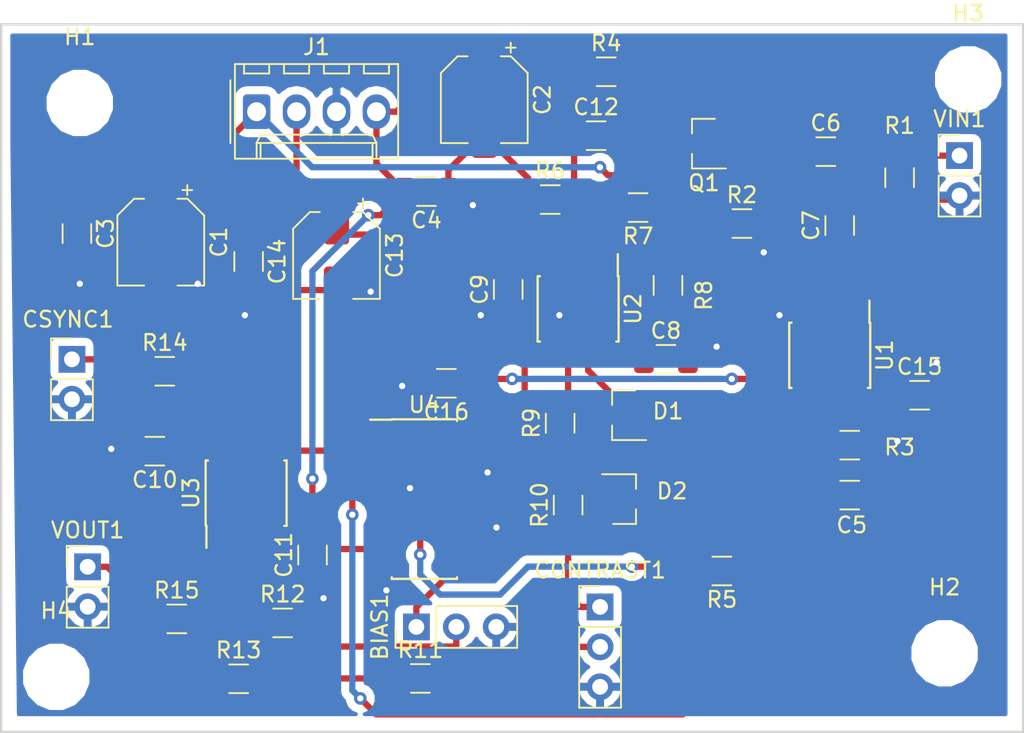
<source format=kicad_pcb>
(kicad_pcb (version 20171130) (host pcbnew 5.0.2-bee76a0~70~ubuntu18.10.1)

  (general
    (thickness 1.6)
    (drawings 4)
    (tracks 278)
    (zones 0)
    (modules 48)
    (nets 34)
  )

  (page USLetter)
  (layers
    (0 F.Cu signal)
    (31 B.Cu signal)
    (32 B.Adhes user)
    (33 F.Adhes user)
    (34 B.Paste user)
    (35 F.Paste user)
    (36 B.SilkS user)
    (37 F.SilkS user)
    (38 B.Mask user)
    (39 F.Mask user)
    (40 Dwgs.User user)
    (41 Cmts.User user)
    (42 Eco1.User user)
    (43 Eco2.User user)
    (44 Edge.Cuts user)
    (45 Margin user)
    (46 B.CrtYd user)
    (47 F.CrtYd user hide)
    (48 B.Fab user hide)
    (49 F.Fab user hide)
  )

  (setup
    (last_trace_width 0.4)
    (trace_clearance 0.2)
    (zone_clearance 0.508)
    (zone_45_only no)
    (trace_min 0.25)
    (segment_width 0.2)
    (edge_width 0.15)
    (via_size 0.8)
    (via_drill 0.4)
    (via_min_size 0.4)
    (via_min_drill 0.3)
    (uvia_size 0.3)
    (uvia_drill 0.1)
    (uvias_allowed no)
    (uvia_min_size 0.2)
    (uvia_min_drill 0.1)
    (pcb_text_width 0.3)
    (pcb_text_size 1.5 1.5)
    (mod_edge_width 0.15)
    (mod_text_size 1 1)
    (mod_text_width 0.15)
    (pad_size 1.524 1.524)
    (pad_drill 0.762)
    (pad_to_mask_clearance 0.051)
    (solder_mask_min_width 0.25)
    (aux_axis_origin 0 0)
    (visible_elements FFFFFF7F)
    (pcbplotparams
      (layerselection 0x010fc_ffffffff)
      (usegerberextensions false)
      (usegerberattributes false)
      (usegerberadvancedattributes false)
      (creategerberjobfile false)
      (excludeedgelayer true)
      (linewidth 0.100000)
      (plotframeref false)
      (viasonmask false)
      (mode 1)
      (useauxorigin false)
      (hpglpennumber 1)
      (hpglpenspeed 20)
      (hpglpendiameter 15.000000)
      (psnegative false)
      (psa4output false)
      (plotreference true)
      (plotvalue true)
      (plotinvisibletext false)
      (padsonsilk false)
      (subtractmaskfromsilk false)
      (outputformat 1)
      (mirror false)
      (drillshape 1)
      (scaleselection 1)
      (outputdirectory ""))
  )

  (net 0 "")
  (net 1 GND)
  (net 2 +12V)
  (net 3 -12V)
  (net 4 "Net-(C5-Pad1)")
  (net 5 "Net-(C6-Pad2)")
  (net 6 "Net-(C6-Pad1)")
  (net 7 "Net-(C7-Pad1)")
  (net 8 "Net-(C12-Pad2)")
  (net 9 "Net-(C12-Pad1)")
  (net 10 +5V)
  (net 11 "Net-(D1-Pad2)")
  (net 12 "Net-(D1-Pad1)")
  (net 13 "Net-(R5-Pad1)")
  (net 14 "Net-(R5-Pad2)")
  (net 15 "Net-(R7-Pad2)")
  (net 16 "Net-(R7-Pad1)")
  (net 17 "Net-(R10-Pad2)")
  (net 18 "Net-(R11-Pad1)")
  (net 19 "Net-(R13-Pad1)")
  (net 20 "Net-(R14-Pad2)")
  (net 21 "Net-(R15-Pad1)")
  (net 22 "Net-(U1-Pad7)")
  (net 23 "Net-(U1-Pad3)")
  (net 24 CSYNC)
  (net 25 "Net-(U4-Pad1)")
  (net 26 "Net-(U4-Pad2)")
  (net 27 "Net-(U4-Pad3)")
  (net 28 "Net-(U4-Pad5)")
  (net 29 "Net-(U4-Pad13)")
  (net 30 "Net-(BIAS1-Pad2)")
  (net 31 "Net-(CONTRAST1-Pad1)")
  (net 32 "Net-(CONTRAST1-Pad2)")
  (net 33 "Net-(CSYNC1-Pad1)")

  (net_class Default "This is the default net class."
    (clearance 0.2)
    (trace_width 0.4)
    (via_dia 0.8)
    (via_drill 0.4)
    (uvia_dia 0.3)
    (uvia_drill 0.1)
    (diff_pair_gap 0.25)
    (diff_pair_width 0.25)
    (add_net +12V)
    (add_net +5V)
    (add_net -12V)
    (add_net CSYNC)
    (add_net GND)
    (add_net "Net-(BIAS1-Pad2)")
    (add_net "Net-(C12-Pad1)")
    (add_net "Net-(C12-Pad2)")
    (add_net "Net-(C5-Pad1)")
    (add_net "Net-(C6-Pad1)")
    (add_net "Net-(C6-Pad2)")
    (add_net "Net-(C7-Pad1)")
    (add_net "Net-(CONTRAST1-Pad1)")
    (add_net "Net-(CONTRAST1-Pad2)")
    (add_net "Net-(CSYNC1-Pad1)")
    (add_net "Net-(D1-Pad1)")
    (add_net "Net-(D1-Pad2)")
    (add_net "Net-(R10-Pad2)")
    (add_net "Net-(R11-Pad1)")
    (add_net "Net-(R13-Pad1)")
    (add_net "Net-(R14-Pad2)")
    (add_net "Net-(R15-Pad1)")
    (add_net "Net-(R5-Pad1)")
    (add_net "Net-(R5-Pad2)")
    (add_net "Net-(R7-Pad1)")
    (add_net "Net-(R7-Pad2)")
    (add_net "Net-(U1-Pad3)")
    (add_net "Net-(U1-Pad7)")
    (add_net "Net-(U4-Pad1)")
    (add_net "Net-(U4-Pad13)")
    (add_net "Net-(U4-Pad2)")
    (add_net "Net-(U4-Pad3)")
    (add_net "Net-(U4-Pad5)")
  )

  (module Capacitor_SMD:CP_Elec_5x5.4 (layer F.Cu) (tedit 5BCA39CF) (tstamp 5C961547)
    (at 120.15 73.852 270)
    (descr "SMD capacitor, aluminum electrolytic, Nichicon, 5.0x5.4mm")
    (tags "capacitor electrolytic")
    (path /5C8BE460)
    (attr smd)
    (fp_text reference C1 (at 0 -3.7 270) (layer F.SilkS)
      (effects (font (size 1 1) (thickness 0.15)))
    )
    (fp_text value 10u (at 0 3.7 270) (layer F.Fab)
      (effects (font (size 1 1) (thickness 0.15)))
    )
    (fp_text user %R (at 0 0 270) (layer F.Fab)
      (effects (font (size 1 1) (thickness 0.15)))
    )
    (fp_line (start -3.95 1.05) (end -2.9 1.05) (layer F.CrtYd) (width 0.05))
    (fp_line (start -3.95 -1.05) (end -3.95 1.05) (layer F.CrtYd) (width 0.05))
    (fp_line (start -2.9 -1.05) (end -3.95 -1.05) (layer F.CrtYd) (width 0.05))
    (fp_line (start -2.9 1.05) (end -2.9 1.75) (layer F.CrtYd) (width 0.05))
    (fp_line (start -2.9 -1.75) (end -2.9 -1.05) (layer F.CrtYd) (width 0.05))
    (fp_line (start -2.9 -1.75) (end -1.75 -2.9) (layer F.CrtYd) (width 0.05))
    (fp_line (start -2.9 1.75) (end -1.75 2.9) (layer F.CrtYd) (width 0.05))
    (fp_line (start -1.75 -2.9) (end 2.9 -2.9) (layer F.CrtYd) (width 0.05))
    (fp_line (start -1.75 2.9) (end 2.9 2.9) (layer F.CrtYd) (width 0.05))
    (fp_line (start 2.9 1.05) (end 2.9 2.9) (layer F.CrtYd) (width 0.05))
    (fp_line (start 3.95 1.05) (end 2.9 1.05) (layer F.CrtYd) (width 0.05))
    (fp_line (start 3.95 -1.05) (end 3.95 1.05) (layer F.CrtYd) (width 0.05))
    (fp_line (start 2.9 -1.05) (end 3.95 -1.05) (layer F.CrtYd) (width 0.05))
    (fp_line (start 2.9 -2.9) (end 2.9 -1.05) (layer F.CrtYd) (width 0.05))
    (fp_line (start -3.3125 -1.9975) (end -3.3125 -1.3725) (layer F.SilkS) (width 0.12))
    (fp_line (start -3.625 -1.685) (end -3 -1.685) (layer F.SilkS) (width 0.12))
    (fp_line (start -2.76 1.695563) (end -1.695563 2.76) (layer F.SilkS) (width 0.12))
    (fp_line (start -2.76 -1.695563) (end -1.695563 -2.76) (layer F.SilkS) (width 0.12))
    (fp_line (start -2.76 -1.695563) (end -2.76 -1.06) (layer F.SilkS) (width 0.12))
    (fp_line (start -2.76 1.695563) (end -2.76 1.06) (layer F.SilkS) (width 0.12))
    (fp_line (start -1.695563 2.76) (end 2.76 2.76) (layer F.SilkS) (width 0.12))
    (fp_line (start -1.695563 -2.76) (end 2.76 -2.76) (layer F.SilkS) (width 0.12))
    (fp_line (start 2.76 -2.76) (end 2.76 -1.06) (layer F.SilkS) (width 0.12))
    (fp_line (start 2.76 2.76) (end 2.76 1.06) (layer F.SilkS) (width 0.12))
    (fp_line (start -1.783956 -1.45) (end -1.783956 -0.95) (layer F.Fab) (width 0.1))
    (fp_line (start -2.033956 -1.2) (end -1.533956 -1.2) (layer F.Fab) (width 0.1))
    (fp_line (start -2.65 1.65) (end -1.65 2.65) (layer F.Fab) (width 0.1))
    (fp_line (start -2.65 -1.65) (end -1.65 -2.65) (layer F.Fab) (width 0.1))
    (fp_line (start -2.65 -1.65) (end -2.65 1.65) (layer F.Fab) (width 0.1))
    (fp_line (start -1.65 2.65) (end 2.65 2.65) (layer F.Fab) (width 0.1))
    (fp_line (start -1.65 -2.65) (end 2.65 -2.65) (layer F.Fab) (width 0.1))
    (fp_line (start 2.65 -2.65) (end 2.65 2.65) (layer F.Fab) (width 0.1))
    (fp_circle (center 0 0) (end 2.5 0) (layer F.Fab) (width 0.1))
    (pad 2 smd roundrect (at 2.2 0 270) (size 3 1.6) (layers F.Cu F.Paste F.Mask) (roundrect_rratio 0.15625)
      (net 1 GND))
    (pad 1 smd roundrect (at -2.2 0 270) (size 3 1.6) (layers F.Cu F.Paste F.Mask) (roundrect_rratio 0.15625)
      (net 2 +12V))
    (model ${KISYS3DMOD}/Capacitor_SMD.3dshapes/CP_Elec_5x5.4.wrl
      (at (xyz 0 0 0))
      (scale (xyz 1 1 1))
      (rotate (xyz 0 0 0))
    )
  )

  (module Capacitor_SMD:CP_Elec_5x5.4 (layer F.Cu) (tedit 5BCA39CF) (tstamp 5C96138E)
    (at 140.724 64.794 270)
    (descr "SMD capacitor, aluminum electrolytic, Nichicon, 5.0x5.4mm")
    (tags "capacitor electrolytic")
    (path /5C8BE531)
    (attr smd)
    (fp_text reference C2 (at 0 -3.7 270) (layer F.SilkS)
      (effects (font (size 1 1) (thickness 0.15)))
    )
    (fp_text value 10u (at 0 3.7 270) (layer F.Fab)
      (effects (font (size 1 1) (thickness 0.15)))
    )
    (fp_circle (center 0 0) (end 2.5 0) (layer F.Fab) (width 0.1))
    (fp_line (start 2.65 -2.65) (end 2.65 2.65) (layer F.Fab) (width 0.1))
    (fp_line (start -1.65 -2.65) (end 2.65 -2.65) (layer F.Fab) (width 0.1))
    (fp_line (start -1.65 2.65) (end 2.65 2.65) (layer F.Fab) (width 0.1))
    (fp_line (start -2.65 -1.65) (end -2.65 1.65) (layer F.Fab) (width 0.1))
    (fp_line (start -2.65 -1.65) (end -1.65 -2.65) (layer F.Fab) (width 0.1))
    (fp_line (start -2.65 1.65) (end -1.65 2.65) (layer F.Fab) (width 0.1))
    (fp_line (start -2.033956 -1.2) (end -1.533956 -1.2) (layer F.Fab) (width 0.1))
    (fp_line (start -1.783956 -1.45) (end -1.783956 -0.95) (layer F.Fab) (width 0.1))
    (fp_line (start 2.76 2.76) (end 2.76 1.06) (layer F.SilkS) (width 0.12))
    (fp_line (start 2.76 -2.76) (end 2.76 -1.06) (layer F.SilkS) (width 0.12))
    (fp_line (start -1.695563 -2.76) (end 2.76 -2.76) (layer F.SilkS) (width 0.12))
    (fp_line (start -1.695563 2.76) (end 2.76 2.76) (layer F.SilkS) (width 0.12))
    (fp_line (start -2.76 1.695563) (end -2.76 1.06) (layer F.SilkS) (width 0.12))
    (fp_line (start -2.76 -1.695563) (end -2.76 -1.06) (layer F.SilkS) (width 0.12))
    (fp_line (start -2.76 -1.695563) (end -1.695563 -2.76) (layer F.SilkS) (width 0.12))
    (fp_line (start -2.76 1.695563) (end -1.695563 2.76) (layer F.SilkS) (width 0.12))
    (fp_line (start -3.625 -1.685) (end -3 -1.685) (layer F.SilkS) (width 0.12))
    (fp_line (start -3.3125 -1.9975) (end -3.3125 -1.3725) (layer F.SilkS) (width 0.12))
    (fp_line (start 2.9 -2.9) (end 2.9 -1.05) (layer F.CrtYd) (width 0.05))
    (fp_line (start 2.9 -1.05) (end 3.95 -1.05) (layer F.CrtYd) (width 0.05))
    (fp_line (start 3.95 -1.05) (end 3.95 1.05) (layer F.CrtYd) (width 0.05))
    (fp_line (start 3.95 1.05) (end 2.9 1.05) (layer F.CrtYd) (width 0.05))
    (fp_line (start 2.9 1.05) (end 2.9 2.9) (layer F.CrtYd) (width 0.05))
    (fp_line (start -1.75 2.9) (end 2.9 2.9) (layer F.CrtYd) (width 0.05))
    (fp_line (start -1.75 -2.9) (end 2.9 -2.9) (layer F.CrtYd) (width 0.05))
    (fp_line (start -2.9 1.75) (end -1.75 2.9) (layer F.CrtYd) (width 0.05))
    (fp_line (start -2.9 -1.75) (end -1.75 -2.9) (layer F.CrtYd) (width 0.05))
    (fp_line (start -2.9 -1.75) (end -2.9 -1.05) (layer F.CrtYd) (width 0.05))
    (fp_line (start -2.9 1.05) (end -2.9 1.75) (layer F.CrtYd) (width 0.05))
    (fp_line (start -2.9 -1.05) (end -3.95 -1.05) (layer F.CrtYd) (width 0.05))
    (fp_line (start -3.95 -1.05) (end -3.95 1.05) (layer F.CrtYd) (width 0.05))
    (fp_line (start -3.95 1.05) (end -2.9 1.05) (layer F.CrtYd) (width 0.05))
    (fp_text user %R (at 0 0 270) (layer F.Fab)
      (effects (font (size 1 1) (thickness 0.15)))
    )
    (pad 1 smd roundrect (at -2.2 0 270) (size 3 1.6) (layers F.Cu F.Paste F.Mask) (roundrect_rratio 0.15625)
      (net 3 -12V))
    (pad 2 smd roundrect (at 2.2 0 270) (size 3 1.6) (layers F.Cu F.Paste F.Mask) (roundrect_rratio 0.15625)
      (net 1 GND))
    (model ${KISYS3DMOD}/Capacitor_SMD.3dshapes/CP_Elec_5x5.4.wrl
      (at (xyz 0 0 0))
      (scale (xyz 1 1 1))
      (rotate (xyz 0 0 0))
    )
  )

  (module Capacitor_SMD:C_1206_3216Metric (layer F.Cu) (tedit 5B301BBE) (tstamp 5C9613EC)
    (at 114.816 73.306 270)
    (descr "Capacitor SMD 1206 (3216 Metric), square (rectangular) end terminal, IPC_7351 nominal, (Body size source: http://www.tortai-tech.com/upload/download/2011102023233369053.pdf), generated with kicad-footprint-generator")
    (tags capacitor)
    (path /5C8BE746)
    (attr smd)
    (fp_text reference C3 (at 0 -1.82 270) (layer F.SilkS)
      (effects (font (size 1 1) (thickness 0.15)))
    )
    (fp_text value .1u (at 0 1.82 270) (layer F.Fab)
      (effects (font (size 1 1) (thickness 0.15)))
    )
    (fp_line (start -1.6 0.8) (end -1.6 -0.8) (layer F.Fab) (width 0.1))
    (fp_line (start -1.6 -0.8) (end 1.6 -0.8) (layer F.Fab) (width 0.1))
    (fp_line (start 1.6 -0.8) (end 1.6 0.8) (layer F.Fab) (width 0.1))
    (fp_line (start 1.6 0.8) (end -1.6 0.8) (layer F.Fab) (width 0.1))
    (fp_line (start -0.602064 -0.91) (end 0.602064 -0.91) (layer F.SilkS) (width 0.12))
    (fp_line (start -0.602064 0.91) (end 0.602064 0.91) (layer F.SilkS) (width 0.12))
    (fp_line (start -2.28 1.12) (end -2.28 -1.12) (layer F.CrtYd) (width 0.05))
    (fp_line (start -2.28 -1.12) (end 2.28 -1.12) (layer F.CrtYd) (width 0.05))
    (fp_line (start 2.28 -1.12) (end 2.28 1.12) (layer F.CrtYd) (width 0.05))
    (fp_line (start 2.28 1.12) (end -2.28 1.12) (layer F.CrtYd) (width 0.05))
    (fp_text user %R (at 0 0 270) (layer F.Fab)
      (effects (font (size 0.8 0.8) (thickness 0.12)))
    )
    (pad 1 smd roundrect (at -1.4 0 270) (size 1.25 1.75) (layers F.Cu F.Paste F.Mask) (roundrect_rratio 0.2)
      (net 2 +12V))
    (pad 2 smd roundrect (at 1.4 0 270) (size 1.25 1.75) (layers F.Cu F.Paste F.Mask) (roundrect_rratio 0.2)
      (net 1 GND))
    (model ${KISYS3DMOD}/Capacitor_SMD.3dshapes/C_1206_3216Metric.wrl
      (at (xyz 0 0 0))
      (scale (xyz 1 1 1))
      (rotate (xyz 0 0 0))
    )
  )

  (module Capacitor_SMD:C_1206_3216Metric (layer F.Cu) (tedit 5B301BBE) (tstamp 5C9611E5)
    (at 137.044 70.636 180)
    (descr "Capacitor SMD 1206 (3216 Metric), square (rectangular) end terminal, IPC_7351 nominal, (Body size source: http://www.tortai-tech.com/upload/download/2011102023233369053.pdf), generated with kicad-footprint-generator")
    (tags capacitor)
    (path /5C8BE7F3)
    (attr smd)
    (fp_text reference C4 (at 0 -1.82 180) (layer F.SilkS)
      (effects (font (size 1 1) (thickness 0.15)))
    )
    (fp_text value .1u (at 0 1.82 180) (layer F.Fab)
      (effects (font (size 1 1) (thickness 0.15)))
    )
    (fp_text user %R (at 0 0 180) (layer F.Fab)
      (effects (font (size 0.8 0.8) (thickness 0.12)))
    )
    (fp_line (start 2.28 1.12) (end -2.28 1.12) (layer F.CrtYd) (width 0.05))
    (fp_line (start 2.28 -1.12) (end 2.28 1.12) (layer F.CrtYd) (width 0.05))
    (fp_line (start -2.28 -1.12) (end 2.28 -1.12) (layer F.CrtYd) (width 0.05))
    (fp_line (start -2.28 1.12) (end -2.28 -1.12) (layer F.CrtYd) (width 0.05))
    (fp_line (start -0.602064 0.91) (end 0.602064 0.91) (layer F.SilkS) (width 0.12))
    (fp_line (start -0.602064 -0.91) (end 0.602064 -0.91) (layer F.SilkS) (width 0.12))
    (fp_line (start 1.6 0.8) (end -1.6 0.8) (layer F.Fab) (width 0.1))
    (fp_line (start 1.6 -0.8) (end 1.6 0.8) (layer F.Fab) (width 0.1))
    (fp_line (start -1.6 -0.8) (end 1.6 -0.8) (layer F.Fab) (width 0.1))
    (fp_line (start -1.6 0.8) (end -1.6 -0.8) (layer F.Fab) (width 0.1))
    (pad 2 smd roundrect (at 1.4 0 180) (size 1.25 1.75) (layers F.Cu F.Paste F.Mask) (roundrect_rratio 0.2)
      (net 3 -12V))
    (pad 1 smd roundrect (at -1.4 0 180) (size 1.25 1.75) (layers F.Cu F.Paste F.Mask) (roundrect_rratio 0.2)
      (net 1 GND))
    (model ${KISYS3DMOD}/Capacitor_SMD.3dshapes/C_1206_3216Metric.wrl
      (at (xyz 0 0 0))
      (scale (xyz 1 1 1))
      (rotate (xyz 0 0 0))
    )
  )

  (module Capacitor_SMD:C_1206_3216Metric (layer F.Cu) (tedit 5B301BBE) (tstamp 5C9611B5)
    (at 163.965 89.94)
    (descr "Capacitor SMD 1206 (3216 Metric), square (rectangular) end terminal, IPC_7351 nominal, (Body size source: http://www.tortai-tech.com/upload/download/2011102023233369053.pdf), generated with kicad-footprint-generator")
    (tags capacitor)
    (path /5C84F967)
    (attr smd)
    (fp_text reference C5 (at 0.13 1.905) (layer F.SilkS)
      (effects (font (size 1 1) (thickness 0.15)))
    )
    (fp_text value 0.1u (at 0 1.82) (layer F.Fab)
      (effects (font (size 1 1) (thickness 0.15)))
    )
    (fp_text user %R (at 0 0) (layer F.Fab)
      (effects (font (size 0.8 0.8) (thickness 0.12)))
    )
    (fp_line (start 2.28 1.12) (end -2.28 1.12) (layer F.CrtYd) (width 0.05))
    (fp_line (start 2.28 -1.12) (end 2.28 1.12) (layer F.CrtYd) (width 0.05))
    (fp_line (start -2.28 -1.12) (end 2.28 -1.12) (layer F.CrtYd) (width 0.05))
    (fp_line (start -2.28 1.12) (end -2.28 -1.12) (layer F.CrtYd) (width 0.05))
    (fp_line (start -0.602064 0.91) (end 0.602064 0.91) (layer F.SilkS) (width 0.12))
    (fp_line (start -0.602064 -0.91) (end 0.602064 -0.91) (layer F.SilkS) (width 0.12))
    (fp_line (start 1.6 0.8) (end -1.6 0.8) (layer F.Fab) (width 0.1))
    (fp_line (start 1.6 -0.8) (end 1.6 0.8) (layer F.Fab) (width 0.1))
    (fp_line (start -1.6 -0.8) (end 1.6 -0.8) (layer F.Fab) (width 0.1))
    (fp_line (start -1.6 0.8) (end -1.6 -0.8) (layer F.Fab) (width 0.1))
    (pad 2 smd roundrect (at 1.4 0) (size 1.25 1.75) (layers F.Cu F.Paste F.Mask) (roundrect_rratio 0.2)
      (net 1 GND))
    (pad 1 smd roundrect (at -1.4 0) (size 1.25 1.75) (layers F.Cu F.Paste F.Mask) (roundrect_rratio 0.2)
      (net 4 "Net-(C5-Pad1)"))
    (model ${KISYS3DMOD}/Capacitor_SMD.3dshapes/C_1206_3216Metric.wrl
      (at (xyz 0 0 0))
      (scale (xyz 1 1 1))
      (rotate (xyz 0 0 0))
    )
  )

  (module Capacitor_SMD:C_1206_3216Metric (layer F.Cu) (tedit 5B301BBE) (tstamp 5C961119)
    (at 162.444 68.096)
    (descr "Capacitor SMD 1206 (3216 Metric), square (rectangular) end terminal, IPC_7351 nominal, (Body size source: http://www.tortai-tech.com/upload/download/2011102023233369053.pdf), generated with kicad-footprint-generator")
    (tags capacitor)
    (path /5C848434)
    (attr smd)
    (fp_text reference C6 (at 0 -1.82) (layer F.SilkS)
      (effects (font (size 1 1) (thickness 0.15)))
    )
    (fp_text value 0.1u (at 0 1.82) (layer F.Fab)
      (effects (font (size 1 1) (thickness 0.15)))
    )
    (fp_text user %R (at 0 0) (layer F.Fab)
      (effects (font (size 0.8 0.8) (thickness 0.12)))
    )
    (fp_line (start 2.28 1.12) (end -2.28 1.12) (layer F.CrtYd) (width 0.05))
    (fp_line (start 2.28 -1.12) (end 2.28 1.12) (layer F.CrtYd) (width 0.05))
    (fp_line (start -2.28 -1.12) (end 2.28 -1.12) (layer F.CrtYd) (width 0.05))
    (fp_line (start -2.28 1.12) (end -2.28 -1.12) (layer F.CrtYd) (width 0.05))
    (fp_line (start -0.602064 0.91) (end 0.602064 0.91) (layer F.SilkS) (width 0.12))
    (fp_line (start -0.602064 -0.91) (end 0.602064 -0.91) (layer F.SilkS) (width 0.12))
    (fp_line (start 1.6 0.8) (end -1.6 0.8) (layer F.Fab) (width 0.1))
    (fp_line (start 1.6 -0.8) (end 1.6 0.8) (layer F.Fab) (width 0.1))
    (fp_line (start -1.6 -0.8) (end 1.6 -0.8) (layer F.Fab) (width 0.1))
    (fp_line (start -1.6 0.8) (end -1.6 -0.8) (layer F.Fab) (width 0.1))
    (pad 2 smd roundrect (at 1.4 0) (size 1.25 1.75) (layers F.Cu F.Paste F.Mask) (roundrect_rratio 0.2)
      (net 5 "Net-(C6-Pad2)"))
    (pad 1 smd roundrect (at -1.4 0) (size 1.25 1.75) (layers F.Cu F.Paste F.Mask) (roundrect_rratio 0.2)
      (net 6 "Net-(C6-Pad1)"))
    (model ${KISYS3DMOD}/Capacitor_SMD.3dshapes/C_1206_3216Metric.wrl
      (at (xyz 0 0 0))
      (scale (xyz 1 1 1))
      (rotate (xyz 0 0 0))
    )
  )

  (module Capacitor_SMD:C_1206_3216Metric (layer F.Cu) (tedit 5B301BBE) (tstamp 5C9615A5)
    (at 163.33 72.795 90)
    (descr "Capacitor SMD 1206 (3216 Metric), square (rectangular) end terminal, IPC_7351 nominal, (Body size source: http://www.tortai-tech.com/upload/download/2011102023233369053.pdf), generated with kicad-footprint-generator")
    (tags capacitor)
    (path /5C8487C4)
    (attr smd)
    (fp_text reference C7 (at 0 -1.82 90) (layer F.SilkS)
      (effects (font (size 1 1) (thickness 0.15)))
    )
    (fp_text value 0.1u (at 0 1.82 90) (layer F.Fab)
      (effects (font (size 1 1) (thickness 0.15)))
    )
    (fp_line (start -1.6 0.8) (end -1.6 -0.8) (layer F.Fab) (width 0.1))
    (fp_line (start -1.6 -0.8) (end 1.6 -0.8) (layer F.Fab) (width 0.1))
    (fp_line (start 1.6 -0.8) (end 1.6 0.8) (layer F.Fab) (width 0.1))
    (fp_line (start 1.6 0.8) (end -1.6 0.8) (layer F.Fab) (width 0.1))
    (fp_line (start -0.602064 -0.91) (end 0.602064 -0.91) (layer F.SilkS) (width 0.12))
    (fp_line (start -0.602064 0.91) (end 0.602064 0.91) (layer F.SilkS) (width 0.12))
    (fp_line (start -2.28 1.12) (end -2.28 -1.12) (layer F.CrtYd) (width 0.05))
    (fp_line (start -2.28 -1.12) (end 2.28 -1.12) (layer F.CrtYd) (width 0.05))
    (fp_line (start 2.28 -1.12) (end 2.28 1.12) (layer F.CrtYd) (width 0.05))
    (fp_line (start 2.28 1.12) (end -2.28 1.12) (layer F.CrtYd) (width 0.05))
    (fp_text user %R (at 0 0 90) (layer F.Fab)
      (effects (font (size 0.8 0.8) (thickness 0.12)))
    )
    (pad 1 smd roundrect (at -1.4 0 90) (size 1.25 1.75) (layers F.Cu F.Paste F.Mask) (roundrect_rratio 0.2)
      (net 7 "Net-(C7-Pad1)"))
    (pad 2 smd roundrect (at 1.4 0 90) (size 1.25 1.75) (layers F.Cu F.Paste F.Mask) (roundrect_rratio 0.2)
      (net 5 "Net-(C6-Pad2)"))
    (model ${KISYS3DMOD}/Capacitor_SMD.3dshapes/C_1206_3216Metric.wrl
      (at (xyz 0 0 0))
      (scale (xyz 1 1 1))
      (rotate (xyz 0 0 0))
    )
  )

  (module Capacitor_SMD:C_1206_3216Metric (layer F.Cu) (tedit 5B301BBE) (tstamp 5C9618E4)
    (at 152.278 81.304)
    (descr "Capacitor SMD 1206 (3216 Metric), square (rectangular) end terminal, IPC_7351 nominal, (Body size source: http://www.tortai-tech.com/upload/download/2011102023233369053.pdf), generated with kicad-footprint-generator")
    (tags capacitor)
    (path /5C8BE8EF)
    (attr smd)
    (fp_text reference C8 (at 0 -1.82) (layer F.SilkS)
      (effects (font (size 1 1) (thickness 0.15)))
    )
    (fp_text value .068u (at 0 1.82) (layer F.Fab)
      (effects (font (size 1 1) (thickness 0.15)))
    )
    (fp_line (start -1.6 0.8) (end -1.6 -0.8) (layer F.Fab) (width 0.1))
    (fp_line (start -1.6 -0.8) (end 1.6 -0.8) (layer F.Fab) (width 0.1))
    (fp_line (start 1.6 -0.8) (end 1.6 0.8) (layer F.Fab) (width 0.1))
    (fp_line (start 1.6 0.8) (end -1.6 0.8) (layer F.Fab) (width 0.1))
    (fp_line (start -0.602064 -0.91) (end 0.602064 -0.91) (layer F.SilkS) (width 0.12))
    (fp_line (start -0.602064 0.91) (end 0.602064 0.91) (layer F.SilkS) (width 0.12))
    (fp_line (start -2.28 1.12) (end -2.28 -1.12) (layer F.CrtYd) (width 0.05))
    (fp_line (start -2.28 -1.12) (end 2.28 -1.12) (layer F.CrtYd) (width 0.05))
    (fp_line (start 2.28 -1.12) (end 2.28 1.12) (layer F.CrtYd) (width 0.05))
    (fp_line (start 2.28 1.12) (end -2.28 1.12) (layer F.CrtYd) (width 0.05))
    (fp_text user %R (at 0 0) (layer F.Fab)
      (effects (font (size 0.8 0.8) (thickness 0.12)))
    )
    (pad 1 smd roundrect (at -1.4 0) (size 1.25 1.75) (layers F.Cu F.Paste F.Mask) (roundrect_rratio 0.2)
      (net 2 +12V))
    (pad 2 smd roundrect (at 1.4 0) (size 1.25 1.75) (layers F.Cu F.Paste F.Mask) (roundrect_rratio 0.2)
      (net 1 GND))
    (model ${KISYS3DMOD}/Capacitor_SMD.3dshapes/C_1206_3216Metric.wrl
      (at (xyz 0 0 0))
      (scale (xyz 1 1 1))
      (rotate (xyz 0 0 0))
    )
  )

  (module Capacitor_SMD:C_1206_3216Metric (layer F.Cu) (tedit 5B301BBE) (tstamp 5C9614A0)
    (at 142.248 76.862 90)
    (descr "Capacitor SMD 1206 (3216 Metric), square (rectangular) end terminal, IPC_7351 nominal, (Body size source: http://www.tortai-tech.com/upload/download/2011102023233369053.pdf), generated with kicad-footprint-generator")
    (tags capacitor)
    (path /5C8BEA5E)
    (attr smd)
    (fp_text reference C9 (at 0 -1.82 90) (layer F.SilkS)
      (effects (font (size 1 1) (thickness 0.15)))
    )
    (fp_text value .068u (at 0 1.82 90) (layer F.Fab)
      (effects (font (size 1 1) (thickness 0.15)))
    )
    (fp_line (start -1.6 0.8) (end -1.6 -0.8) (layer F.Fab) (width 0.1))
    (fp_line (start -1.6 -0.8) (end 1.6 -0.8) (layer F.Fab) (width 0.1))
    (fp_line (start 1.6 -0.8) (end 1.6 0.8) (layer F.Fab) (width 0.1))
    (fp_line (start 1.6 0.8) (end -1.6 0.8) (layer F.Fab) (width 0.1))
    (fp_line (start -0.602064 -0.91) (end 0.602064 -0.91) (layer F.SilkS) (width 0.12))
    (fp_line (start -0.602064 0.91) (end 0.602064 0.91) (layer F.SilkS) (width 0.12))
    (fp_line (start -2.28 1.12) (end -2.28 -1.12) (layer F.CrtYd) (width 0.05))
    (fp_line (start -2.28 -1.12) (end 2.28 -1.12) (layer F.CrtYd) (width 0.05))
    (fp_line (start 2.28 -1.12) (end 2.28 1.12) (layer F.CrtYd) (width 0.05))
    (fp_line (start 2.28 1.12) (end -2.28 1.12) (layer F.CrtYd) (width 0.05))
    (fp_text user %R (at 0 0 90) (layer F.Fab)
      (effects (font (size 0.8 0.8) (thickness 0.12)))
    )
    (pad 1 smd roundrect (at -1.4 0 90) (size 1.25 1.75) (layers F.Cu F.Paste F.Mask) (roundrect_rratio 0.2)
      (net 1 GND))
    (pad 2 smd roundrect (at 1.4 0 90) (size 1.25 1.75) (layers F.Cu F.Paste F.Mask) (roundrect_rratio 0.2)
      (net 3 -12V))
    (model ${KISYS3DMOD}/Capacitor_SMD.3dshapes/C_1206_3216Metric.wrl
      (at (xyz 0 0 0))
      (scale (xyz 1 1 1))
      (rotate (xyz 0 0 0))
    )
  )

  (module Capacitor_SMD:C_1206_3216Metric (layer F.Cu) (tedit 5B301BBE) (tstamp 5C961470)
    (at 119.772 87.146 180)
    (descr "Capacitor SMD 1206 (3216 Metric), square (rectangular) end terminal, IPC_7351 nominal, (Body size source: http://www.tortai-tech.com/upload/download/2011102023233369053.pdf), generated with kicad-footprint-generator")
    (tags capacitor)
    (path /5C8BE9A6)
    (attr smd)
    (fp_text reference C10 (at 0 -1.82 180) (layer F.SilkS)
      (effects (font (size 1 1) (thickness 0.15)))
    )
    (fp_text value .068u (at 0 1.82 180) (layer F.Fab)
      (effects (font (size 1 1) (thickness 0.15)))
    )
    (fp_text user %R (at 0 0 180) (layer F.Fab)
      (effects (font (size 0.8 0.8) (thickness 0.12)))
    )
    (fp_line (start 2.28 1.12) (end -2.28 1.12) (layer F.CrtYd) (width 0.05))
    (fp_line (start 2.28 -1.12) (end 2.28 1.12) (layer F.CrtYd) (width 0.05))
    (fp_line (start -2.28 -1.12) (end 2.28 -1.12) (layer F.CrtYd) (width 0.05))
    (fp_line (start -2.28 1.12) (end -2.28 -1.12) (layer F.CrtYd) (width 0.05))
    (fp_line (start -0.602064 0.91) (end 0.602064 0.91) (layer F.SilkS) (width 0.12))
    (fp_line (start -0.602064 -0.91) (end 0.602064 -0.91) (layer F.SilkS) (width 0.12))
    (fp_line (start 1.6 0.8) (end -1.6 0.8) (layer F.Fab) (width 0.1))
    (fp_line (start 1.6 -0.8) (end 1.6 0.8) (layer F.Fab) (width 0.1))
    (fp_line (start -1.6 -0.8) (end 1.6 -0.8) (layer F.Fab) (width 0.1))
    (fp_line (start -1.6 0.8) (end -1.6 -0.8) (layer F.Fab) (width 0.1))
    (pad 2 smd roundrect (at 1.4 0 180) (size 1.25 1.75) (layers F.Cu F.Paste F.Mask) (roundrect_rratio 0.2)
      (net 1 GND))
    (pad 1 smd roundrect (at -1.4 0 180) (size 1.25 1.75) (layers F.Cu F.Paste F.Mask) (roundrect_rratio 0.2)
      (net 2 +12V))
    (model ${KISYS3DMOD}/Capacitor_SMD.3dshapes/C_1206_3216Metric.wrl
      (at (xyz 0 0 0))
      (scale (xyz 1 1 1))
      (rotate (xyz 0 0 0))
    )
  )

  (module Capacitor_SMD:C_1206_3216Metric (layer F.Cu) (tedit 5B301BBE) (tstamp 5C961500)
    (at 129.802 93.75 90)
    (descr "Capacitor SMD 1206 (3216 Metric), square (rectangular) end terminal, IPC_7351 nominal, (Body size source: http://www.tortai-tech.com/upload/download/2011102023233369053.pdf), generated with kicad-footprint-generator")
    (tags capacitor)
    (path /5C8BEB23)
    (attr smd)
    (fp_text reference C11 (at 0 -1.82 90) (layer F.SilkS)
      (effects (font (size 1 1) (thickness 0.15)))
    )
    (fp_text value .068u (at 0 1.82 90) (layer F.Fab)
      (effects (font (size 1 1) (thickness 0.15)))
    )
    (fp_text user %R (at 0 0 90) (layer F.Fab)
      (effects (font (size 0.8 0.8) (thickness 0.12)))
    )
    (fp_line (start 2.28 1.12) (end -2.28 1.12) (layer F.CrtYd) (width 0.05))
    (fp_line (start 2.28 -1.12) (end 2.28 1.12) (layer F.CrtYd) (width 0.05))
    (fp_line (start -2.28 -1.12) (end 2.28 -1.12) (layer F.CrtYd) (width 0.05))
    (fp_line (start -2.28 1.12) (end -2.28 -1.12) (layer F.CrtYd) (width 0.05))
    (fp_line (start -0.602064 0.91) (end 0.602064 0.91) (layer F.SilkS) (width 0.12))
    (fp_line (start -0.602064 -0.91) (end 0.602064 -0.91) (layer F.SilkS) (width 0.12))
    (fp_line (start 1.6 0.8) (end -1.6 0.8) (layer F.Fab) (width 0.1))
    (fp_line (start 1.6 -0.8) (end 1.6 0.8) (layer F.Fab) (width 0.1))
    (fp_line (start -1.6 -0.8) (end 1.6 -0.8) (layer F.Fab) (width 0.1))
    (fp_line (start -1.6 0.8) (end -1.6 -0.8) (layer F.Fab) (width 0.1))
    (pad 2 smd roundrect (at 1.4 0 90) (size 1.25 1.75) (layers F.Cu F.Paste F.Mask) (roundrect_rratio 0.2)
      (net 3 -12V))
    (pad 1 smd roundrect (at -1.4 0 90) (size 1.25 1.75) (layers F.Cu F.Paste F.Mask) (roundrect_rratio 0.2)
      (net 1 GND))
    (model ${KISYS3DMOD}/Capacitor_SMD.3dshapes/C_1206_3216Metric.wrl
      (at (xyz 0 0 0))
      (scale (xyz 1 1 1))
      (rotate (xyz 0 0 0))
    )
  )

  (module Capacitor_SMD:C_1206_3216Metric (layer F.Cu) (tedit 5B301BBE) (tstamp 5C961B27)
    (at 147.836 67.08)
    (descr "Capacitor SMD 1206 (3216 Metric), square (rectangular) end terminal, IPC_7351 nominal, (Body size source: http://www.tortai-tech.com/upload/download/2011102023233369053.pdf), generated with kicad-footprint-generator")
    (tags capacitor)
    (path /5C8710DC)
    (attr smd)
    (fp_text reference C12 (at 0 -1.82) (layer F.SilkS)
      (effects (font (size 1 1) (thickness 0.15)))
    )
    (fp_text value 0.1u (at 0 1.82) (layer F.Fab)
      (effects (font (size 1 1) (thickness 0.15)))
    )
    (fp_text user %R (at 0 0) (layer F.Fab)
      (effects (font (size 0.8 0.8) (thickness 0.12)))
    )
    (fp_line (start 2.28 1.12) (end -2.28 1.12) (layer F.CrtYd) (width 0.05))
    (fp_line (start 2.28 -1.12) (end 2.28 1.12) (layer F.CrtYd) (width 0.05))
    (fp_line (start -2.28 -1.12) (end 2.28 -1.12) (layer F.CrtYd) (width 0.05))
    (fp_line (start -2.28 1.12) (end -2.28 -1.12) (layer F.CrtYd) (width 0.05))
    (fp_line (start -0.602064 0.91) (end 0.602064 0.91) (layer F.SilkS) (width 0.12))
    (fp_line (start -0.602064 -0.91) (end 0.602064 -0.91) (layer F.SilkS) (width 0.12))
    (fp_line (start 1.6 0.8) (end -1.6 0.8) (layer F.Fab) (width 0.1))
    (fp_line (start 1.6 -0.8) (end 1.6 0.8) (layer F.Fab) (width 0.1))
    (fp_line (start -1.6 -0.8) (end 1.6 -0.8) (layer F.Fab) (width 0.1))
    (fp_line (start -1.6 0.8) (end -1.6 -0.8) (layer F.Fab) (width 0.1))
    (pad 2 smd roundrect (at 1.4 0) (size 1.25 1.75) (layers F.Cu F.Paste F.Mask) (roundrect_rratio 0.2)
      (net 8 "Net-(C12-Pad2)"))
    (pad 1 smd roundrect (at -1.4 0) (size 1.25 1.75) (layers F.Cu F.Paste F.Mask) (roundrect_rratio 0.2)
      (net 9 "Net-(C12-Pad1)"))
    (model ${KISYS3DMOD}/Capacitor_SMD.3dshapes/C_1206_3216Metric.wrl
      (at (xyz 0 0 0))
      (scale (xyz 1 1 1))
      (rotate (xyz 0 0 0))
    )
  )

  (module Capacitor_SMD:C_1206_3216Metric (layer F.Cu) (tedit 5B301BBE) (tstamp 5C961914)
    (at 125.738 75.084 270)
    (descr "Capacitor SMD 1206 (3216 Metric), square (rectangular) end terminal, IPC_7351 nominal, (Body size source: http://www.tortai-tech.com/upload/download/2011102023233369053.pdf), generated with kicad-footprint-generator")
    (tags capacitor)
    (path /5C9159A3)
    (attr smd)
    (fp_text reference C14 (at 0 -1.82 270) (layer F.SilkS)
      (effects (font (size 1 1) (thickness 0.15)))
    )
    (fp_text value 0.1u (at 0 1.82 270) (layer F.Fab)
      (effects (font (size 1 1) (thickness 0.15)))
    )
    (fp_line (start -1.6 0.8) (end -1.6 -0.8) (layer F.Fab) (width 0.1))
    (fp_line (start -1.6 -0.8) (end 1.6 -0.8) (layer F.Fab) (width 0.1))
    (fp_line (start 1.6 -0.8) (end 1.6 0.8) (layer F.Fab) (width 0.1))
    (fp_line (start 1.6 0.8) (end -1.6 0.8) (layer F.Fab) (width 0.1))
    (fp_line (start -0.602064 -0.91) (end 0.602064 -0.91) (layer F.SilkS) (width 0.12))
    (fp_line (start -0.602064 0.91) (end 0.602064 0.91) (layer F.SilkS) (width 0.12))
    (fp_line (start -2.28 1.12) (end -2.28 -1.12) (layer F.CrtYd) (width 0.05))
    (fp_line (start -2.28 -1.12) (end 2.28 -1.12) (layer F.CrtYd) (width 0.05))
    (fp_line (start 2.28 -1.12) (end 2.28 1.12) (layer F.CrtYd) (width 0.05))
    (fp_line (start 2.28 1.12) (end -2.28 1.12) (layer F.CrtYd) (width 0.05))
    (fp_text user %R (at 0 0 270) (layer F.Fab)
      (effects (font (size 0.8 0.8) (thickness 0.12)))
    )
    (pad 1 smd roundrect (at -1.4 0 270) (size 1.25 1.75) (layers F.Cu F.Paste F.Mask) (roundrect_rratio 0.2)
      (net 10 +5V))
    (pad 2 smd roundrect (at 1.4 0 270) (size 1.25 1.75) (layers F.Cu F.Paste F.Mask) (roundrect_rratio 0.2)
      (net 1 GND))
    (model ${KISYS3DMOD}/Capacitor_SMD.3dshapes/C_1206_3216Metric.wrl
      (at (xyz 0 0 0))
      (scale (xyz 1 1 1))
      (rotate (xyz 0 0 0))
    )
  )

  (module Capacitor_SMD:C_1206_3216Metric (layer F.Cu) (tedit 5B301BBE) (tstamp 5C961B87)
    (at 168.41 83.59)
    (descr "Capacitor SMD 1206 (3216 Metric), square (rectangular) end terminal, IPC_7351 nominal, (Body size source: http://www.tortai-tech.com/upload/download/2011102023233369053.pdf), generated with kicad-footprint-generator")
    (tags capacitor)
    (path /5C915A7D)
    (attr smd)
    (fp_text reference C15 (at 0 -1.82) (layer F.SilkS)
      (effects (font (size 1 1) (thickness 0.15)))
    )
    (fp_text value 0.1u (at 0 1.82) (layer F.Fab)
      (effects (font (size 1 1) (thickness 0.15)))
    )
    (fp_line (start -1.6 0.8) (end -1.6 -0.8) (layer F.Fab) (width 0.1))
    (fp_line (start -1.6 -0.8) (end 1.6 -0.8) (layer F.Fab) (width 0.1))
    (fp_line (start 1.6 -0.8) (end 1.6 0.8) (layer F.Fab) (width 0.1))
    (fp_line (start 1.6 0.8) (end -1.6 0.8) (layer F.Fab) (width 0.1))
    (fp_line (start -0.602064 -0.91) (end 0.602064 -0.91) (layer F.SilkS) (width 0.12))
    (fp_line (start -0.602064 0.91) (end 0.602064 0.91) (layer F.SilkS) (width 0.12))
    (fp_line (start -2.28 1.12) (end -2.28 -1.12) (layer F.CrtYd) (width 0.05))
    (fp_line (start -2.28 -1.12) (end 2.28 -1.12) (layer F.CrtYd) (width 0.05))
    (fp_line (start 2.28 -1.12) (end 2.28 1.12) (layer F.CrtYd) (width 0.05))
    (fp_line (start 2.28 1.12) (end -2.28 1.12) (layer F.CrtYd) (width 0.05))
    (fp_text user %R (at 0 0) (layer F.Fab)
      (effects (font (size 0.8 0.8) (thickness 0.12)))
    )
    (pad 1 smd roundrect (at -1.4 0) (size 1.25 1.75) (layers F.Cu F.Paste F.Mask) (roundrect_rratio 0.2)
      (net 10 +5V))
    (pad 2 smd roundrect (at 1.4 0) (size 1.25 1.75) (layers F.Cu F.Paste F.Mask) (roundrect_rratio 0.2)
      (net 1 GND))
    (model ${KISYS3DMOD}/Capacitor_SMD.3dshapes/C_1206_3216Metric.wrl
      (at (xyz 0 0 0))
      (scale (xyz 1 1 1))
      (rotate (xyz 0 0 0))
    )
  )

  (module Capacitor_SMD:C_1206_3216Metric (layer F.Cu) (tedit 5B301BBE) (tstamp 5C9617F7)
    (at 138.314 82.828 180)
    (descr "Capacitor SMD 1206 (3216 Metric), square (rectangular) end terminal, IPC_7351 nominal, (Body size source: http://www.tortai-tech.com/upload/download/2011102023233369053.pdf), generated with kicad-footprint-generator")
    (tags capacitor)
    (path /5C915B58)
    (attr smd)
    (fp_text reference C16 (at 0 -1.82 180) (layer F.SilkS)
      (effects (font (size 1 1) (thickness 0.15)))
    )
    (fp_text value 0.1u (at 0 1.82 180) (layer F.Fab)
      (effects (font (size 1 1) (thickness 0.15)))
    )
    (fp_line (start -1.6 0.8) (end -1.6 -0.8) (layer F.Fab) (width 0.1))
    (fp_line (start -1.6 -0.8) (end 1.6 -0.8) (layer F.Fab) (width 0.1))
    (fp_line (start 1.6 -0.8) (end 1.6 0.8) (layer F.Fab) (width 0.1))
    (fp_line (start 1.6 0.8) (end -1.6 0.8) (layer F.Fab) (width 0.1))
    (fp_line (start -0.602064 -0.91) (end 0.602064 -0.91) (layer F.SilkS) (width 0.12))
    (fp_line (start -0.602064 0.91) (end 0.602064 0.91) (layer F.SilkS) (width 0.12))
    (fp_line (start -2.28 1.12) (end -2.28 -1.12) (layer F.CrtYd) (width 0.05))
    (fp_line (start -2.28 -1.12) (end 2.28 -1.12) (layer F.CrtYd) (width 0.05))
    (fp_line (start 2.28 -1.12) (end 2.28 1.12) (layer F.CrtYd) (width 0.05))
    (fp_line (start 2.28 1.12) (end -2.28 1.12) (layer F.CrtYd) (width 0.05))
    (fp_text user %R (at 0 0 180) (layer F.Fab)
      (effects (font (size 0.8 0.8) (thickness 0.12)))
    )
    (pad 1 smd roundrect (at -1.4 0 180) (size 1.25 1.75) (layers F.Cu F.Paste F.Mask) (roundrect_rratio 0.2)
      (net 10 +5V))
    (pad 2 smd roundrect (at 1.4 0 180) (size 1.25 1.75) (layers F.Cu F.Paste F.Mask) (roundrect_rratio 0.2)
      (net 1 GND))
    (model ${KISYS3DMOD}/Capacitor_SMD.3dshapes/C_1206_3216Metric.wrl
      (at (xyz 0 0 0))
      (scale (xyz 1 1 1))
      (rotate (xyz 0 0 0))
    )
  )

  (module Diode_SMD:D_SOT-23_ANK (layer F.Cu) (tedit 587CCEF9) (tstamp 5C961335)
    (at 149.614 84.86 180)
    (descr "SOT-23, Single Diode")
    (tags SOT-23)
    (path /5C885246)
    (attr smd)
    (fp_text reference D1 (at -2.794 0.254 180) (layer F.SilkS)
      (effects (font (size 1 1) (thickness 0.15)))
    )
    (fp_text value D (at 0 2.5 180) (layer F.Fab)
      (effects (font (size 1 1) (thickness 0.15)))
    )
    (fp_text user %R (at 0 -2.5 180) (layer F.Fab)
      (effects (font (size 1 1) (thickness 0.15)))
    )
    (fp_line (start -0.15 -0.45) (end -0.4 -0.45) (layer F.Fab) (width 0.1))
    (fp_line (start -0.15 -0.25) (end 0.15 -0.45) (layer F.Fab) (width 0.1))
    (fp_line (start -0.15 -0.65) (end -0.15 -0.25) (layer F.Fab) (width 0.1))
    (fp_line (start 0.15 -0.45) (end -0.15 -0.65) (layer F.Fab) (width 0.1))
    (fp_line (start 0.15 -0.45) (end 0.4 -0.45) (layer F.Fab) (width 0.1))
    (fp_line (start 0.15 -0.65) (end 0.15 -0.25) (layer F.Fab) (width 0.1))
    (fp_line (start 0.76 1.58) (end 0.76 0.65) (layer F.SilkS) (width 0.12))
    (fp_line (start 0.76 -1.58) (end 0.76 -0.65) (layer F.SilkS) (width 0.12))
    (fp_line (start 0.7 -1.52) (end 0.7 1.52) (layer F.Fab) (width 0.1))
    (fp_line (start -0.7 1.52) (end 0.7 1.52) (layer F.Fab) (width 0.1))
    (fp_line (start -1.7 -1.75) (end 1.7 -1.75) (layer F.CrtYd) (width 0.05))
    (fp_line (start 1.7 -1.75) (end 1.7 1.75) (layer F.CrtYd) (width 0.05))
    (fp_line (start 1.7 1.75) (end -1.7 1.75) (layer F.CrtYd) (width 0.05))
    (fp_line (start -1.7 1.75) (end -1.7 -1.75) (layer F.CrtYd) (width 0.05))
    (fp_line (start 0.76 -1.58) (end -1.4 -1.58) (layer F.SilkS) (width 0.12))
    (fp_line (start -0.7 -1.52) (end 0.7 -1.52) (layer F.Fab) (width 0.1))
    (fp_line (start -0.7 -1.52) (end -0.7 1.52) (layer F.Fab) (width 0.1))
    (fp_line (start 0.76 1.58) (end -0.7 1.58) (layer F.SilkS) (width 0.12))
    (pad 2 smd rect (at -1 -0.95 180) (size 0.9 0.8) (layers F.Cu F.Paste F.Mask)
      (net 11 "Net-(D1-Pad2)"))
    (pad "" smd rect (at -1 0.95 180) (size 0.9 0.8) (layers F.Cu F.Paste F.Mask))
    (pad 1 smd rect (at 1 0 180) (size 0.9 0.8) (layers F.Cu F.Paste F.Mask)
      (net 12 "Net-(D1-Pad1)"))
    (model ${KISYS3DMOD}/Diode_SMD.3dshapes/D_SOT-23.wrl
      (at (xyz 0 0 0))
      (scale (xyz 1 1 1))
      (rotate (xyz 0 0 0))
    )
  )

  (module Diode_SMD:D_SOT-23_ANK (layer F.Cu) (tedit 587CCEF9) (tstamp 5C96161D)
    (at 149.614 90.194)
    (descr "SOT-23, Single Diode")
    (tags SOT-23)
    (path /5C885327)
    (attr smd)
    (fp_text reference D2 (at 3.048 -0.508) (layer F.SilkS)
      (effects (font (size 1 1) (thickness 0.15)))
    )
    (fp_text value D (at 0 2.5) (layer F.Fab)
      (effects (font (size 1 1) (thickness 0.15)))
    )
    (fp_line (start 0.76 1.58) (end -0.7 1.58) (layer F.SilkS) (width 0.12))
    (fp_line (start -0.7 -1.52) (end -0.7 1.52) (layer F.Fab) (width 0.1))
    (fp_line (start -0.7 -1.52) (end 0.7 -1.52) (layer F.Fab) (width 0.1))
    (fp_line (start 0.76 -1.58) (end -1.4 -1.58) (layer F.SilkS) (width 0.12))
    (fp_line (start -1.7 1.75) (end -1.7 -1.75) (layer F.CrtYd) (width 0.05))
    (fp_line (start 1.7 1.75) (end -1.7 1.75) (layer F.CrtYd) (width 0.05))
    (fp_line (start 1.7 -1.75) (end 1.7 1.75) (layer F.CrtYd) (width 0.05))
    (fp_line (start -1.7 -1.75) (end 1.7 -1.75) (layer F.CrtYd) (width 0.05))
    (fp_line (start -0.7 1.52) (end 0.7 1.52) (layer F.Fab) (width 0.1))
    (fp_line (start 0.7 -1.52) (end 0.7 1.52) (layer F.Fab) (width 0.1))
    (fp_line (start 0.76 -1.58) (end 0.76 -0.65) (layer F.SilkS) (width 0.12))
    (fp_line (start 0.76 1.58) (end 0.76 0.65) (layer F.SilkS) (width 0.12))
    (fp_line (start 0.15 -0.65) (end 0.15 -0.25) (layer F.Fab) (width 0.1))
    (fp_line (start 0.15 -0.45) (end 0.4 -0.45) (layer F.Fab) (width 0.1))
    (fp_line (start 0.15 -0.45) (end -0.15 -0.65) (layer F.Fab) (width 0.1))
    (fp_line (start -0.15 -0.65) (end -0.15 -0.25) (layer F.Fab) (width 0.1))
    (fp_line (start -0.15 -0.25) (end 0.15 -0.45) (layer F.Fab) (width 0.1))
    (fp_line (start -0.15 -0.45) (end -0.4 -0.45) (layer F.Fab) (width 0.1))
    (fp_text user %R (at 0 -2.5) (layer F.Fab)
      (effects (font (size 1 1) (thickness 0.15)))
    )
    (pad 1 smd rect (at 1 0) (size 0.9 0.8) (layers F.Cu F.Paste F.Mask)
      (net 11 "Net-(D1-Pad2)"))
    (pad "" smd rect (at -1 0.95) (size 0.9 0.8) (layers F.Cu F.Paste F.Mask))
    (pad 2 smd rect (at -1 -0.95) (size 0.9 0.8) (layers F.Cu F.Paste F.Mask)
      (net 31 "Net-(CONTRAST1-Pad1)"))
    (model ${KISYS3DMOD}/Diode_SMD.3dshapes/D_SOT-23.wrl
      (at (xyz 0 0 0))
      (scale (xyz 1 1 1))
      (rotate (xyz 0 0 0))
    )
  )

  (module Connector_PinHeader_2.54mm:PinHeader_1x02_P2.54mm_Vertical (layer F.Cu) (tedit 5C8BC595) (tstamp 5C9619A9)
    (at 170.95 68.35)
    (descr "Through hole straight pin header, 1x02, 2.54mm pitch, single row")
    (tags "Through hole pin header THT 1x02 2.54mm single row")
    (path /5C984FE4)
    (fp_text reference VIN1 (at 0 -2.33) (layer F.SilkS)
      (effects (font (size 1 1) (thickness 0.15)))
    )
    (fp_text value Conn_Coaxial (at 0 4.87) (layer F.Fab)
      (effects (font (size 1 1) (thickness 0.15)))
    )
    (fp_line (start -0.635 -1.27) (end 1.27 -1.27) (layer F.Fab) (width 0.1))
    (fp_line (start 1.27 -1.27) (end 1.27 3.81) (layer F.Fab) (width 0.1))
    (fp_line (start 1.27 3.81) (end -1.27 3.81) (layer F.Fab) (width 0.1))
    (fp_line (start -1.27 3.81) (end -1.27 -0.635) (layer F.Fab) (width 0.1))
    (fp_line (start -1.27 -0.635) (end -0.635 -1.27) (layer F.Fab) (width 0.1))
    (fp_line (start -1.33 3.87) (end 1.33 3.87) (layer F.SilkS) (width 0.12))
    (fp_line (start -1.33 1.27) (end -1.33 3.87) (layer F.SilkS) (width 0.12))
    (fp_line (start 1.33 1.27) (end 1.33 3.87) (layer F.SilkS) (width 0.12))
    (fp_line (start -1.33 1.27) (end 1.33 1.27) (layer F.SilkS) (width 0.12))
    (fp_line (start -1.33 0) (end -1.33 -1.33) (layer F.SilkS) (width 0.12))
    (fp_line (start -1.33 -1.33) (end 0 -1.33) (layer F.SilkS) (width 0.12))
    (fp_line (start -1.8 -1.8) (end -1.8 4.35) (layer F.CrtYd) (width 0.05))
    (fp_line (start -1.8 4.35) (end 1.8 4.35) (layer F.CrtYd) (width 0.05))
    (fp_line (start 1.8 4.35) (end 1.8 -1.8) (layer F.CrtYd) (width 0.05))
    (fp_line (start 1.8 -1.8) (end -1.8 -1.8) (layer F.CrtYd) (width 0.05))
    (fp_text user %R (at 0 1.27 90) (layer F.Fab)
      (effects (font (size 1 1) (thickness 0.15)))
    )
    (pad 1 thru_hole rect (at 0 0) (size 1.7 1.7) (drill 1) (layers *.Cu *.Mask)
      (net 5 "Net-(C6-Pad2)"))
    (pad 2 thru_hole oval (at 0 2.54) (size 1.7 1.7) (drill 1) (layers *.Cu *.Mask)
      (net 1 GND))
    (model ${KISYS3DMOD}/Connector_PinHeader_2.54mm.3dshapes/PinHeader_1x02_P2.54mm_Vertical.wrl
      (at (xyz 0 0 0))
      (scale (xyz 1 1 1))
      (rotate (xyz 0 0 0))
    )
  )

  (module Connector_PinHeader_2.54mm:PinHeader_1x02_P2.54mm_Vertical (layer F.Cu) (tedit 5C8BC58E) (tstamp 5C9615DA)
    (at 114.5 81.304)
    (descr "Through hole straight pin header, 1x02, 2.54mm pitch, single row")
    (tags "Through hole pin header THT 1x02 2.54mm single row")
    (path /5C94859F)
    (fp_text reference CSYNC1 (at -0.254 -2.54) (layer F.SilkS)
      (effects (font (size 1 1) (thickness 0.15)))
    )
    (fp_text value Conn_Coaxial (at 0 4.87) (layer F.Fab)
      (effects (font (size 1 1) (thickness 0.15)))
    )
    (fp_line (start -0.635 -1.27) (end 1.27 -1.27) (layer F.Fab) (width 0.1))
    (fp_line (start 1.27 -1.27) (end 1.27 3.81) (layer F.Fab) (width 0.1))
    (fp_line (start 1.27 3.81) (end -1.27 3.81) (layer F.Fab) (width 0.1))
    (fp_line (start -1.27 3.81) (end -1.27 -0.635) (layer F.Fab) (width 0.1))
    (fp_line (start -1.27 -0.635) (end -0.635 -1.27) (layer F.Fab) (width 0.1))
    (fp_line (start -1.33 3.87) (end 1.33 3.87) (layer F.SilkS) (width 0.12))
    (fp_line (start -1.33 1.27) (end -1.33 3.87) (layer F.SilkS) (width 0.12))
    (fp_line (start 1.33 1.27) (end 1.33 3.87) (layer F.SilkS) (width 0.12))
    (fp_line (start -1.33 1.27) (end 1.33 1.27) (layer F.SilkS) (width 0.12))
    (fp_line (start -1.33 0) (end -1.33 -1.33) (layer F.SilkS) (width 0.12))
    (fp_line (start -1.33 -1.33) (end 0 -1.33) (layer F.SilkS) (width 0.12))
    (fp_line (start -1.8 -1.8) (end -1.8 4.35) (layer F.CrtYd) (width 0.05))
    (fp_line (start -1.8 4.35) (end 1.8 4.35) (layer F.CrtYd) (width 0.05))
    (fp_line (start 1.8 4.35) (end 1.8 -1.8) (layer F.CrtYd) (width 0.05))
    (fp_line (start 1.8 -1.8) (end -1.8 -1.8) (layer F.CrtYd) (width 0.05))
    (fp_text user %R (at 0 1.27 90) (layer F.Fab)
      (effects (font (size 1 1) (thickness 0.15)))
    )
    (pad 1 thru_hole rect (at 0 0) (size 1.7 1.7) (drill 1) (layers *.Cu *.Mask)
      (net 33 "Net-(CSYNC1-Pad1)"))
    (pad 2 thru_hole oval (at 0 2.54) (size 1.7 1.7) (drill 1) (layers *.Cu *.Mask)
      (net 1 GND))
    (model ${KISYS3DMOD}/Connector_PinHeader_2.54mm.3dshapes/PinHeader_1x02_P2.54mm_Vertical.wrl
      (at (xyz 0 0 0))
      (scale (xyz 1 1 1))
      (rotate (xyz 0 0 0))
    )
  )

  (module Connector_PinHeader_2.54mm:PinHeader_1x02_P2.54mm_Vertical (layer F.Cu) (tedit 5C8BC58A) (tstamp 5C961AED)
    (at 115.5 94.5)
    (descr "Through hole straight pin header, 1x02, 2.54mm pitch, single row")
    (tags "Through hole pin header THT 1x02 2.54mm single row")
    (path /5C948047)
    (fp_text reference VOUT1 (at 0 -2.33) (layer F.SilkS)
      (effects (font (size 1 1) (thickness 0.15)))
    )
    (fp_text value Conn_Coaxial (at 0 4.87) (layer F.Fab)
      (effects (font (size 1 1) (thickness 0.15)))
    )
    (fp_line (start -0.635 -1.27) (end 1.27 -1.27) (layer F.Fab) (width 0.1))
    (fp_line (start 1.27 -1.27) (end 1.27 3.81) (layer F.Fab) (width 0.1))
    (fp_line (start 1.27 3.81) (end -1.27 3.81) (layer F.Fab) (width 0.1))
    (fp_line (start -1.27 3.81) (end -1.27 -0.635) (layer F.Fab) (width 0.1))
    (fp_line (start -1.27 -0.635) (end -0.635 -1.27) (layer F.Fab) (width 0.1))
    (fp_line (start -1.33 3.87) (end 1.33 3.87) (layer F.SilkS) (width 0.12))
    (fp_line (start -1.33 1.27) (end -1.33 3.87) (layer F.SilkS) (width 0.12))
    (fp_line (start 1.33 1.27) (end 1.33 3.87) (layer F.SilkS) (width 0.12))
    (fp_line (start -1.33 1.27) (end 1.33 1.27) (layer F.SilkS) (width 0.12))
    (fp_line (start -1.33 0) (end -1.33 -1.33) (layer F.SilkS) (width 0.12))
    (fp_line (start -1.33 -1.33) (end 0 -1.33) (layer F.SilkS) (width 0.12))
    (fp_line (start -1.8 -1.8) (end -1.8 4.35) (layer F.CrtYd) (width 0.05))
    (fp_line (start -1.8 4.35) (end 1.8 4.35) (layer F.CrtYd) (width 0.05))
    (fp_line (start 1.8 4.35) (end 1.8 -1.8) (layer F.CrtYd) (width 0.05))
    (fp_line (start 1.8 -1.8) (end -1.8 -1.8) (layer F.CrtYd) (width 0.05))
    (fp_text user %R (at 0 1.27 90) (layer F.Fab)
      (effects (font (size 1 1) (thickness 0.15)))
    )
    (pad 1 thru_hole rect (at 0 0) (size 1.7 1.7) (drill 1) (layers *.Cu *.Mask)
      (net 21 "Net-(R15-Pad1)"))
    (pad 2 thru_hole oval (at 0 2.54) (size 1.7 1.7) (drill 1) (layers *.Cu *.Mask)
      (net 1 GND))
    (model ${KISYS3DMOD}/Connector_PinHeader_2.54mm.3dshapes/PinHeader_1x02_P2.54mm_Vertical.wrl
      (at (xyz 0 0 0))
      (scale (xyz 1 1 1))
      (rotate (xyz 0 0 0))
    )
  )

  (module Package_TO_SOT_SMD:SOT-23 (layer F.Cu) (tedit 5A02FF57) (tstamp 5C9618AC)
    (at 154.694 67.588 180)
    (descr "SOT-23, Standard")
    (tags SOT-23)
    (path /5CA3D739)
    (attr smd)
    (fp_text reference Q1 (at 0 -2.5 180) (layer F.SilkS)
      (effects (font (size 1 1) (thickness 0.15)))
    )
    (fp_text value MMBT3904 (at 0 2.5 180) (layer F.Fab)
      (effects (font (size 1 1) (thickness 0.15)))
    )
    (fp_text user %R (at 0 0 270) (layer F.Fab)
      (effects (font (size 0.5 0.5) (thickness 0.075)))
    )
    (fp_line (start -0.7 -0.95) (end -0.7 1.5) (layer F.Fab) (width 0.1))
    (fp_line (start -0.15 -1.52) (end 0.7 -1.52) (layer F.Fab) (width 0.1))
    (fp_line (start -0.7 -0.95) (end -0.15 -1.52) (layer F.Fab) (width 0.1))
    (fp_line (start 0.7 -1.52) (end 0.7 1.52) (layer F.Fab) (width 0.1))
    (fp_line (start -0.7 1.52) (end 0.7 1.52) (layer F.Fab) (width 0.1))
    (fp_line (start 0.76 1.58) (end 0.76 0.65) (layer F.SilkS) (width 0.12))
    (fp_line (start 0.76 -1.58) (end 0.76 -0.65) (layer F.SilkS) (width 0.12))
    (fp_line (start -1.7 -1.75) (end 1.7 -1.75) (layer F.CrtYd) (width 0.05))
    (fp_line (start 1.7 -1.75) (end 1.7 1.75) (layer F.CrtYd) (width 0.05))
    (fp_line (start 1.7 1.75) (end -1.7 1.75) (layer F.CrtYd) (width 0.05))
    (fp_line (start -1.7 1.75) (end -1.7 -1.75) (layer F.CrtYd) (width 0.05))
    (fp_line (start 0.76 -1.58) (end -1.4 -1.58) (layer F.SilkS) (width 0.12))
    (fp_line (start 0.76 1.58) (end -0.7 1.58) (layer F.SilkS) (width 0.12))
    (pad 1 smd rect (at -1 -0.95 180) (size 0.9 0.8) (layers F.Cu F.Paste F.Mask)
      (net 6 "Net-(C6-Pad1)"))
    (pad 2 smd rect (at -1 0.95 180) (size 0.9 0.8) (layers F.Cu F.Paste F.Mask)
      (net 8 "Net-(C12-Pad2)"))
    (pad 3 smd rect (at 1 0 180) (size 0.9 0.8) (layers F.Cu F.Paste F.Mask)
      (net 2 +12V))
    (model ${KISYS3DMOD}/Package_TO_SOT_SMD.3dshapes/SOT-23.wrl
      (at (xyz 0 0 0))
      (scale (xyz 1 1 1))
      (rotate (xyz 0 0 0))
    )
  )

  (module Resistor_SMD:R_1206_3216Metric (layer F.Cu) (tedit 5B301BBD) (tstamp 5C961773)
    (at 167.14 69.75 270)
    (descr "Resistor SMD 1206 (3216 Metric), square (rectangular) end terminal, IPC_7351 nominal, (Body size source: http://www.tortai-tech.com/upload/download/2011102023233369053.pdf), generated with kicad-footprint-generator")
    (tags resistor)
    (path /5C848381)
    (attr smd)
    (fp_text reference R1 (at -3.305 0 180) (layer F.SilkS)
      (effects (font (size 1 1) (thickness 0.15)))
    )
    (fp_text value 75 (at 0 1.82 270) (layer F.Fab)
      (effects (font (size 1 1) (thickness 0.15)))
    )
    (fp_line (start -1.6 0.8) (end -1.6 -0.8) (layer F.Fab) (width 0.1))
    (fp_line (start -1.6 -0.8) (end 1.6 -0.8) (layer F.Fab) (width 0.1))
    (fp_line (start 1.6 -0.8) (end 1.6 0.8) (layer F.Fab) (width 0.1))
    (fp_line (start 1.6 0.8) (end -1.6 0.8) (layer F.Fab) (width 0.1))
    (fp_line (start -0.602064 -0.91) (end 0.602064 -0.91) (layer F.SilkS) (width 0.12))
    (fp_line (start -0.602064 0.91) (end 0.602064 0.91) (layer F.SilkS) (width 0.12))
    (fp_line (start -2.28 1.12) (end -2.28 -1.12) (layer F.CrtYd) (width 0.05))
    (fp_line (start -2.28 -1.12) (end 2.28 -1.12) (layer F.CrtYd) (width 0.05))
    (fp_line (start 2.28 -1.12) (end 2.28 1.12) (layer F.CrtYd) (width 0.05))
    (fp_line (start 2.28 1.12) (end -2.28 1.12) (layer F.CrtYd) (width 0.05))
    (fp_text user %R (at 0 0 270) (layer F.Fab)
      (effects (font (size 0.8 0.8) (thickness 0.12)))
    )
    (pad 1 smd roundrect (at -1.4 0 270) (size 1.25 1.75) (layers F.Cu F.Paste F.Mask) (roundrect_rratio 0.2)
      (net 5 "Net-(C6-Pad2)"))
    (pad 2 smd roundrect (at 1.4 0 270) (size 1.25 1.75) (layers F.Cu F.Paste F.Mask) (roundrect_rratio 0.2)
      (net 1 GND))
    (model ${KISYS3DMOD}/Resistor_SMD.3dshapes/R_1206_3216Metric.wrl
      (at (xyz 0 0 0))
      (scale (xyz 1 1 1))
      (rotate (xyz 0 0 0))
    )
  )

  (module Resistor_SMD:R_1206_3216Metric (layer F.Cu) (tedit 5B301BBD) (tstamp 5C961B57)
    (at 157.11 72.668)
    (descr "Resistor SMD 1206 (3216 Metric), square (rectangular) end terminal, IPC_7351 nominal, (Body size source: http://www.tortai-tech.com/upload/download/2011102023233369053.pdf), generated with kicad-footprint-generator")
    (tags resistor)
    (path /5C8485CE)
    (attr smd)
    (fp_text reference R2 (at 0 -1.82) (layer F.SilkS)
      (effects (font (size 1 1) (thickness 0.15)))
    )
    (fp_text value 100k (at 0 1.82) (layer F.Fab)
      (effects (font (size 1 1) (thickness 0.15)))
    )
    (fp_line (start -1.6 0.8) (end -1.6 -0.8) (layer F.Fab) (width 0.1))
    (fp_line (start -1.6 -0.8) (end 1.6 -0.8) (layer F.Fab) (width 0.1))
    (fp_line (start 1.6 -0.8) (end 1.6 0.8) (layer F.Fab) (width 0.1))
    (fp_line (start 1.6 0.8) (end -1.6 0.8) (layer F.Fab) (width 0.1))
    (fp_line (start -0.602064 -0.91) (end 0.602064 -0.91) (layer F.SilkS) (width 0.12))
    (fp_line (start -0.602064 0.91) (end 0.602064 0.91) (layer F.SilkS) (width 0.12))
    (fp_line (start -2.28 1.12) (end -2.28 -1.12) (layer F.CrtYd) (width 0.05))
    (fp_line (start -2.28 -1.12) (end 2.28 -1.12) (layer F.CrtYd) (width 0.05))
    (fp_line (start 2.28 -1.12) (end 2.28 1.12) (layer F.CrtYd) (width 0.05))
    (fp_line (start 2.28 1.12) (end -2.28 1.12) (layer F.CrtYd) (width 0.05))
    (fp_text user %R (at 0 0) (layer F.Fab)
      (effects (font (size 0.8 0.8) (thickness 0.12)))
    )
    (pad 1 smd roundrect (at -1.4 0) (size 1.25 1.75) (layers F.Cu F.Paste F.Mask) (roundrect_rratio 0.2)
      (net 6 "Net-(C6-Pad1)"))
    (pad 2 smd roundrect (at 1.4 0) (size 1.25 1.75) (layers F.Cu F.Paste F.Mask) (roundrect_rratio 0.2)
      (net 1 GND))
    (model ${KISYS3DMOD}/Resistor_SMD.3dshapes/R_1206_3216Metric.wrl
      (at (xyz 0 0 0))
      (scale (xyz 1 1 1))
      (rotate (xyz 0 0 0))
    )
  )

  (module Resistor_SMD:R_1206_3216Metric (layer F.Cu) (tedit 5B301BBD) (tstamp 5C961A13)
    (at 163.965 86.765)
    (descr "Resistor SMD 1206 (3216 Metric), square (rectangular) end terminal, IPC_7351 nominal, (Body size source: http://www.tortai-tech.com/upload/download/2011102023233369053.pdf), generated with kicad-footprint-generator")
    (tags resistor)
    (path /5C84F9F5)
    (attr smd)
    (fp_text reference R3 (at 3.175 0.127) (layer F.SilkS)
      (effects (font (size 1 1) (thickness 0.15)))
    )
    (fp_text value 680k (at 0 1.82) (layer F.Fab)
      (effects (font (size 1 1) (thickness 0.15)))
    )
    (fp_text user %R (at 0 0) (layer F.Fab)
      (effects (font (size 0.8 0.8) (thickness 0.12)))
    )
    (fp_line (start 2.28 1.12) (end -2.28 1.12) (layer F.CrtYd) (width 0.05))
    (fp_line (start 2.28 -1.12) (end 2.28 1.12) (layer F.CrtYd) (width 0.05))
    (fp_line (start -2.28 -1.12) (end 2.28 -1.12) (layer F.CrtYd) (width 0.05))
    (fp_line (start -2.28 1.12) (end -2.28 -1.12) (layer F.CrtYd) (width 0.05))
    (fp_line (start -0.602064 0.91) (end 0.602064 0.91) (layer F.SilkS) (width 0.12))
    (fp_line (start -0.602064 -0.91) (end 0.602064 -0.91) (layer F.SilkS) (width 0.12))
    (fp_line (start 1.6 0.8) (end -1.6 0.8) (layer F.Fab) (width 0.1))
    (fp_line (start 1.6 -0.8) (end 1.6 0.8) (layer F.Fab) (width 0.1))
    (fp_line (start -1.6 -0.8) (end 1.6 -0.8) (layer F.Fab) (width 0.1))
    (fp_line (start -1.6 0.8) (end -1.6 -0.8) (layer F.Fab) (width 0.1))
    (pad 2 smd roundrect (at 1.4 0) (size 1.25 1.75) (layers F.Cu F.Paste F.Mask) (roundrect_rratio 0.2)
      (net 1 GND))
    (pad 1 smd roundrect (at -1.4 0) (size 1.25 1.75) (layers F.Cu F.Paste F.Mask) (roundrect_rratio 0.2)
      (net 4 "Net-(C5-Pad1)"))
    (model ${KISYS3DMOD}/Resistor_SMD.3dshapes/R_1206_3216Metric.wrl
      (at (xyz 0 0 0))
      (scale (xyz 1 1 1))
      (rotate (xyz 0 0 0))
    )
  )

  (module Resistor_SMD:R_1206_3216Metric (layer F.Cu) (tedit 5B301BBD) (tstamp 5C961944)
    (at 148.474 63.016)
    (descr "Resistor SMD 1206 (3216 Metric), square (rectangular) end terminal, IPC_7351 nominal, (Body size source: http://www.tortai-tech.com/upload/download/2011102023233369053.pdf), generated with kicad-footprint-generator")
    (tags resistor)
    (path /5C87197C)
    (attr smd)
    (fp_text reference R4 (at 0 -1.82) (layer F.SilkS)
      (effects (font (size 1 1) (thickness 0.15)))
    )
    (fp_text value 10k (at 0 1.82) (layer F.Fab)
      (effects (font (size 1 1) (thickness 0.15)))
    )
    (fp_line (start -1.6 0.8) (end -1.6 -0.8) (layer F.Fab) (width 0.1))
    (fp_line (start -1.6 -0.8) (end 1.6 -0.8) (layer F.Fab) (width 0.1))
    (fp_line (start 1.6 -0.8) (end 1.6 0.8) (layer F.Fab) (width 0.1))
    (fp_line (start 1.6 0.8) (end -1.6 0.8) (layer F.Fab) (width 0.1))
    (fp_line (start -0.602064 -0.91) (end 0.602064 -0.91) (layer F.SilkS) (width 0.12))
    (fp_line (start -0.602064 0.91) (end 0.602064 0.91) (layer F.SilkS) (width 0.12))
    (fp_line (start -2.28 1.12) (end -2.28 -1.12) (layer F.CrtYd) (width 0.05))
    (fp_line (start -2.28 -1.12) (end 2.28 -1.12) (layer F.CrtYd) (width 0.05))
    (fp_line (start 2.28 -1.12) (end 2.28 1.12) (layer F.CrtYd) (width 0.05))
    (fp_line (start 2.28 1.12) (end -2.28 1.12) (layer F.CrtYd) (width 0.05))
    (fp_text user %R (at 0 0) (layer F.Fab)
      (effects (font (size 0.8 0.8) (thickness 0.12)))
    )
    (pad 1 smd roundrect (at -1.4 0) (size 1.25 1.75) (layers F.Cu F.Paste F.Mask) (roundrect_rratio 0.2)
      (net 3 -12V))
    (pad 2 smd roundrect (at 1.4 0) (size 1.25 1.75) (layers F.Cu F.Paste F.Mask) (roundrect_rratio 0.2)
      (net 8 "Net-(C12-Pad2)"))
    (model ${KISYS3DMOD}/Resistor_SMD.3dshapes/R_1206_3216Metric.wrl
      (at (xyz 0 0 0))
      (scale (xyz 1 1 1))
      (rotate (xyz 0 0 0))
    )
  )

  (module Resistor_SMD:R_1206_3216Metric (layer F.Cu) (tedit 5B301BBD) (tstamp 5C9616BF)
    (at 155.834 94.766 180)
    (descr "Resistor SMD 1206 (3216 Metric), square (rectangular) end terminal, IPC_7351 nominal, (Body size source: http://www.tortai-tech.com/upload/download/2011102023233369053.pdf), generated with kicad-footprint-generator")
    (tags resistor)
    (path /5C867204)
    (attr smd)
    (fp_text reference R5 (at 0 -1.82 180) (layer F.SilkS)
      (effects (font (size 1 1) (thickness 0.15)))
    )
    (fp_text value 1k (at 0 1.82 180) (layer F.Fab)
      (effects (font (size 1 1) (thickness 0.15)))
    )
    (fp_line (start -1.6 0.8) (end -1.6 -0.8) (layer F.Fab) (width 0.1))
    (fp_line (start -1.6 -0.8) (end 1.6 -0.8) (layer F.Fab) (width 0.1))
    (fp_line (start 1.6 -0.8) (end 1.6 0.8) (layer F.Fab) (width 0.1))
    (fp_line (start 1.6 0.8) (end -1.6 0.8) (layer F.Fab) (width 0.1))
    (fp_line (start -0.602064 -0.91) (end 0.602064 -0.91) (layer F.SilkS) (width 0.12))
    (fp_line (start -0.602064 0.91) (end 0.602064 0.91) (layer F.SilkS) (width 0.12))
    (fp_line (start -2.28 1.12) (end -2.28 -1.12) (layer F.CrtYd) (width 0.05))
    (fp_line (start -2.28 -1.12) (end 2.28 -1.12) (layer F.CrtYd) (width 0.05))
    (fp_line (start 2.28 -1.12) (end 2.28 1.12) (layer F.CrtYd) (width 0.05))
    (fp_line (start 2.28 1.12) (end -2.28 1.12) (layer F.CrtYd) (width 0.05))
    (fp_text user %R (at 0 0 180) (layer F.Fab)
      (effects (font (size 0.8 0.8) (thickness 0.12)))
    )
    (pad 1 smd roundrect (at -1.4 0 180) (size 1.25 1.75) (layers F.Cu F.Paste F.Mask) (roundrect_rratio 0.2)
      (net 13 "Net-(R5-Pad1)"))
    (pad 2 smd roundrect (at 1.4 0 180) (size 1.25 1.75) (layers F.Cu F.Paste F.Mask) (roundrect_rratio 0.2)
      (net 14 "Net-(R5-Pad2)"))
    (model ${KISYS3DMOD}/Resistor_SMD.3dshapes/R_1206_3216Metric.wrl
      (at (xyz 0 0 0))
      (scale (xyz 1 1 1))
      (rotate (xyz 0 0 0))
    )
  )

  (module Resistor_SMD:R_1206_3216Metric (layer F.Cu) (tedit 5B301BBD) (tstamp 5C9619E3)
    (at 144.918 71.144)
    (descr "Resistor SMD 1206 (3216 Metric), square (rectangular) end terminal, IPC_7351 nominal, (Body size source: http://www.tortai-tech.com/upload/download/2011102023233369053.pdf), generated with kicad-footprint-generator")
    (tags resistor)
    (path /5C872C49)
    (attr smd)
    (fp_text reference R6 (at 0 -1.82) (layer F.SilkS)
      (effects (font (size 1 1) (thickness 0.15)))
    )
    (fp_text value 100k (at 0 1.82) (layer F.Fab)
      (effects (font (size 1 1) (thickness 0.15)))
    )
    (fp_line (start -1.6 0.8) (end -1.6 -0.8) (layer F.Fab) (width 0.1))
    (fp_line (start -1.6 -0.8) (end 1.6 -0.8) (layer F.Fab) (width 0.1))
    (fp_line (start 1.6 -0.8) (end 1.6 0.8) (layer F.Fab) (width 0.1))
    (fp_line (start 1.6 0.8) (end -1.6 0.8) (layer F.Fab) (width 0.1))
    (fp_line (start -0.602064 -0.91) (end 0.602064 -0.91) (layer F.SilkS) (width 0.12))
    (fp_line (start -0.602064 0.91) (end 0.602064 0.91) (layer F.SilkS) (width 0.12))
    (fp_line (start -2.28 1.12) (end -2.28 -1.12) (layer F.CrtYd) (width 0.05))
    (fp_line (start -2.28 -1.12) (end 2.28 -1.12) (layer F.CrtYd) (width 0.05))
    (fp_line (start 2.28 -1.12) (end 2.28 1.12) (layer F.CrtYd) (width 0.05))
    (fp_line (start 2.28 1.12) (end -2.28 1.12) (layer F.CrtYd) (width 0.05))
    (fp_text user %R (at 0 0) (layer F.Fab)
      (effects (font (size 0.8 0.8) (thickness 0.12)))
    )
    (pad 1 smd roundrect (at -1.4 0) (size 1.25 1.75) (layers F.Cu F.Paste F.Mask) (roundrect_rratio 0.2)
      (net 1 GND))
    (pad 2 smd roundrect (at 1.4 0) (size 1.25 1.75) (layers F.Cu F.Paste F.Mask) (roundrect_rratio 0.2)
      (net 9 "Net-(C12-Pad1)"))
    (model ${KISYS3DMOD}/Resistor_SMD.3dshapes/R_1206_3216Metric.wrl
      (at (xyz 0 0 0))
      (scale (xyz 1 1 1))
      (rotate (xyz 0 0 0))
    )
  )

  (module Resistor_SMD:R_1206_3216Metric (layer F.Cu) (tedit 5B301BBD) (tstamp 5C961974)
    (at 150.506 71.652 180)
    (descr "Resistor SMD 1206 (3216 Metric), square (rectangular) end terminal, IPC_7351 nominal, (Body size source: http://www.tortai-tech.com/upload/download/2011102023233369053.pdf), generated with kicad-footprint-generator")
    (tags resistor)
    (path /5C875B70)
    (attr smd)
    (fp_text reference R7 (at 0 -1.82 180) (layer F.SilkS)
      (effects (font (size 1 1) (thickness 0.15)))
    )
    (fp_text value 1k (at 0 1.82 180) (layer F.Fab)
      (effects (font (size 1 1) (thickness 0.15)))
    )
    (fp_text user %R (at 0 0 180) (layer F.Fab)
      (effects (font (size 0.8 0.8) (thickness 0.12)))
    )
    (fp_line (start 2.28 1.12) (end -2.28 1.12) (layer F.CrtYd) (width 0.05))
    (fp_line (start 2.28 -1.12) (end 2.28 1.12) (layer F.CrtYd) (width 0.05))
    (fp_line (start -2.28 -1.12) (end 2.28 -1.12) (layer F.CrtYd) (width 0.05))
    (fp_line (start -2.28 1.12) (end -2.28 -1.12) (layer F.CrtYd) (width 0.05))
    (fp_line (start -0.602064 0.91) (end 0.602064 0.91) (layer F.SilkS) (width 0.12))
    (fp_line (start -0.602064 -0.91) (end 0.602064 -0.91) (layer F.SilkS) (width 0.12))
    (fp_line (start 1.6 0.8) (end -1.6 0.8) (layer F.Fab) (width 0.1))
    (fp_line (start 1.6 -0.8) (end 1.6 0.8) (layer F.Fab) (width 0.1))
    (fp_line (start -1.6 -0.8) (end 1.6 -0.8) (layer F.Fab) (width 0.1))
    (fp_line (start -1.6 0.8) (end -1.6 -0.8) (layer F.Fab) (width 0.1))
    (pad 2 smd roundrect (at 1.4 0 180) (size 1.25 1.75) (layers F.Cu F.Paste F.Mask) (roundrect_rratio 0.2)
      (net 15 "Net-(R7-Pad2)"))
    (pad 1 smd roundrect (at -1.4 0 180) (size 1.25 1.75) (layers F.Cu F.Paste F.Mask) (roundrect_rratio 0.2)
      (net 16 "Net-(R7-Pad1)"))
    (model ${KISYS3DMOD}/Resistor_SMD.3dshapes/R_1206_3216Metric.wrl
      (at (xyz 0 0 0))
      (scale (xyz 1 1 1))
      (rotate (xyz 0 0 0))
    )
  )

  (module Resistor_SMD:R_1206_3216Metric (layer F.Cu) (tedit 5B301BBD) (tstamp 5C9612FC)
    (at 152.408 76.602 90)
    (descr "Resistor SMD 1206 (3216 Metric), square (rectangular) end terminal, IPC_7351 nominal, (Body size source: http://www.tortai-tech.com/upload/download/2011102023233369053.pdf), generated with kicad-footprint-generator")
    (tags resistor)
    (path /5C87FF68)
    (attr smd)
    (fp_text reference R8 (at -0.638 2.286 90) (layer F.SilkS)
      (effects (font (size 1 1) (thickness 0.15)))
    )
    (fp_text value 1.5k (at 0 1.82 90) (layer F.Fab)
      (effects (font (size 1 1) (thickness 0.15)))
    )
    (fp_line (start -1.6 0.8) (end -1.6 -0.8) (layer F.Fab) (width 0.1))
    (fp_line (start -1.6 -0.8) (end 1.6 -0.8) (layer F.Fab) (width 0.1))
    (fp_line (start 1.6 -0.8) (end 1.6 0.8) (layer F.Fab) (width 0.1))
    (fp_line (start 1.6 0.8) (end -1.6 0.8) (layer F.Fab) (width 0.1))
    (fp_line (start -0.602064 -0.91) (end 0.602064 -0.91) (layer F.SilkS) (width 0.12))
    (fp_line (start -0.602064 0.91) (end 0.602064 0.91) (layer F.SilkS) (width 0.12))
    (fp_line (start -2.28 1.12) (end -2.28 -1.12) (layer F.CrtYd) (width 0.05))
    (fp_line (start -2.28 -1.12) (end 2.28 -1.12) (layer F.CrtYd) (width 0.05))
    (fp_line (start 2.28 -1.12) (end 2.28 1.12) (layer F.CrtYd) (width 0.05))
    (fp_line (start 2.28 1.12) (end -2.28 1.12) (layer F.CrtYd) (width 0.05))
    (fp_text user %R (at 0 0 90) (layer F.Fab)
      (effects (font (size 0.8 0.8) (thickness 0.12)))
    )
    (pad 1 smd roundrect (at -1.4 0 90) (size 1.25 1.75) (layers F.Cu F.Paste F.Mask) (roundrect_rratio 0.2)
      (net 17 "Net-(R10-Pad2)"))
    (pad 2 smd roundrect (at 1.4 0 90) (size 1.25 1.75) (layers F.Cu F.Paste F.Mask) (roundrect_rratio 0.2)
      (net 16 "Net-(R7-Pad1)"))
    (model ${KISYS3DMOD}/Resistor_SMD.3dshapes/R_1206_3216Metric.wrl
      (at (xyz 0 0 0))
      (scale (xyz 1 1 1))
      (rotate (xyz 0 0 0))
    )
  )

  (module Resistor_SMD:R_1206_3216Metric (layer F.Cu) (tedit 5B301BBD) (tstamp 5C96165F)
    (at 145.55 85.368 90)
    (descr "Resistor SMD 1206 (3216 Metric), square (rectangular) end terminal, IPC_7351 nominal, (Body size source: http://www.tortai-tech.com/upload/download/2011102023233369053.pdf), generated with kicad-footprint-generator")
    (tags resistor)
    (path /5C880026)
    (attr smd)
    (fp_text reference R9 (at 0 -1.82 90) (layer F.SilkS)
      (effects (font (size 1 1) (thickness 0.15)))
    )
    (fp_text value 1k (at 0 1.82 90) (layer F.Fab)
      (effects (font (size 1 1) (thickness 0.15)))
    )
    (fp_text user %R (at 0 0 90) (layer F.Fab)
      (effects (font (size 0.8 0.8) (thickness 0.12)))
    )
    (fp_line (start 2.28 1.12) (end -2.28 1.12) (layer F.CrtYd) (width 0.05))
    (fp_line (start 2.28 -1.12) (end 2.28 1.12) (layer F.CrtYd) (width 0.05))
    (fp_line (start -2.28 -1.12) (end 2.28 -1.12) (layer F.CrtYd) (width 0.05))
    (fp_line (start -2.28 1.12) (end -2.28 -1.12) (layer F.CrtYd) (width 0.05))
    (fp_line (start -0.602064 0.91) (end 0.602064 0.91) (layer F.SilkS) (width 0.12))
    (fp_line (start -0.602064 -0.91) (end 0.602064 -0.91) (layer F.SilkS) (width 0.12))
    (fp_line (start 1.6 0.8) (end -1.6 0.8) (layer F.Fab) (width 0.1))
    (fp_line (start 1.6 -0.8) (end 1.6 0.8) (layer F.Fab) (width 0.1))
    (fp_line (start -1.6 -0.8) (end 1.6 -0.8) (layer F.Fab) (width 0.1))
    (fp_line (start -1.6 0.8) (end -1.6 -0.8) (layer F.Fab) (width 0.1))
    (pad 2 smd roundrect (at 1.4 0 90) (size 1.25 1.75) (layers F.Cu F.Paste F.Mask) (roundrect_rratio 0.2)
      (net 17 "Net-(R10-Pad2)"))
    (pad 1 smd roundrect (at -1.4 0 90) (size 1.25 1.75) (layers F.Cu F.Paste F.Mask) (roundrect_rratio 0.2)
      (net 12 "Net-(D1-Pad1)"))
    (model ${KISYS3DMOD}/Resistor_SMD.3dshapes/R_1206_3216Metric.wrl
      (at (xyz 0 0 0))
      (scale (xyz 1 1 1))
      (rotate (xyz 0 0 0))
    )
  )

  (module Resistor_SMD:R_1206_3216Metric (layer F.Cu) (tedit 5B301BBD) (tstamp 5C9616EF)
    (at 146.058 90.572 90)
    (descr "Resistor SMD 1206 (3216 Metric), square (rectangular) end terminal, IPC_7351 nominal, (Body size source: http://www.tortai-tech.com/upload/download/2011102023233369053.pdf), generated with kicad-footprint-generator")
    (tags resistor)
    (path /5C8800D3)
    (attr smd)
    (fp_text reference R10 (at 0 -1.82 90) (layer F.SilkS)
      (effects (font (size 1 1) (thickness 0.15)))
    )
    (fp_text value 1k (at 0 1.82 90) (layer F.Fab)
      (effects (font (size 1 1) (thickness 0.15)))
    )
    (fp_line (start -1.6 0.8) (end -1.6 -0.8) (layer F.Fab) (width 0.1))
    (fp_line (start -1.6 -0.8) (end 1.6 -0.8) (layer F.Fab) (width 0.1))
    (fp_line (start 1.6 -0.8) (end 1.6 0.8) (layer F.Fab) (width 0.1))
    (fp_line (start 1.6 0.8) (end -1.6 0.8) (layer F.Fab) (width 0.1))
    (fp_line (start -0.602064 -0.91) (end 0.602064 -0.91) (layer F.SilkS) (width 0.12))
    (fp_line (start -0.602064 0.91) (end 0.602064 0.91) (layer F.SilkS) (width 0.12))
    (fp_line (start -2.28 1.12) (end -2.28 -1.12) (layer F.CrtYd) (width 0.05))
    (fp_line (start -2.28 -1.12) (end 2.28 -1.12) (layer F.CrtYd) (width 0.05))
    (fp_line (start 2.28 -1.12) (end 2.28 1.12) (layer F.CrtYd) (width 0.05))
    (fp_line (start 2.28 1.12) (end -2.28 1.12) (layer F.CrtYd) (width 0.05))
    (fp_text user %R (at 0 0 90) (layer F.Fab)
      (effects (font (size 0.8 0.8) (thickness 0.12)))
    )
    (pad 1 smd roundrect (at -1.4 0 90) (size 1.25 1.75) (layers F.Cu F.Paste F.Mask) (roundrect_rratio 0.2)
      (net 31 "Net-(CONTRAST1-Pad1)"))
    (pad 2 smd roundrect (at 1.4 0 90) (size 1.25 1.75) (layers F.Cu F.Paste F.Mask) (roundrect_rratio 0.2)
      (net 17 "Net-(R10-Pad2)"))
    (model ${KISYS3DMOD}/Resistor_SMD.3dshapes/R_1206_3216Metric.wrl
      (at (xyz 0 0 0))
      (scale (xyz 1 1 1))
      (rotate (xyz 0 0 0))
    )
  )

  (module Resistor_SMD:R_1206_3216Metric (layer F.Cu) (tedit 5B301BBD) (tstamp 5C961215)
    (at 136.66 101.6)
    (descr "Resistor SMD 1206 (3216 Metric), square (rectangular) end terminal, IPC_7351 nominal, (Body size source: http://www.tortai-tech.com/upload/download/2011102023233369053.pdf), generated with kicad-footprint-generator")
    (tags resistor)
    (path /5C88D2C2)
    (attr smd)
    (fp_text reference R11 (at 0 -1.82) (layer F.SilkS)
      (effects (font (size 1 1) (thickness 0.15)))
    )
    (fp_text value 2.7k (at 0 1.82) (layer F.Fab)
      (effects (font (size 1 1) (thickness 0.15)))
    )
    (fp_line (start -1.6 0.8) (end -1.6 -0.8) (layer F.Fab) (width 0.1))
    (fp_line (start -1.6 -0.8) (end 1.6 -0.8) (layer F.Fab) (width 0.1))
    (fp_line (start 1.6 -0.8) (end 1.6 0.8) (layer F.Fab) (width 0.1))
    (fp_line (start 1.6 0.8) (end -1.6 0.8) (layer F.Fab) (width 0.1))
    (fp_line (start -0.602064 -0.91) (end 0.602064 -0.91) (layer F.SilkS) (width 0.12))
    (fp_line (start -0.602064 0.91) (end 0.602064 0.91) (layer F.SilkS) (width 0.12))
    (fp_line (start -2.28 1.12) (end -2.28 -1.12) (layer F.CrtYd) (width 0.05))
    (fp_line (start -2.28 -1.12) (end 2.28 -1.12) (layer F.CrtYd) (width 0.05))
    (fp_line (start 2.28 -1.12) (end 2.28 1.12) (layer F.CrtYd) (width 0.05))
    (fp_line (start 2.28 1.12) (end -2.28 1.12) (layer F.CrtYd) (width 0.05))
    (fp_text user %R (at 0 0) (layer F.Fab)
      (effects (font (size 0.8 0.8) (thickness 0.12)))
    )
    (pad 1 smd roundrect (at -1.4 0) (size 1.25 1.75) (layers F.Cu F.Paste F.Mask) (roundrect_rratio 0.2)
      (net 18 "Net-(R11-Pad1)"))
    (pad 2 smd roundrect (at 1.4 0) (size 1.25 1.75) (layers F.Cu F.Paste F.Mask) (roundrect_rratio 0.2)
      (net 32 "Net-(CONTRAST1-Pad2)"))
    (model ${KISYS3DMOD}/Resistor_SMD.3dshapes/R_1206_3216Metric.wrl
      (at (xyz 0 0 0))
      (scale (xyz 1 1 1))
      (rotate (xyz 0 0 0))
    )
  )

  (module Resistor_SMD:R_1206_3216Metric (layer F.Cu) (tedit 5B301BBD) (tstamp 5C9614D0)
    (at 127.9 98.068)
    (descr "Resistor SMD 1206 (3216 Metric), square (rectangular) end terminal, IPC_7351 nominal, (Body size source: http://www.tortai-tech.com/upload/download/2011102023233369053.pdf), generated with kicad-footprint-generator")
    (tags resistor)
    (path /5C891B22)
    (attr smd)
    (fp_text reference R12 (at 0 -1.82) (layer F.SilkS)
      (effects (font (size 1 1) (thickness 0.15)))
    )
    (fp_text value 10k (at 0 1.82) (layer F.Fab)
      (effects (font (size 1 1) (thickness 0.15)))
    )
    (fp_line (start -1.6 0.8) (end -1.6 -0.8) (layer F.Fab) (width 0.1))
    (fp_line (start -1.6 -0.8) (end 1.6 -0.8) (layer F.Fab) (width 0.1))
    (fp_line (start 1.6 -0.8) (end 1.6 0.8) (layer F.Fab) (width 0.1))
    (fp_line (start 1.6 0.8) (end -1.6 0.8) (layer F.Fab) (width 0.1))
    (fp_line (start -0.602064 -0.91) (end 0.602064 -0.91) (layer F.SilkS) (width 0.12))
    (fp_line (start -0.602064 0.91) (end 0.602064 0.91) (layer F.SilkS) (width 0.12))
    (fp_line (start -2.28 1.12) (end -2.28 -1.12) (layer F.CrtYd) (width 0.05))
    (fp_line (start -2.28 -1.12) (end 2.28 -1.12) (layer F.CrtYd) (width 0.05))
    (fp_line (start 2.28 -1.12) (end 2.28 1.12) (layer F.CrtYd) (width 0.05))
    (fp_line (start 2.28 1.12) (end -2.28 1.12) (layer F.CrtYd) (width 0.05))
    (fp_text user %R (at 0 0) (layer F.Fab)
      (effects (font (size 0.8 0.8) (thickness 0.12)))
    )
    (pad 1 smd roundrect (at -1.4 0) (size 1.25 1.75) (layers F.Cu F.Paste F.Mask) (roundrect_rratio 0.2)
      (net 18 "Net-(R11-Pad1)"))
    (pad 2 smd roundrect (at 1.4 0) (size 1.25 1.75) (layers F.Cu F.Paste F.Mask) (roundrect_rratio 0.2)
      (net 30 "Net-(BIAS1-Pad2)"))
    (model ${KISYS3DMOD}/Resistor_SMD.3dshapes/R_1206_3216Metric.wrl
      (at (xyz 0 0 0))
      (scale (xyz 1 1 1))
      (rotate (xyz 0 0 0))
    )
  )

  (module Resistor_SMD:R_1206_3216Metric (layer F.Cu) (tedit 5B301BBD) (tstamp 5C96168F)
    (at 125.1 101.624)
    (descr "Resistor SMD 1206 (3216 Metric), square (rectangular) end terminal, IPC_7351 nominal, (Body size source: http://www.tortai-tech.com/upload/download/2011102023233369053.pdf), generated with kicad-footprint-generator")
    (tags resistor)
    (path /5C891BE1)
    (attr smd)
    (fp_text reference R13 (at 0 -1.82) (layer F.SilkS)
      (effects (font (size 1 1) (thickness 0.15)))
    )
    (fp_text value 10k (at 0 1.82) (layer F.Fab)
      (effects (font (size 1 1) (thickness 0.15)))
    )
    (fp_text user %R (at 0 0) (layer F.Fab)
      (effects (font (size 0.8 0.8) (thickness 0.12)))
    )
    (fp_line (start 2.28 1.12) (end -2.28 1.12) (layer F.CrtYd) (width 0.05))
    (fp_line (start 2.28 -1.12) (end 2.28 1.12) (layer F.CrtYd) (width 0.05))
    (fp_line (start -2.28 -1.12) (end 2.28 -1.12) (layer F.CrtYd) (width 0.05))
    (fp_line (start -2.28 1.12) (end -2.28 -1.12) (layer F.CrtYd) (width 0.05))
    (fp_line (start -0.602064 0.91) (end 0.602064 0.91) (layer F.SilkS) (width 0.12))
    (fp_line (start -0.602064 -0.91) (end 0.602064 -0.91) (layer F.SilkS) (width 0.12))
    (fp_line (start 1.6 0.8) (end -1.6 0.8) (layer F.Fab) (width 0.1))
    (fp_line (start 1.6 -0.8) (end 1.6 0.8) (layer F.Fab) (width 0.1))
    (fp_line (start -1.6 -0.8) (end 1.6 -0.8) (layer F.Fab) (width 0.1))
    (fp_line (start -1.6 0.8) (end -1.6 -0.8) (layer F.Fab) (width 0.1))
    (pad 2 smd roundrect (at 1.4 0) (size 1.25 1.75) (layers F.Cu F.Paste F.Mask) (roundrect_rratio 0.2)
      (net 18 "Net-(R11-Pad1)"))
    (pad 1 smd roundrect (at -1.4 0) (size 1.25 1.75) (layers F.Cu F.Paste F.Mask) (roundrect_rratio 0.2)
      (net 19 "Net-(R13-Pad1)"))
    (model ${KISYS3DMOD}/Resistor_SMD.3dshapes/R_1206_3216Metric.wrl
      (at (xyz 0 0 0))
      (scale (xyz 1 1 1))
      (rotate (xyz 0 0 0))
    )
  )

  (module Resistor_SMD:R_1206_3216Metric (layer F.Cu) (tedit 5B301BBD) (tstamp 5C961A73)
    (at 120.404 82.066)
    (descr "Resistor SMD 1206 (3216 Metric), square (rectangular) end terminal, IPC_7351 nominal, (Body size source: http://www.tortai-tech.com/upload/download/2011102023233369053.pdf), generated with kicad-footprint-generator")
    (tags resistor)
    (path /5C8AF019)
    (attr smd)
    (fp_text reference R14 (at 0 -1.82) (layer F.SilkS)
      (effects (font (size 1 1) (thickness 0.15)))
    )
    (fp_text value 500 (at 0 1.82) (layer F.Fab)
      (effects (font (size 1 1) (thickness 0.15)))
    )
    (fp_line (start -1.6 0.8) (end -1.6 -0.8) (layer F.Fab) (width 0.1))
    (fp_line (start -1.6 -0.8) (end 1.6 -0.8) (layer F.Fab) (width 0.1))
    (fp_line (start 1.6 -0.8) (end 1.6 0.8) (layer F.Fab) (width 0.1))
    (fp_line (start 1.6 0.8) (end -1.6 0.8) (layer F.Fab) (width 0.1))
    (fp_line (start -0.602064 -0.91) (end 0.602064 -0.91) (layer F.SilkS) (width 0.12))
    (fp_line (start -0.602064 0.91) (end 0.602064 0.91) (layer F.SilkS) (width 0.12))
    (fp_line (start -2.28 1.12) (end -2.28 -1.12) (layer F.CrtYd) (width 0.05))
    (fp_line (start -2.28 -1.12) (end 2.28 -1.12) (layer F.CrtYd) (width 0.05))
    (fp_line (start 2.28 -1.12) (end 2.28 1.12) (layer F.CrtYd) (width 0.05))
    (fp_line (start 2.28 1.12) (end -2.28 1.12) (layer F.CrtYd) (width 0.05))
    (fp_text user %R (at 0 0) (layer F.Fab)
      (effects (font (size 0.8 0.8) (thickness 0.12)))
    )
    (pad 1 smd roundrect (at -1.4 0) (size 1.25 1.75) (layers F.Cu F.Paste F.Mask) (roundrect_rratio 0.2)
      (net 33 "Net-(CSYNC1-Pad1)"))
    (pad 2 smd roundrect (at 1.4 0) (size 1.25 1.75) (layers F.Cu F.Paste F.Mask) (roundrect_rratio 0.2)
      (net 20 "Net-(R14-Pad2)"))
    (model ${KISYS3DMOD}/Resistor_SMD.3dshapes/R_1206_3216Metric.wrl
      (at (xyz 0 0 0))
      (scale (xyz 1 1 1))
      (rotate (xyz 0 0 0))
    )
  )

  (module Resistor_SMD:R_1206_3216Metric (layer F.Cu) (tedit 5B301BBD) (tstamp 5C961A43)
    (at 121.166 97.814)
    (descr "Resistor SMD 1206 (3216 Metric), square (rectangular) end terminal, IPC_7351 nominal, (Body size source: http://www.tortai-tech.com/upload/download/2011102023233369053.pdf), generated with kicad-footprint-generator")
    (tags resistor)
    (path /5C89C71A)
    (attr smd)
    (fp_text reference R15 (at 0 -1.82) (layer F.SilkS)
      (effects (font (size 1 1) (thickness 0.15)))
    )
    (fp_text value 500 (at 0 1.82) (layer F.Fab)
      (effects (font (size 1 1) (thickness 0.15)))
    )
    (fp_text user %R (at 0 0) (layer F.Fab)
      (effects (font (size 0.8 0.8) (thickness 0.12)))
    )
    (fp_line (start 2.28 1.12) (end -2.28 1.12) (layer F.CrtYd) (width 0.05))
    (fp_line (start 2.28 -1.12) (end 2.28 1.12) (layer F.CrtYd) (width 0.05))
    (fp_line (start -2.28 -1.12) (end 2.28 -1.12) (layer F.CrtYd) (width 0.05))
    (fp_line (start -2.28 1.12) (end -2.28 -1.12) (layer F.CrtYd) (width 0.05))
    (fp_line (start -0.602064 0.91) (end 0.602064 0.91) (layer F.SilkS) (width 0.12))
    (fp_line (start -0.602064 -0.91) (end 0.602064 -0.91) (layer F.SilkS) (width 0.12))
    (fp_line (start 1.6 0.8) (end -1.6 0.8) (layer F.Fab) (width 0.1))
    (fp_line (start 1.6 -0.8) (end 1.6 0.8) (layer F.Fab) (width 0.1))
    (fp_line (start -1.6 -0.8) (end 1.6 -0.8) (layer F.Fab) (width 0.1))
    (fp_line (start -1.6 0.8) (end -1.6 -0.8) (layer F.Fab) (width 0.1))
    (pad 2 smd roundrect (at 1.4 0) (size 1.25 1.75) (layers F.Cu F.Paste F.Mask) (roundrect_rratio 0.2)
      (net 19 "Net-(R13-Pad1)"))
    (pad 1 smd roundrect (at -1.4 0) (size 1.25 1.75) (layers F.Cu F.Paste F.Mask) (roundrect_rratio 0.2)
      (net 21 "Net-(R15-Pad1)"))
    (model ${KISYS3DMOD}/Resistor_SMD.3dshapes/R_1206_3216Metric.wrl
      (at (xyz 0 0 0))
      (scale (xyz 1 1 1))
      (rotate (xyz 0 0 0))
    )
  )

  (module Connector_PinHeader_2.54mm:PinHeader_1x03_P2.54mm_Vertical (layer F.Cu) (tedit 5C8BC585) (tstamp 5C961AAC)
    (at 136.406 98.322 90)
    (descr "Through hole straight pin header, 1x03, 2.54mm pitch, single row")
    (tags "Through hole pin header THT 1x03 2.54mm single row")
    (path /5C896AD0)
    (fp_text reference BIAS1 (at 0 -2.33 90) (layer F.SilkS)
      (effects (font (size 1 1) (thickness 0.15)))
    )
    (fp_text value 10k (at 0 7.41 90) (layer F.Fab)
      (effects (font (size 1 1) (thickness 0.15)))
    )
    (fp_line (start -0.635 -1.27) (end 1.27 -1.27) (layer F.Fab) (width 0.1))
    (fp_line (start 1.27 -1.27) (end 1.27 6.35) (layer F.Fab) (width 0.1))
    (fp_line (start 1.27 6.35) (end -1.27 6.35) (layer F.Fab) (width 0.1))
    (fp_line (start -1.27 6.35) (end -1.27 -0.635) (layer F.Fab) (width 0.1))
    (fp_line (start -1.27 -0.635) (end -0.635 -1.27) (layer F.Fab) (width 0.1))
    (fp_line (start -1.33 6.41) (end 1.33 6.41) (layer F.SilkS) (width 0.12))
    (fp_line (start -1.33 1.27) (end -1.33 6.41) (layer F.SilkS) (width 0.12))
    (fp_line (start 1.33 1.27) (end 1.33 6.41) (layer F.SilkS) (width 0.12))
    (fp_line (start -1.33 1.27) (end 1.33 1.27) (layer F.SilkS) (width 0.12))
    (fp_line (start -1.33 0) (end -1.33 -1.33) (layer F.SilkS) (width 0.12))
    (fp_line (start -1.33 -1.33) (end 0 -1.33) (layer F.SilkS) (width 0.12))
    (fp_line (start -1.8 -1.8) (end -1.8 6.85) (layer F.CrtYd) (width 0.05))
    (fp_line (start -1.8 6.85) (end 1.8 6.85) (layer F.CrtYd) (width 0.05))
    (fp_line (start 1.8 6.85) (end 1.8 -1.8) (layer F.CrtYd) (width 0.05))
    (fp_line (start 1.8 -1.8) (end -1.8 -1.8) (layer F.CrtYd) (width 0.05))
    (fp_text user %R (at 0 2.54 180) (layer F.Fab)
      (effects (font (size 1 1) (thickness 0.15)))
    )
    (pad 1 thru_hole rect (at 0 0 90) (size 1.7 1.7) (drill 1) (layers *.Cu *.Mask)
      (net 10 +5V))
    (pad 2 thru_hole oval (at 0 2.54 90) (size 1.7 1.7) (drill 1) (layers *.Cu *.Mask)
      (net 30 "Net-(BIAS1-Pad2)"))
    (pad 3 thru_hole oval (at 0 5.08 90) (size 1.7 1.7) (drill 1) (layers *.Cu *.Mask)
      (net 1 GND))
    (model ${KISYS3DMOD}/Connector_PinHeader_2.54mm.3dshapes/PinHeader_1x03_P2.54mm_Vertical.wrl
      (at (xyz 0 0 0))
      (scale (xyz 1 1 1))
      (rotate (xyz 0 0 0))
    )
  )

  (module Connector_PinHeader_2.54mm:PinHeader_1x03_P2.54mm_Vertical (layer F.Cu) (tedit 5C8BC59F) (tstamp 5C9612C0)
    (at 148.09 97.052)
    (descr "Through hole straight pin header, 1x03, 2.54mm pitch, single row")
    (tags "Through hole pin header THT 1x03 2.54mm single row")
    (path /5C88A528)
    (fp_text reference CONTRAST1 (at 0 -2.33) (layer F.SilkS)
      (effects (font (size 1 1) (thickness 0.15)))
    )
    (fp_text value 10k (at 0 7.41) (layer F.Fab)
      (effects (font (size 1 1) (thickness 0.15)))
    )
    (fp_text user %R (at 0 2.54 90) (layer F.Fab)
      (effects (font (size 1 1) (thickness 0.15)))
    )
    (fp_line (start 1.8 -1.8) (end -1.8 -1.8) (layer F.CrtYd) (width 0.05))
    (fp_line (start 1.8 6.85) (end 1.8 -1.8) (layer F.CrtYd) (width 0.05))
    (fp_line (start -1.8 6.85) (end 1.8 6.85) (layer F.CrtYd) (width 0.05))
    (fp_line (start -1.8 -1.8) (end -1.8 6.85) (layer F.CrtYd) (width 0.05))
    (fp_line (start -1.33 -1.33) (end 0 -1.33) (layer F.SilkS) (width 0.12))
    (fp_line (start -1.33 0) (end -1.33 -1.33) (layer F.SilkS) (width 0.12))
    (fp_line (start -1.33 1.27) (end 1.33 1.27) (layer F.SilkS) (width 0.12))
    (fp_line (start 1.33 1.27) (end 1.33 6.41) (layer F.SilkS) (width 0.12))
    (fp_line (start -1.33 1.27) (end -1.33 6.41) (layer F.SilkS) (width 0.12))
    (fp_line (start -1.33 6.41) (end 1.33 6.41) (layer F.SilkS) (width 0.12))
    (fp_line (start -1.27 -0.635) (end -0.635 -1.27) (layer F.Fab) (width 0.1))
    (fp_line (start -1.27 6.35) (end -1.27 -0.635) (layer F.Fab) (width 0.1))
    (fp_line (start 1.27 6.35) (end -1.27 6.35) (layer F.Fab) (width 0.1))
    (fp_line (start 1.27 -1.27) (end 1.27 6.35) (layer F.Fab) (width 0.1))
    (fp_line (start -0.635 -1.27) (end 1.27 -1.27) (layer F.Fab) (width 0.1))
    (pad 3 thru_hole oval (at 0 5.08) (size 1.7 1.7) (drill 1) (layers *.Cu *.Mask)
      (net 1 GND))
    (pad 2 thru_hole oval (at 0 2.54) (size 1.7 1.7) (drill 1) (layers *.Cu *.Mask)
      (net 32 "Net-(CONTRAST1-Pad2)"))
    (pad 1 thru_hole rect (at 0 0) (size 1.7 1.7) (drill 1) (layers *.Cu *.Mask)
      (net 31 "Net-(CONTRAST1-Pad1)"))
    (model ${KISYS3DMOD}/Connector_PinHeader_2.54mm.3dshapes/PinHeader_1x03_P2.54mm_Vertical.wrl
      (at (xyz 0 0 0))
      (scale (xyz 1 1 1))
      (rotate (xyz 0 0 0))
    )
  )

  (module Package_SO:SOIC-8_3.9x4.9mm_P1.27mm (layer F.Cu) (tedit 5A02F2D3) (tstamp 5C96172B)
    (at 162.695 81.05 270)
    (descr "8-Lead Plastic Small Outline (SN) - Narrow, 3.90 mm Body [SOIC] (see Microchip Packaging Specification http://ww1.microchip.com/downloads/en/PackagingSpec/00000049BQ.pdf)")
    (tags "SOIC 1.27")
    (path /5C843637)
    (attr smd)
    (fp_text reference U1 (at 0 -3.5 270) (layer F.SilkS)
      (effects (font (size 1 1) (thickness 0.15)))
    )
    (fp_text value LM1881 (at 0 3.5 270) (layer F.Fab)
      (effects (font (size 1 1) (thickness 0.15)))
    )
    (fp_line (start -2.075 -2.525) (end -3.475 -2.525) (layer F.SilkS) (width 0.15))
    (fp_line (start -2.075 2.575) (end 2.075 2.575) (layer F.SilkS) (width 0.15))
    (fp_line (start -2.075 -2.575) (end 2.075 -2.575) (layer F.SilkS) (width 0.15))
    (fp_line (start -2.075 2.575) (end -2.075 2.43) (layer F.SilkS) (width 0.15))
    (fp_line (start 2.075 2.575) (end 2.075 2.43) (layer F.SilkS) (width 0.15))
    (fp_line (start 2.075 -2.575) (end 2.075 -2.43) (layer F.SilkS) (width 0.15))
    (fp_line (start -2.075 -2.575) (end -2.075 -2.525) (layer F.SilkS) (width 0.15))
    (fp_line (start -3.73 2.7) (end 3.73 2.7) (layer F.CrtYd) (width 0.05))
    (fp_line (start -3.73 -2.7) (end 3.73 -2.7) (layer F.CrtYd) (width 0.05))
    (fp_line (start 3.73 -2.7) (end 3.73 2.7) (layer F.CrtYd) (width 0.05))
    (fp_line (start -3.73 -2.7) (end -3.73 2.7) (layer F.CrtYd) (width 0.05))
    (fp_line (start -1.95 -1.45) (end -0.95 -2.45) (layer F.Fab) (width 0.1))
    (fp_line (start -1.95 2.45) (end -1.95 -1.45) (layer F.Fab) (width 0.1))
    (fp_line (start 1.95 2.45) (end -1.95 2.45) (layer F.Fab) (width 0.1))
    (fp_line (start 1.95 -2.45) (end 1.95 2.45) (layer F.Fab) (width 0.1))
    (fp_line (start -0.95 -2.45) (end 1.95 -2.45) (layer F.Fab) (width 0.1))
    (fp_text user %R (at 0 0 270) (layer F.Fab)
      (effects (font (size 1 1) (thickness 0.15)))
    )
    (pad 8 smd rect (at 2.7 -1.905 270) (size 1.55 0.6) (layers F.Cu F.Paste F.Mask)
      (net 10 +5V))
    (pad 7 smd rect (at 2.7 -0.635 270) (size 1.55 0.6) (layers F.Cu F.Paste F.Mask)
      (net 22 "Net-(U1-Pad7)"))
    (pad 6 smd rect (at 2.7 0.635 270) (size 1.55 0.6) (layers F.Cu F.Paste F.Mask)
      (net 4 "Net-(C5-Pad1)"))
    (pad 5 smd rect (at 2.7 1.905 270) (size 1.55 0.6) (layers F.Cu F.Paste F.Mask)
      (net 13 "Net-(R5-Pad1)"))
    (pad 4 smd rect (at -2.7 1.905 270) (size 1.55 0.6) (layers F.Cu F.Paste F.Mask)
      (net 1 GND))
    (pad 3 smd rect (at -2.7 0.635 270) (size 1.55 0.6) (layers F.Cu F.Paste F.Mask)
      (net 23 "Net-(U1-Pad3)"))
    (pad 2 smd rect (at -2.7 -0.635 270) (size 1.55 0.6) (layers F.Cu F.Paste F.Mask)
      (net 7 "Net-(C7-Pad1)"))
    (pad 1 smd rect (at -2.7 -1.905 270) (size 1.55 0.6) (layers F.Cu F.Paste F.Mask)
      (net 24 CSYNC))
    (model ${KISYS3DMOD}/Package_SO.3dshapes/SOIC-8_3.9x4.9mm_P1.27mm.wrl
      (at (xyz 0 0 0))
      (scale (xyz 1 1 1))
      (rotate (xyz 0 0 0))
    )
  )

  (module Package_SO:SOIC-8_3.9x4.9mm_P1.27mm (layer F.Cu) (tedit 5A02F2D3) (tstamp 5C9617AF)
    (at 146.693 78.096 270)
    (descr "8-Lead Plastic Small Outline (SN) - Narrow, 3.90 mm Body [SOIC] (see Microchip Packaging Specification http://ww1.microchip.com/downloads/en/PackagingSpec/00000049BQ.pdf)")
    (tags "SOIC 1.27")
    (path /5C8438BD)
    (attr smd)
    (fp_text reference U2 (at 0 -3.5 270) (layer F.SilkS)
      (effects (font (size 1 1) (thickness 0.15)))
    )
    (fp_text value LM6172 (at 0 3.5 270) (layer F.Fab)
      (effects (font (size 1 1) (thickness 0.15)))
    )
    (fp_text user %R (at 0 0 270) (layer F.Fab)
      (effects (font (size 1 1) (thickness 0.15)))
    )
    (fp_line (start -0.95 -2.45) (end 1.95 -2.45) (layer F.Fab) (width 0.1))
    (fp_line (start 1.95 -2.45) (end 1.95 2.45) (layer F.Fab) (width 0.1))
    (fp_line (start 1.95 2.45) (end -1.95 2.45) (layer F.Fab) (width 0.1))
    (fp_line (start -1.95 2.45) (end -1.95 -1.45) (layer F.Fab) (width 0.1))
    (fp_line (start -1.95 -1.45) (end -0.95 -2.45) (layer F.Fab) (width 0.1))
    (fp_line (start -3.73 -2.7) (end -3.73 2.7) (layer F.CrtYd) (width 0.05))
    (fp_line (start 3.73 -2.7) (end 3.73 2.7) (layer F.CrtYd) (width 0.05))
    (fp_line (start -3.73 -2.7) (end 3.73 -2.7) (layer F.CrtYd) (width 0.05))
    (fp_line (start -3.73 2.7) (end 3.73 2.7) (layer F.CrtYd) (width 0.05))
    (fp_line (start -2.075 -2.575) (end -2.075 -2.525) (layer F.SilkS) (width 0.15))
    (fp_line (start 2.075 -2.575) (end 2.075 -2.43) (layer F.SilkS) (width 0.15))
    (fp_line (start 2.075 2.575) (end 2.075 2.43) (layer F.SilkS) (width 0.15))
    (fp_line (start -2.075 2.575) (end -2.075 2.43) (layer F.SilkS) (width 0.15))
    (fp_line (start -2.075 -2.575) (end 2.075 -2.575) (layer F.SilkS) (width 0.15))
    (fp_line (start -2.075 2.575) (end 2.075 2.575) (layer F.SilkS) (width 0.15))
    (fp_line (start -2.075 -2.525) (end -3.475 -2.525) (layer F.SilkS) (width 0.15))
    (pad 1 smd rect (at -2.7 -1.905 270) (size 1.55 0.6) (layers F.Cu F.Paste F.Mask)
      (net 16 "Net-(R7-Pad1)"))
    (pad 2 smd rect (at -2.7 -0.635 270) (size 1.55 0.6) (layers F.Cu F.Paste F.Mask)
      (net 15 "Net-(R7-Pad2)"))
    (pad 3 smd rect (at -2.7 0.635 270) (size 1.55 0.6) (layers F.Cu F.Paste F.Mask)
      (net 9 "Net-(C12-Pad1)"))
    (pad 4 smd rect (at -2.7 1.905 270) (size 1.55 0.6) (layers F.Cu F.Paste F.Mask)
      (net 3 -12V))
    (pad 5 smd rect (at 2.7 1.905 270) (size 1.55 0.6) (layers F.Cu F.Paste F.Mask)
      (net 1 GND))
    (pad 6 smd rect (at 2.7 0.635 270) (size 1.55 0.6) (layers F.Cu F.Paste F.Mask)
      (net 17 "Net-(R10-Pad2)"))
    (pad 7 smd rect (at 2.7 -0.635 270) (size 1.55 0.6) (layers F.Cu F.Paste F.Mask)
      (net 11 "Net-(D1-Pad2)"))
    (pad 8 smd rect (at 2.7 -1.905 270) (size 1.55 0.6) (layers F.Cu F.Paste F.Mask)
      (net 2 +12V))
    (model ${KISYS3DMOD}/Package_SO.3dshapes/SOIC-8_3.9x4.9mm_P1.27mm.wrl
      (at (xyz 0 0 0))
      (scale (xyz 1 1 1))
      (rotate (xyz 0 0 0))
    )
  )

  (module Package_SO:SOIC-8_3.9x4.9mm_P1.27mm (layer F.Cu) (tedit 5A02F2D3) (tstamp 5C961428)
    (at 125.578 89.813 90)
    (descr "8-Lead Plastic Small Outline (SN) - Narrow, 3.90 mm Body [SOIC] (see Microchip Packaging Specification http://ww1.microchip.com/downloads/en/PackagingSpec/00000049BQ.pdf)")
    (tags "SOIC 1.27")
    (path /5C88D38C)
    (attr smd)
    (fp_text reference U3 (at 0 -3.5 90) (layer F.SilkS)
      (effects (font (size 1 1) (thickness 0.15)))
    )
    (fp_text value LM6172 (at 0 3.5 90) (layer F.Fab)
      (effects (font (size 1 1) (thickness 0.15)))
    )
    (fp_text user %R (at 0 0 90) (layer F.Fab)
      (effects (font (size 1 1) (thickness 0.15)))
    )
    (fp_line (start -0.95 -2.45) (end 1.95 -2.45) (layer F.Fab) (width 0.1))
    (fp_line (start 1.95 -2.45) (end 1.95 2.45) (layer F.Fab) (width 0.1))
    (fp_line (start 1.95 2.45) (end -1.95 2.45) (layer F.Fab) (width 0.1))
    (fp_line (start -1.95 2.45) (end -1.95 -1.45) (layer F.Fab) (width 0.1))
    (fp_line (start -1.95 -1.45) (end -0.95 -2.45) (layer F.Fab) (width 0.1))
    (fp_line (start -3.73 -2.7) (end -3.73 2.7) (layer F.CrtYd) (width 0.05))
    (fp_line (start 3.73 -2.7) (end 3.73 2.7) (layer F.CrtYd) (width 0.05))
    (fp_line (start -3.73 -2.7) (end 3.73 -2.7) (layer F.CrtYd) (width 0.05))
    (fp_line (start -3.73 2.7) (end 3.73 2.7) (layer F.CrtYd) (width 0.05))
    (fp_line (start -2.075 -2.575) (end -2.075 -2.525) (layer F.SilkS) (width 0.15))
    (fp_line (start 2.075 -2.575) (end 2.075 -2.43) (layer F.SilkS) (width 0.15))
    (fp_line (start 2.075 2.575) (end 2.075 2.43) (layer F.SilkS) (width 0.15))
    (fp_line (start -2.075 2.575) (end -2.075 2.43) (layer F.SilkS) (width 0.15))
    (fp_line (start -2.075 -2.575) (end 2.075 -2.575) (layer F.SilkS) (width 0.15))
    (fp_line (start -2.075 2.575) (end 2.075 2.575) (layer F.SilkS) (width 0.15))
    (fp_line (start -2.075 -2.525) (end -3.475 -2.525) (layer F.SilkS) (width 0.15))
    (pad 1 smd rect (at -2.7 -1.905 90) (size 1.55 0.6) (layers F.Cu F.Paste F.Mask)
      (net 19 "Net-(R13-Pad1)"))
    (pad 2 smd rect (at -2.7 -0.635 90) (size 1.55 0.6) (layers F.Cu F.Paste F.Mask)
      (net 18 "Net-(R11-Pad1)"))
    (pad 3 smd rect (at -2.7 0.635 90) (size 1.55 0.6) (layers F.Cu F.Paste F.Mask)
      (net 1 GND))
    (pad 4 smd rect (at -2.7 1.905 90) (size 1.55 0.6) (layers F.Cu F.Paste F.Mask)
      (net 3 -12V))
    (pad 5 smd rect (at 2.7 1.905 90) (size 1.55 0.6) (layers F.Cu F.Paste F.Mask)
      (net 24 CSYNC))
    (pad 6 smd rect (at 2.7 0.635 90) (size 1.55 0.6) (layers F.Cu F.Paste F.Mask)
      (net 20 "Net-(R14-Pad2)"))
    (pad 7 smd rect (at 2.7 -0.635 90) (size 1.55 0.6) (layers F.Cu F.Paste F.Mask)
      (net 20 "Net-(R14-Pad2)"))
    (pad 8 smd rect (at 2.7 -1.905 90) (size 1.55 0.6) (layers F.Cu F.Paste F.Mask)
      (net 2 +12V))
    (model ${KISYS3DMOD}/Package_SO.3dshapes/SOIC-8_3.9x4.9mm_P1.27mm.wrl
      (at (xyz 0 0 0))
      (scale (xyz 1 1 1))
      (rotate (xyz 0 0 0))
    )
  )

  (module Package_SO:SOIC-16_3.9x9.9mm_P1.27mm (layer F.Cu) (tedit 5A02F2D3) (tstamp 5C96115D)
    (at 136.914 90.194)
    (descr "16-Lead Plastic Small Outline (SL) - Narrow, 3.90 mm Body [SOIC] (see Microchip Packaging Specification 00000049BS.pdf)")
    (tags "SOIC 1.27")
    (path /5C843A45)
    (attr smd)
    (fp_text reference U4 (at 0 -6) (layer F.SilkS)
      (effects (font (size 1 1) (thickness 0.15)))
    )
    (fp_text value CD4053B (at 0 6) (layer F.Fab)
      (effects (font (size 1 1) (thickness 0.15)))
    )
    (fp_text user %R (at 0 0) (layer F.Fab)
      (effects (font (size 0.9 0.9) (thickness 0.135)))
    )
    (fp_line (start -0.95 -4.95) (end 1.95 -4.95) (layer F.Fab) (width 0.15))
    (fp_line (start 1.95 -4.95) (end 1.95 4.95) (layer F.Fab) (width 0.15))
    (fp_line (start 1.95 4.95) (end -1.95 4.95) (layer F.Fab) (width 0.15))
    (fp_line (start -1.95 4.95) (end -1.95 -3.95) (layer F.Fab) (width 0.15))
    (fp_line (start -1.95 -3.95) (end -0.95 -4.95) (layer F.Fab) (width 0.15))
    (fp_line (start -3.7 -5.25) (end -3.7 5.25) (layer F.CrtYd) (width 0.05))
    (fp_line (start 3.7 -5.25) (end 3.7 5.25) (layer F.CrtYd) (width 0.05))
    (fp_line (start -3.7 -5.25) (end 3.7 -5.25) (layer F.CrtYd) (width 0.05))
    (fp_line (start -3.7 5.25) (end 3.7 5.25) (layer F.CrtYd) (width 0.05))
    (fp_line (start -2.075 -5.075) (end -2.075 -5.05) (layer F.SilkS) (width 0.15))
    (fp_line (start 2.075 -5.075) (end 2.075 -4.97) (layer F.SilkS) (width 0.15))
    (fp_line (start 2.075 5.075) (end 2.075 4.97) (layer F.SilkS) (width 0.15))
    (fp_line (start -2.075 5.075) (end -2.075 4.97) (layer F.SilkS) (width 0.15))
    (fp_line (start -2.075 -5.075) (end 2.075 -5.075) (layer F.SilkS) (width 0.15))
    (fp_line (start -2.075 5.075) (end 2.075 5.075) (layer F.SilkS) (width 0.15))
    (fp_line (start -2.075 -5.05) (end -3.45 -5.05) (layer F.SilkS) (width 0.15))
    (pad 1 smd rect (at -2.7 -4.445) (size 1.5 0.6) (layers F.Cu F.Paste F.Mask)
      (net 25 "Net-(U4-Pad1)"))
    (pad 2 smd rect (at -2.7 -3.175) (size 1.5 0.6) (layers F.Cu F.Paste F.Mask)
      (net 26 "Net-(U4-Pad2)"))
    (pad 3 smd rect (at -2.7 -1.905) (size 1.5 0.6) (layers F.Cu F.Paste F.Mask)
      (net 27 "Net-(U4-Pad3)"))
    (pad 4 smd rect (at -2.7 -0.635) (size 1.5 0.6) (layers F.Cu F.Paste F.Mask)
      (net 1 GND))
    (pad 5 smd rect (at -2.7 0.635) (size 1.5 0.6) (layers F.Cu F.Paste F.Mask)
      (net 28 "Net-(U4-Pad5)"))
    (pad 6 smd rect (at -2.7 1.905) (size 1.5 0.6) (layers F.Cu F.Paste F.Mask)
      (net 14 "Net-(R5-Pad2)"))
    (pad 7 smd rect (at -2.7 3.175) (size 1.5 0.6) (layers F.Cu F.Paste F.Mask)
      (net 3 -12V))
    (pad 8 smd rect (at -2.7 4.445) (size 1.5 0.6) (layers F.Cu F.Paste F.Mask)
      (net 1 GND))
    (pad 9 smd rect (at 2.7 4.445) (size 1.5 0.6) (layers F.Cu F.Paste F.Mask)
      (net 1 GND))
    (pad 10 smd rect (at 2.7 3.175) (size 1.5 0.6) (layers F.Cu F.Paste F.Mask)
      (net 1 GND))
    (pad 11 smd rect (at 2.7 1.905) (size 1.5 0.6) (layers F.Cu F.Paste F.Mask)
      (net 1 GND))
    (pad 12 smd rect (at 2.7 0.635) (size 1.5 0.6) (layers F.Cu F.Paste F.Mask)
      (net 9 "Net-(C12-Pad1)"))
    (pad 13 smd rect (at 2.7 -0.635) (size 1.5 0.6) (layers F.Cu F.Paste F.Mask)
      (net 29 "Net-(U4-Pad13)"))
    (pad 14 smd rect (at 2.7 -1.905) (size 1.5 0.6) (layers F.Cu F.Paste F.Mask)
      (net 1 GND))
    (pad 15 smd rect (at 2.7 -3.175) (size 1.5 0.6) (layers F.Cu F.Paste F.Mask)
      (net 1 GND))
    (pad 16 smd rect (at 2.7 -4.445) (size 1.5 0.6) (layers F.Cu F.Paste F.Mask)
      (net 10 +5V))
    (model ${KISYS3DMOD}/Package_SO.3dshapes/SOIC-16_3.9x9.9mm_P1.27mm.wrl
      (at (xyz 0 0 0))
      (scale (xyz 1 1 1))
      (rotate (xyz 0 0 0))
    )
  )

  (module Connector_Molex:Molex_KK-254_AE-6410-04A_1x04_P2.54mm_Vertical (layer F.Cu) (tedit 5B78013E) (tstamp 5C961842)
    (at 126.246 65.556)
    (descr "Molex KK-254 Interconnect System, old/engineering part number: AE-6410-04A example for new part number: 22-27-2041, 4 Pins (http://www.molex.com/pdm_docs/sd/022272021_sd.pdf), generated with kicad-footprint-generator")
    (tags "connector Molex KK-254 side entry")
    (path /5CA55177)
    (fp_text reference J1 (at 3.81 -4.12) (layer F.SilkS)
      (effects (font (size 1 1) (thickness 0.15)))
    )
    (fp_text value Conn_01x04_Male (at 3.81 4.08) (layer F.Fab)
      (effects (font (size 1 1) (thickness 0.15)))
    )
    (fp_line (start -1.27 -2.92) (end -1.27 2.88) (layer F.Fab) (width 0.1))
    (fp_line (start -1.27 2.88) (end 8.89 2.88) (layer F.Fab) (width 0.1))
    (fp_line (start 8.89 2.88) (end 8.89 -2.92) (layer F.Fab) (width 0.1))
    (fp_line (start 8.89 -2.92) (end -1.27 -2.92) (layer F.Fab) (width 0.1))
    (fp_line (start -1.38 -3.03) (end -1.38 2.99) (layer F.SilkS) (width 0.12))
    (fp_line (start -1.38 2.99) (end 9 2.99) (layer F.SilkS) (width 0.12))
    (fp_line (start 9 2.99) (end 9 -3.03) (layer F.SilkS) (width 0.12))
    (fp_line (start 9 -3.03) (end -1.38 -3.03) (layer F.SilkS) (width 0.12))
    (fp_line (start -1.67 -2) (end -1.67 2) (layer F.SilkS) (width 0.12))
    (fp_line (start -1.27 -0.5) (end -0.562893 0) (layer F.Fab) (width 0.1))
    (fp_line (start -0.562893 0) (end -1.27 0.5) (layer F.Fab) (width 0.1))
    (fp_line (start 0 2.99) (end 0 1.99) (layer F.SilkS) (width 0.12))
    (fp_line (start 0 1.99) (end 7.62 1.99) (layer F.SilkS) (width 0.12))
    (fp_line (start 7.62 1.99) (end 7.62 2.99) (layer F.SilkS) (width 0.12))
    (fp_line (start 0 1.99) (end 0.25 1.46) (layer F.SilkS) (width 0.12))
    (fp_line (start 0.25 1.46) (end 7.37 1.46) (layer F.SilkS) (width 0.12))
    (fp_line (start 7.37 1.46) (end 7.62 1.99) (layer F.SilkS) (width 0.12))
    (fp_line (start 0.25 2.99) (end 0.25 1.99) (layer F.SilkS) (width 0.12))
    (fp_line (start 7.37 2.99) (end 7.37 1.99) (layer F.SilkS) (width 0.12))
    (fp_line (start -0.8 -3.03) (end -0.8 -2.43) (layer F.SilkS) (width 0.12))
    (fp_line (start -0.8 -2.43) (end 0.8 -2.43) (layer F.SilkS) (width 0.12))
    (fp_line (start 0.8 -2.43) (end 0.8 -3.03) (layer F.SilkS) (width 0.12))
    (fp_line (start 1.74 -3.03) (end 1.74 -2.43) (layer F.SilkS) (width 0.12))
    (fp_line (start 1.74 -2.43) (end 3.34 -2.43) (layer F.SilkS) (width 0.12))
    (fp_line (start 3.34 -2.43) (end 3.34 -3.03) (layer F.SilkS) (width 0.12))
    (fp_line (start 4.28 -3.03) (end 4.28 -2.43) (layer F.SilkS) (width 0.12))
    (fp_line (start 4.28 -2.43) (end 5.88 -2.43) (layer F.SilkS) (width 0.12))
    (fp_line (start 5.88 -2.43) (end 5.88 -3.03) (layer F.SilkS) (width 0.12))
    (fp_line (start 6.82 -3.03) (end 6.82 -2.43) (layer F.SilkS) (width 0.12))
    (fp_line (start 6.82 -2.43) (end 8.42 -2.43) (layer F.SilkS) (width 0.12))
    (fp_line (start 8.42 -2.43) (end 8.42 -3.03) (layer F.SilkS) (width 0.12))
    (fp_line (start -1.77 -3.42) (end -1.77 3.38) (layer F.CrtYd) (width 0.05))
    (fp_line (start -1.77 3.38) (end 9.39 3.38) (layer F.CrtYd) (width 0.05))
    (fp_line (start 9.39 3.38) (end 9.39 -3.42) (layer F.CrtYd) (width 0.05))
    (fp_line (start 9.39 -3.42) (end -1.77 -3.42) (layer F.CrtYd) (width 0.05))
    (fp_text user %R (at 3.81 -2.22) (layer F.Fab)
      (effects (font (size 1 1) (thickness 0.15)))
    )
    (pad 1 thru_hole roundrect (at 0 0) (size 1.74 2.2) (drill 1.2) (layers *.Cu *.Mask) (roundrect_rratio 0.143678)
      (net 2 +12V))
    (pad 2 thru_hole oval (at 2.54 0) (size 1.74 2.2) (drill 1.2) (layers *.Cu *.Mask)
      (net 10 +5V))
    (pad 3 thru_hole oval (at 5.08 0) (size 1.74 2.2) (drill 1.2) (layers *.Cu *.Mask)
      (net 1 GND))
    (pad 4 thru_hole oval (at 7.62 0) (size 1.74 2.2) (drill 1.2) (layers *.Cu *.Mask)
      (net 3 -12V))
    (model ${KISYS3DMOD}/Connector_Molex.3dshapes/Molex_KK-254_AE-6410-04A_1x04_P2.54mm_Vertical.wrl
      (at (xyz 0 0 0))
      (scale (xyz 1 1 1))
      (rotate (xyz 0 0 0))
    )
  )

  (module Capacitor_SMD:CP_Elec_5x5.4 (layer F.Cu) (tedit 5BCA39CF) (tstamp 5C96125C)
    (at 131.326 74.7 270)
    (descr "SMD capacitor, aluminum electrolytic, Nichicon, 5.0x5.4mm")
    (tags "capacitor electrolytic")
    (path /5C9158C7)
    (attr smd)
    (fp_text reference C13 (at 0 -3.7 270) (layer F.SilkS)
      (effects (font (size 1 1) (thickness 0.15)))
    )
    (fp_text value 10u (at 0 3.7 270) (layer F.Fab)
      (effects (font (size 1 1) (thickness 0.15)))
    )
    (fp_circle (center 0 0) (end 2.5 0) (layer F.Fab) (width 0.1))
    (fp_line (start 2.65 -2.65) (end 2.65 2.65) (layer F.Fab) (width 0.1))
    (fp_line (start -1.65 -2.65) (end 2.65 -2.65) (layer F.Fab) (width 0.1))
    (fp_line (start -1.65 2.65) (end 2.65 2.65) (layer F.Fab) (width 0.1))
    (fp_line (start -2.65 -1.65) (end -2.65 1.65) (layer F.Fab) (width 0.1))
    (fp_line (start -2.65 -1.65) (end -1.65 -2.65) (layer F.Fab) (width 0.1))
    (fp_line (start -2.65 1.65) (end -1.65 2.65) (layer F.Fab) (width 0.1))
    (fp_line (start -2.033956 -1.2) (end -1.533956 -1.2) (layer F.Fab) (width 0.1))
    (fp_line (start -1.783956 -1.45) (end -1.783956 -0.95) (layer F.Fab) (width 0.1))
    (fp_line (start 2.76 2.76) (end 2.76 1.06) (layer F.SilkS) (width 0.12))
    (fp_line (start 2.76 -2.76) (end 2.76 -1.06) (layer F.SilkS) (width 0.12))
    (fp_line (start -1.695563 -2.76) (end 2.76 -2.76) (layer F.SilkS) (width 0.12))
    (fp_line (start -1.695563 2.76) (end 2.76 2.76) (layer F.SilkS) (width 0.12))
    (fp_line (start -2.76 1.695563) (end -2.76 1.06) (layer F.SilkS) (width 0.12))
    (fp_line (start -2.76 -1.695563) (end -2.76 -1.06) (layer F.SilkS) (width 0.12))
    (fp_line (start -2.76 -1.695563) (end -1.695563 -2.76) (layer F.SilkS) (width 0.12))
    (fp_line (start -2.76 1.695563) (end -1.695563 2.76) (layer F.SilkS) (width 0.12))
    (fp_line (start -3.625 -1.685) (end -3 -1.685) (layer F.SilkS) (width 0.12))
    (fp_line (start -3.3125 -1.9975) (end -3.3125 -1.3725) (layer F.SilkS) (width 0.12))
    (fp_line (start 2.9 -2.9) (end 2.9 -1.05) (layer F.CrtYd) (width 0.05))
    (fp_line (start 2.9 -1.05) (end 3.95 -1.05) (layer F.CrtYd) (width 0.05))
    (fp_line (start 3.95 -1.05) (end 3.95 1.05) (layer F.CrtYd) (width 0.05))
    (fp_line (start 3.95 1.05) (end 2.9 1.05) (layer F.CrtYd) (width 0.05))
    (fp_line (start 2.9 1.05) (end 2.9 2.9) (layer F.CrtYd) (width 0.05))
    (fp_line (start -1.75 2.9) (end 2.9 2.9) (layer F.CrtYd) (width 0.05))
    (fp_line (start -1.75 -2.9) (end 2.9 -2.9) (layer F.CrtYd) (width 0.05))
    (fp_line (start -2.9 1.75) (end -1.75 2.9) (layer F.CrtYd) (width 0.05))
    (fp_line (start -2.9 -1.75) (end -1.75 -2.9) (layer F.CrtYd) (width 0.05))
    (fp_line (start -2.9 -1.75) (end -2.9 -1.05) (layer F.CrtYd) (width 0.05))
    (fp_line (start -2.9 1.05) (end -2.9 1.75) (layer F.CrtYd) (width 0.05))
    (fp_line (start -2.9 -1.05) (end -3.95 -1.05) (layer F.CrtYd) (width 0.05))
    (fp_line (start -3.95 -1.05) (end -3.95 1.05) (layer F.CrtYd) (width 0.05))
    (fp_line (start -3.95 1.05) (end -2.9 1.05) (layer F.CrtYd) (width 0.05))
    (fp_text user %R (at 0 0 270) (layer F.Fab)
      (effects (font (size 1 1) (thickness 0.15)))
    )
    (pad 1 smd roundrect (at -2.2 0 270) (size 3 1.6) (layers F.Cu F.Paste F.Mask) (roundrect_rratio 0.15625)
      (net 10 +5V))
    (pad 2 smd roundrect (at 2.2 0 270) (size 3 1.6) (layers F.Cu F.Paste F.Mask) (roundrect_rratio 0.15625)
      (net 1 GND))
    (model ${KISYS3DMOD}/Capacitor_SMD.3dshapes/CP_Elec_5x5.4.wrl
      (at (xyz 0 0 0))
      (scale (xyz 1 1 1))
      (rotate (xyz 0 0 0))
    )
  )

  (module MountingHole:MountingHole_3.2mm_M3 (layer F.Cu) (tedit 56D1B4CB) (tstamp 5C963C60)
    (at 115 65)
    (descr "Mounting Hole 3.2mm, no annular, M3")
    (tags "mounting hole 3.2mm no annular m3")
    (path /5CAE0F92)
    (attr virtual)
    (fp_text reference H1 (at 0 -4.2) (layer F.SilkS)
      (effects (font (size 1 1) (thickness 0.15)))
    )
    (fp_text value MountingHole (at 0 4.2) (layer F.Fab)
      (effects (font (size 1 1) (thickness 0.15)))
    )
    (fp_circle (center 0 0) (end 3.45 0) (layer F.CrtYd) (width 0.05))
    (fp_circle (center 0 0) (end 3.2 0) (layer Cmts.User) (width 0.15))
    (fp_text user %R (at 0.3 0) (layer F.Fab)
      (effects (font (size 1 1) (thickness 0.15)))
    )
    (pad 1 np_thru_hole circle (at 0 0) (size 3.2 3.2) (drill 3.2) (layers *.Cu *.Mask))
  )

  (module MountingHole:MountingHole_3.2mm_M3 (layer F.Cu) (tedit 56D1B4CB) (tstamp 5C963C68)
    (at 170 100)
    (descr "Mounting Hole 3.2mm, no annular, M3")
    (tags "mounting hole 3.2mm no annular m3")
    (path /5CAE0E9D)
    (attr virtual)
    (fp_text reference H2 (at 0 -4.2) (layer F.SilkS)
      (effects (font (size 1 1) (thickness 0.15)))
    )
    (fp_text value MountingHole (at 0 4.2) (layer F.Fab)
      (effects (font (size 1 1) (thickness 0.15)))
    )
    (fp_circle (center 0 0) (end 3.45 0) (layer F.CrtYd) (width 0.05))
    (fp_circle (center 0 0) (end 3.2 0) (layer Cmts.User) (width 0.15))
    (fp_text user %R (at 0.3 0) (layer F.Fab)
      (effects (font (size 1 1) (thickness 0.15)))
    )
    (pad 1 np_thru_hole circle (at 0 0) (size 3.2 3.2) (drill 3.2) (layers *.Cu *.Mask))
  )

  (module MountingHole:MountingHole_3.2mm_M3 (layer F.Cu) (tedit 56D1B4CB) (tstamp 5C963C70)
    (at 171.5 63.5)
    (descr "Mounting Hole 3.2mm, no annular, M3")
    (tags "mounting hole 3.2mm no annular m3")
    (path /5CAE0DDB)
    (attr virtual)
    (fp_text reference H3 (at 0 -4.2) (layer F.SilkS)
      (effects (font (size 1 1) (thickness 0.15)))
    )
    (fp_text value MountingHole (at 0 4.2) (layer F.Fab)
      (effects (font (size 1 1) (thickness 0.15)))
    )
    (fp_text user %R (at 0.3 0) (layer F.Fab)
      (effects (font (size 1 1) (thickness 0.15)))
    )
    (fp_circle (center 0 0) (end 3.2 0) (layer Cmts.User) (width 0.15))
    (fp_circle (center 0 0) (end 3.45 0) (layer F.CrtYd) (width 0.05))
    (pad 1 np_thru_hole circle (at 0 0) (size 3.2 3.2) (drill 3.2) (layers *.Cu *.Mask))
  )

  (module MountingHole:MountingHole_3.2mm_M3 (layer F.Cu) (tedit 56D1B4CB) (tstamp 5C963C78)
    (at 113.5 101.5)
    (descr "Mounting Hole 3.2mm, no annular, M3")
    (tags "mounting hole 3.2mm no annular m3")
    (path /5CAE0C1E)
    (attr virtual)
    (fp_text reference H4 (at 0 -4.2) (layer F.SilkS)
      (effects (font (size 1 1) (thickness 0.15)))
    )
    (fp_text value MountingHole (at 0 4.2) (layer F.Fab)
      (effects (font (size 1 1) (thickness 0.15)))
    )
    (fp_text user %R (at 0.3 0) (layer F.Fab)
      (effects (font (size 1 1) (thickness 0.15)))
    )
    (fp_circle (center 0 0) (end 3.2 0) (layer Cmts.User) (width 0.15))
    (fp_circle (center 0 0) (end 3.45 0) (layer F.CrtYd) (width 0.05))
    (pad 1 np_thru_hole circle (at 0 0) (size 3.2 3.2) (drill 3.2) (layers *.Cu *.Mask))
  )

  (gr_line (start 110 105) (end 110 60) (layer Edge.Cuts) (width 0.15))
  (gr_line (start 175 105) (end 110 105) (layer Edge.Cuts) (width 0.15) (tstamp 5C961A94))
  (gr_line (start 175 60) (end 175 105) (layer Edge.Cuts) (width 0.15))
  (gr_line (start 110 60) (end 175 60) (layer Edge.Cuts) (width 0.15))

  (segment (start 126.154 76.9) (end 125.738 76.484) (width 0.4) (layer F.Cu) (net 1))
  (segment (start 131.326 76.9) (end 126.154 76.9) (width 0.4) (layer F.Cu) (net 1))
  (via (at 133.5 77) (size 0.8) (drill 0.4) (layers F.Cu B.Cu) (net 1))
  (segment (start 131.326 76.9) (end 133.4 76.9) (width 0.4) (layer F.Cu) (net 1))
  (segment (start 133.4 76.9) (end 133.5 77) (width 0.4) (layer F.Cu) (net 1))
  (via (at 125.5 78.5) (size 0.8) (drill 0.4) (layers F.Cu B.Cu) (net 1))
  (segment (start 125.738 76.484) (end 125.738 78.262) (width 0.4) (layer F.Cu) (net 1))
  (segment (start 125.738 78.262) (end 125.5 78.5) (width 0.4) (layer F.Cu) (net 1))
  (segment (start 120.15 76.052) (end 122.052 76.052) (width 0.4) (layer F.Cu) (net 1))
  (via (at 122.5 76.5) (size 0.8) (drill 0.4) (layers F.Cu B.Cu) (net 1))
  (segment (start 122.052 76.052) (end 122.5 76.5) (width 0.4) (layer F.Cu) (net 1))
  (via (at 115 76.5) (size 0.8) (drill 0.4) (layers F.Cu B.Cu) (net 1))
  (segment (start 114.816 74.706) (end 114.816 76.316) (width 0.4) (layer F.Cu) (net 1))
  (segment (start 114.816 76.316) (end 115 76.5) (width 0.4) (layer F.Cu) (net 1))
  (via (at 117 87) (size 0.8) (drill 0.4) (layers F.Cu B.Cu) (net 1))
  (segment (start 118.372 87.146) (end 117.146 87.146) (width 0.4) (layer F.Cu) (net 1))
  (segment (start 117.146 87.146) (end 117 87) (width 0.4) (layer F.Cu) (net 1))
  (segment (start 128.827 95.15) (end 129.802 95.15) (width 0.4) (layer F.Cu) (net 1))
  (segment (start 128.375 95.15) (end 128.827 95.15) (width 0.4) (layer F.Cu) (net 1))
  (segment (start 126.213 92.988) (end 128.375 95.15) (width 0.4) (layer F.Cu) (net 1))
  (segment (start 126.213 92.513) (end 126.213 92.988) (width 0.4) (layer F.Cu) (net 1))
  (segment (start 129.802 95.15) (end 129.802 95.802) (width 0.4) (layer F.Cu) (net 1))
  (via (at 130.5 96.5) (size 0.8) (drill 0.4) (layers F.Cu B.Cu) (net 1))
  (segment (start 129.802 95.802) (end 130.5 96.5) (width 0.4) (layer F.Cu) (net 1))
  (via (at 136 89.5) (size 0.8) (drill 0.4) (layers F.Cu B.Cu) (net 1))
  (segment (start 134.214 89.559) (end 135.941 89.559) (width 0.4) (layer F.Cu) (net 1))
  (segment (start 135.941 89.559) (end 136 89.5) (width 0.4) (layer F.Cu) (net 1))
  (via (at 134.5 96) (size 0.8) (drill 0.4) (layers F.Cu B.Cu) (net 1))
  (segment (start 134.214 94.639) (end 134.214 95.714) (width 0.4) (layer F.Cu) (net 1))
  (segment (start 134.214 95.714) (end 134.5 96) (width 0.4) (layer F.Cu) (net 1))
  (via (at 140.932 88.5) (size 0.8) (drill 0.4) (layers F.Cu B.Cu) (net 1))
  (segment (start 139.614 88.289) (end 140.721 88.289) (width 0.4) (layer F.Cu) (net 1))
  (segment (start 140.721 88.289) (end 140.932 88.5) (width 0.4) (layer F.Cu) (net 1))
  (segment (start 139.614 94.639) (end 139.614 93.369) (width 0.4) (layer F.Cu) (net 1))
  (segment (start 139.614 93.369) (end 139.614 92.099) (width 0.4) (layer F.Cu) (net 1))
  (segment (start 139.614 88.289) (end 139.614 87.019) (width 0.4) (layer F.Cu) (net 1))
  (via (at 141.5 92) (size 0.8) (drill 0.4) (layers F.Cu B.Cu) (net 1))
  (segment (start 139.614 92.099) (end 141.401 92.099) (width 0.4) (layer F.Cu) (net 1))
  (segment (start 141.401 92.099) (end 141.5 92) (width 0.4) (layer F.Cu) (net 1))
  (via (at 135.5 83) (size 0.8) (drill 0.4) (layers F.Cu B.Cu) (net 1))
  (segment (start 136.914 82.828) (end 135.672 82.828) (width 0.4) (layer F.Cu) (net 1))
  (segment (start 135.672 82.828) (end 135.5 83) (width 0.4) (layer F.Cu) (net 1))
  (via (at 140.5 78.5) (size 0.8) (drill 0.4) (layers F.Cu B.Cu) (net 1))
  (segment (start 142.248 78.262) (end 140.738 78.262) (width 0.4) (layer F.Cu) (net 1))
  (segment (start 140.738 78.262) (end 140.5 78.5) (width 0.4) (layer F.Cu) (net 1))
  (via (at 145.5 78.5) (size 0.8) (drill 0.4) (layers F.Cu B.Cu) (net 1))
  (segment (start 144.788 80.796) (end 144.788 79.212) (width 0.4) (layer F.Cu) (net 1))
  (segment (start 144.788 79.212) (end 145.5 78.5) (width 0.4) (layer F.Cu) (net 1))
  (via (at 155.5 80.5) (size 0.8) (drill 0.4) (layers F.Cu B.Cu) (net 1))
  (segment (start 153.678 81.304) (end 154.696 81.304) (width 0.4) (layer F.Cu) (net 1))
  (segment (start 154.696 81.304) (end 155.5 80.5) (width 0.4) (layer F.Cu) (net 1))
  (via (at 159.5 78.5) (size 0.8) (drill 0.4) (layers F.Cu B.Cu) (net 1))
  (segment (start 160.79 78.35) (end 159.65 78.35) (width 0.4) (layer F.Cu) (net 1))
  (segment (start 159.65 78.35) (end 159.5 78.5) (width 0.4) (layer F.Cu) (net 1))
  (via (at 158.5 74.5) (size 0.8) (drill 0.4) (layers F.Cu B.Cu) (net 1))
  (segment (start 158.51 72.668) (end 158.51 74.49) (width 0.4) (layer F.Cu) (net 1))
  (segment (start 158.51 74.49) (end 158.5 74.5) (width 0.4) (layer F.Cu) (net 1))
  (segment (start 165.365 86.765) (end 165.365 89.94) (width 0.4) (layer F.Cu) (net 1))
  (via (at 167 86.5) (size 0.8) (drill 0.4) (layers F.Cu B.Cu) (net 1))
  (segment (start 165.365 86.765) (end 166.735 86.765) (width 0.4) (layer F.Cu) (net 1))
  (segment (start 166.735 86.765) (end 167 86.5) (width 0.4) (layer F.Cu) (net 1))
  (via (at 169.5 81.5) (size 0.8) (drill 0.4) (layers F.Cu B.Cu) (net 1))
  (segment (start 169.81 83.59) (end 169.81 81.81) (width 0.4) (layer F.Cu) (net 1))
  (segment (start 169.81 81.81) (end 169.5 81.5) (width 0.4) (layer F.Cu) (net 1))
  (segment (start 170.69 71.15) (end 170.95 70.89) (width 0.4) (layer F.Cu) (net 1))
  (segment (start 167.14 71.15) (end 170.69 71.15) (width 0.4) (layer F.Cu) (net 1))
  (segment (start 143.518 69.788) (end 143.518 71.144) (width 0.4) (layer F.Cu) (net 1))
  (segment (start 140.724 66.994) (end 143.518 69.788) (width 0.4) (layer F.Cu) (net 1))
  (segment (start 138.444 69.274) (end 138.444 70.636) (width 0.4) (layer F.Cu) (net 1))
  (segment (start 140.724 66.994) (end 138.444 69.274) (width 0.4) (layer F.Cu) (net 1))
  (via (at 140 71.5) (size 0.8) (drill 0.4) (layers F.Cu B.Cu) (net 1))
  (segment (start 138.444 70.636) (end 139.136 70.636) (width 0.4) (layer F.Cu) (net 1))
  (segment (start 139.136 70.636) (end 140 71.5) (width 0.4) (layer F.Cu) (net 1))
  (segment (start 119.896 71.906) (end 120.15 71.652) (width 0.4) (layer F.Cu) (net 2))
  (segment (start 114.816 71.906) (end 119.896 71.906) (width 0.4) (layer F.Cu) (net 2))
  (segment (start 120.15 71.652) (end 126.246 65.556) (width 0.4) (layer F.Cu) (net 2))
  (segment (start 120.15 71.652) (end 117.094 74.708) (width 0.4) (layer F.Cu) (net 2))
  (segment (start 117.094 74.708) (end 117.094 77.47) (width 0.4) (layer F.Cu) (net 2))
  (segment (start 117.094 77.47) (end 118.872 79.248) (width 0.4) (layer F.Cu) (net 2))
  (segment (start 118.872 79.248) (end 119.38 79.248) (width 0.4) (layer F.Cu) (net 2))
  (segment (start 119.38 79.248) (end 120.396 80.264) (width 0.4) (layer F.Cu) (net 2))
  (segment (start 120.396 86.37) (end 121.172 87.146) (width 0.4) (layer F.Cu) (net 2))
  (segment (start 120.396 80.264) (end 120.396 86.37) (width 0.4) (layer F.Cu) (net 2))
  (segment (start 123.64 87.146) (end 123.673 87.113) (width 0.4) (layer F.Cu) (net 2))
  (segment (start 121.172 87.146) (end 123.64 87.146) (width 0.4) (layer F.Cu) (net 2))
  (segment (start 149.106 81.304) (end 148.598 80.796) (width 0.4) (layer F.Cu) (net 2))
  (segment (start 150.878 81.304) (end 149.106 81.304) (width 0.4) (layer F.Cu) (net 2))
  (segment (start 153.416 79.502) (end 153.694 79.224) (width 0.4) (layer F.Cu) (net 2))
  (segment (start 151.705 79.502) (end 153.416 79.502) (width 0.4) (layer F.Cu) (net 2))
  (segment (start 150.878 81.304) (end 150.878 80.329) (width 0.4) (layer F.Cu) (net 2))
  (segment (start 150.878 80.329) (end 151.705 79.502) (width 0.4) (layer F.Cu) (net 2))
  (via (at 148.082 69.088) (size 0.8) (drill 0.4) (layers F.Cu B.Cu) (net 2))
  (segment (start 153.694 69.596) (end 148.59 69.596) (width 0.4) (layer F.Cu) (net 2))
  (segment (start 153.694 69.596) (end 153.694 67.588) (width 0.4) (layer F.Cu) (net 2))
  (segment (start 148.59 69.596) (end 148.082 69.088) (width 0.4) (layer F.Cu) (net 2))
  (segment (start 153.694 79.224) (end 153.694 69.596) (width 0.4) (layer F.Cu) (net 2))
  (segment (start 129.778 69.088) (end 126.246 65.556) (width 0.4) (layer B.Cu) (net 2))
  (segment (start 148.082 69.088) (end 129.778 69.088) (width 0.4) (layer B.Cu) (net 2))
  (segment (start 138.098 62.594) (end 140.724 62.594) (width 0.4) (layer F.Cu) (net 3))
  (segment (start 133.866 65.556) (end 135.136 65.556) (width 0.4) (layer F.Cu) (net 3))
  (segment (start 135.136 65.556) (end 138.098 62.594) (width 0.4) (layer F.Cu) (net 3))
  (segment (start 146.652 62.594) (end 147.074 63.016) (width 0.4) (layer F.Cu) (net 3))
  (segment (start 140.724 62.594) (end 146.652 62.594) (width 0.4) (layer F.Cu) (net 3))
  (segment (start 133.866 68.858) (end 135.644 70.636) (width 0.4) (layer F.Cu) (net 3))
  (segment (start 133.866 65.556) (end 133.866 68.858) (width 0.4) (layer F.Cu) (net 3))
  (segment (start 140.47 75.462) (end 142.248 75.462) (width 0.4) (layer F.Cu) (net 3))
  (segment (start 135.644 70.636) (end 140.47 75.462) (width 0.4) (layer F.Cu) (net 3))
  (segment (start 144.722 75.462) (end 144.788 75.396) (width 0.4) (layer F.Cu) (net 3))
  (segment (start 142.248 75.462) (end 144.722 75.462) (width 0.4) (layer F.Cu) (net 3))
  (segment (start 129.639 92.513) (end 129.802 92.35) (width 0.4) (layer F.Cu) (net 3))
  (segment (start 127.483 92.513) (end 129.639 92.513) (width 0.4) (layer F.Cu) (net 3))
  (segment (start 130.821 93.369) (end 134.214 93.369) (width 0.4) (layer F.Cu) (net 3))
  (segment (start 129.802 92.35) (end 130.821 93.369) (width 0.4) (layer F.Cu) (net 3))
  (segment (start 129.802 91.625) (end 129.794 91.617) (width 0.4) (layer F.Cu) (net 3))
  (segment (start 129.802 92.35) (end 129.802 91.625) (width 0.4) (layer F.Cu) (net 3))
  (via (at 129.794 88.9) (size 0.8) (drill 0.4) (layers F.Cu B.Cu) (net 3))
  (segment (start 129.794 91.617) (end 129.794 88.9) (width 0.4) (layer F.Cu) (net 3))
  (via (at 133.35 72.136) (size 0.8) (drill 0.4) (layers F.Cu B.Cu) (net 3))
  (segment (start 129.794 88.9) (end 129.794 75.692) (width 0.4) (layer B.Cu) (net 3))
  (segment (start 129.794 75.692) (end 133.35 72.136) (width 0.4) (layer B.Cu) (net 3))
  (segment (start 134.144 72.136) (end 135.644 70.636) (width 0.4) (layer F.Cu) (net 3))
  (segment (start 133.35 72.136) (end 134.144 72.136) (width 0.4) (layer F.Cu) (net 3))
  (segment (start 162.565 89.94) (end 162.565 86.765) (width 0.4) (layer F.Cu) (net 4))
  (segment (start 162.06 85.285) (end 162.06 83.75) (width 0.4) (layer F.Cu) (net 4))
  (segment (start 162.565 86.765) (end 162.565 85.79) (width 0.4) (layer F.Cu) (net 4))
  (segment (start 162.565 85.79) (end 162.06 85.285) (width 0.4) (layer F.Cu) (net 4))
  (segment (start 170.95 68.35) (end 167.14 68.35) (width 0.4) (layer F.Cu) (net 5))
  (segment (start 166.886 68.096) (end 167.14 68.35) (width 0.4) (layer F.Cu) (net 5))
  (segment (start 163.844 68.096) (end 166.886 68.096) (width 0.4) (layer F.Cu) (net 5))
  (segment (start 163.844 70.881) (end 163.33 71.395) (width 0.4) (layer F.Cu) (net 5))
  (segment (start 163.844 68.096) (end 163.844 70.881) (width 0.4) (layer F.Cu) (net 5))
  (segment (start 160.602 68.538) (end 161.044 68.096) (width 0.4) (layer F.Cu) (net 6))
  (segment (start 155.694 68.538) (end 160.602 68.538) (width 0.4) (layer F.Cu) (net 6))
  (segment (start 155.694 72.652) (end 155.71 72.668) (width 0.4) (layer F.Cu) (net 6))
  (segment (start 155.694 68.538) (end 155.694 72.652) (width 0.4) (layer F.Cu) (net 6))
  (segment (start 163.33 74.92) (end 163.33 78.35) (width 0.4) (layer F.Cu) (net 7))
  (segment (start 163.33 74.195) (end 163.33 74.92) (width 0.4) (layer F.Cu) (net 7))
  (segment (start 149.874 66.442) (end 149.236 67.08) (width 0.4) (layer F.Cu) (net 8))
  (segment (start 149.874 63.016) (end 149.874 66.442) (width 0.4) (layer F.Cu) (net 8))
  (segment (start 154.844 66.638) (end 155.694 66.638) (width 0.4) (layer F.Cu) (net 8))
  (segment (start 149.961 67.08) (end 150.403 66.638) (width 0.4) (layer F.Cu) (net 8))
  (segment (start 150.403 66.638) (end 154.844 66.638) (width 0.4) (layer F.Cu) (net 8))
  (segment (start 149.236 67.08) (end 149.961 67.08) (width 0.4) (layer F.Cu) (net 8))
  (segment (start 146.436 71.026) (end 146.318 71.144) (width 0.4) (layer F.Cu) (net 9))
  (segment (start 146.436 67.08) (end 146.436 71.026) (width 0.4) (layer F.Cu) (net 9))
  (segment (start 146.318 71.144) (end 146.318 72.884) (width 0.4) (layer F.Cu) (net 9))
  (segment (start 146.058 73.144) (end 146.058 75.396) (width 0.4) (layer F.Cu) (net 9))
  (segment (start 146.318 72.884) (end 146.058 73.144) (width 0.4) (layer F.Cu) (net 9))
  (segment (start 146.058 75.954) (end 146.058 75.396) (width 0.4) (layer F.Cu) (net 9))
  (segment (start 146.058 76.571) (end 146.058 75.396) (width 0.4) (layer F.Cu) (net 9))
  (segment (start 143.423001 79.205999) (end 146.058 76.571) (width 0.4) (layer F.Cu) (net 9))
  (segment (start 139.614 90.829) (end 140.064 90.829) (width 0.4) (layer F.Cu) (net 9))
  (segment (start 140.064 90.829) (end 141.732 89.161) (width 0.4) (layer F.Cu) (net 9))
  (segment (start 141.732 89.161) (end 141.732 85.344) (width 0.4) (layer F.Cu) (net 9))
  (segment (start 141.732 85.344) (end 143.294001 83.781999) (width 0.4) (layer F.Cu) (net 9))
  (segment (start 143.294001 83.781999) (end 143.294001 79.205999) (width 0.4) (layer F.Cu) (net 9))
  (segment (start 143.294001 79.205999) (end 143.423001 79.205999) (width 0.4) (layer F.Cu) (net 9))
  (segment (start 164.76 83.59) (end 164.6 83.75) (width 0.4) (layer F.Cu) (net 10))
  (segment (start 167.01 83.59) (end 164.76 83.59) (width 0.4) (layer F.Cu) (net 10))
  (segment (start 130.142 73.684) (end 131.326 72.5) (width 0.4) (layer F.Cu) (net 10))
  (segment (start 125.738 73.684) (end 130.142 73.684) (width 0.4) (layer F.Cu) (net 10))
  (segment (start 131.326 72.5) (end 128.778 69.952) (width 0.4) (layer F.Cu) (net 10))
  (segment (start 128.786 69.944) (end 128.786 65.556) (width 0.4) (layer F.Cu) (net 10))
  (segment (start 128.778 69.952) (end 128.786 69.944) (width 0.4) (layer F.Cu) (net 10))
  (segment (start 132.19671 73.37071) (end 135.09271 73.37071) (width 0.4) (layer F.Cu) (net 10))
  (segment (start 131.326 72.5) (end 132.19671 73.37071) (width 0.4) (layer F.Cu) (net 10))
  (segment (start 135.09271 73.37071) (end 137.922 76.2) (width 0.4) (layer F.Cu) (net 10))
  (segment (start 137.922 76.2) (end 137.922 79.502) (width 0.4) (layer F.Cu) (net 10))
  (segment (start 139.714 81.294) (end 139.714 82.828) (width 0.4) (layer F.Cu) (net 10))
  (segment (start 137.922 79.502) (end 139.714 81.294) (width 0.4) (layer F.Cu) (net 10))
  (segment (start 139.714 85.649) (end 139.614 85.749) (width 0.4) (layer F.Cu) (net 10))
  (segment (start 139.714 82.828) (end 139.714 85.649) (width 0.4) (layer F.Cu) (net 10))
  (segment (start 139.164 85.749) (end 139.614 85.749) (width 0.4) (layer F.Cu) (net 10))
  (segment (start 138.464 86.449) (end 139.164 85.749) (width 0.4) (layer F.Cu) (net 10))
  (segment (start 136.406 97.072) (end 138.463999 95.014001) (width 0.4) (layer F.Cu) (net 10))
  (segment (start 138.463999 95.014001) (end 138.464 86.449) (width 0.4) (layer F.Cu) (net 10))
  (segment (start 136.406 98.322) (end 136.406 97.072) (width 0.4) (layer F.Cu) (net 10))
  (segment (start 163.875 82.55) (end 156.464 82.55) (width 0.4) (layer F.Cu) (net 10))
  (segment (start 164.6 83.75) (end 164.6 83.275) (width 0.4) (layer F.Cu) (net 10))
  (via (at 156.464 82.55) (size 0.8) (drill 0.4) (layers F.Cu B.Cu) (net 10))
  (segment (start 164.6 83.275) (end 163.875 82.55) (width 0.4) (layer F.Cu) (net 10))
  (via (at 142.494 82.55) (size 0.8) (drill 0.4) (layers F.Cu B.Cu) (net 10))
  (segment (start 156.464 82.55) (end 142.494 82.55) (width 0.4) (layer B.Cu) (net 10))
  (segment (start 139.992 82.55) (end 139.714 82.828) (width 0.4) (layer F.Cu) (net 10))
  (segment (start 142.494 82.55) (end 139.992 82.55) (width 0.4) (layer F.Cu) (net 10))
  (segment (start 150.614 90.194) (end 150.614 85.81) (width 0.4) (layer F.Cu) (net 11))
  (segment (start 149.764 85.01) (end 150.564 85.81) (width 0.4) (layer F.Cu) (net 11))
  (segment (start 150.564 85.81) (end 150.614 85.81) (width 0.4) (layer F.Cu) (net 11))
  (segment (start 149.763999 84.439997) (end 149.764 85.01) (width 0.4) (layer F.Cu) (net 11))
  (segment (start 147.328 82.003998) (end 149.763999 84.439997) (width 0.4) (layer F.Cu) (net 11))
  (segment (start 147.328 80.796) (end 147.328 82.003998) (width 0.4) (layer F.Cu) (net 11))
  (segment (start 146.525 86.768) (end 147.441 85.852) (width 0.4) (layer F.Cu) (net 12))
  (segment (start 145.55 86.768) (end 146.525 86.768) (width 0.4) (layer F.Cu) (net 12))
  (segment (start 148.564 84.86) (end 148.614 84.86) (width 0.4) (layer F.Cu) (net 12))
  (segment (start 147.572 85.852) (end 148.564 84.86) (width 0.4) (layer F.Cu) (net 12))
  (segment (start 147.441 85.852) (end 147.572 85.852) (width 0.4) (layer F.Cu) (net 12))
  (segment (start 146.84 97.052) (end 148.09 97.052) (width 0.4) (layer F.Cu) (net 31))
  (segment (start 146.058 96.27) (end 146.84 97.052) (width 0.4) (layer F.Cu) (net 31))
  (segment (start 146.058 91.972) (end 146.058 96.27) (width 0.4) (layer F.Cu) (net 31))
  (segment (start 148.614 89.416) (end 146.058 91.972) (width 0.4) (layer F.Cu) (net 31))
  (segment (start 148.614 89.244) (end 148.614 89.416) (width 0.4) (layer F.Cu) (net 31))
  (segment (start 118.242 81.304) (end 119.004 82.066) (width 0.4) (layer F.Cu) (net 33))
  (segment (start 114.5 81.304) (end 118.242 81.304) (width 0.4) (layer F.Cu) (net 33))
  (segment (start 119.766 97.516) (end 119.766 97.814) (width 0.4) (layer F.Cu) (net 21))
  (segment (start 116.75 94.5) (end 119.766 97.516) (width 0.4) (layer F.Cu) (net 21))
  (segment (start 115.5 94.5) (end 116.75 94.5) (width 0.4) (layer F.Cu) (net 21))
  (segment (start 160.79 83.75) (end 160.79 85.59) (width 0.4) (layer F.Cu) (net 13))
  (segment (start 160.79 85.59) (end 157.226 89.154) (width 0.4) (layer F.Cu) (net 13))
  (segment (start 157.234 89.162) (end 157.234 94.766) (width 0.4) (layer F.Cu) (net 13))
  (segment (start 157.226 89.154) (end 157.234 89.162) (width 0.4) (layer F.Cu) (net 13))
  (segment (start 154.434 94.766) (end 151.662 94.766) (width 0.4) (layer F.Cu) (net 14))
  (segment (start 151.662 94.766) (end 151.384 94.488) (width 0.4) (layer F.Cu) (net 14))
  (via (at 150.114 94.488) (size 0.8) (drill 0.4) (layers F.Cu B.Cu) (net 14))
  (segment (start 151.384 94.488) (end 150.114 94.488) (width 0.4) (layer F.Cu) (net 14))
  (segment (start 150.114 94.488) (end 143.764 94.488) (width 0.4) (layer B.Cu) (net 14))
  (segment (start 143.764 94.488) (end 143.51 94.488) (width 0.4) (layer B.Cu) (net 14))
  (segment (start 143.51 94.488) (end 141.732 96.266) (width 0.4) (layer B.Cu) (net 14))
  (segment (start 141.732 96.266) (end 137.922 96.266) (width 0.4) (layer B.Cu) (net 14))
  (segment (start 137.922 96.266) (end 136.652 94.996) (width 0.4) (layer B.Cu) (net 14))
  (via (at 136.652 93.726) (size 0.8) (drill 0.4) (layers F.Cu B.Cu) (net 14))
  (segment (start 136.652 94.996) (end 136.652 93.726) (width 0.4) (layer B.Cu) (net 14))
  (segment (start 136.652 93.726) (end 136.652 92.71) (width 0.4) (layer F.Cu) (net 14))
  (segment (start 135.364 92.099) (end 134.214 92.099) (width 0.4) (layer F.Cu) (net 14))
  (segment (start 136.041 92.099) (end 135.364 92.099) (width 0.4) (layer F.Cu) (net 14))
  (segment (start 136.652 92.71) (end 136.041 92.099) (width 0.4) (layer F.Cu) (net 14))
  (segment (start 147.328 73.43) (end 147.328 75.396) (width 0.4) (layer F.Cu) (net 15))
  (segment (start 149.106 71.652) (end 147.328 73.43) (width 0.4) (layer F.Cu) (net 15))
  (segment (start 151.906 74.7) (end 152.408 75.202) (width 0.4) (layer F.Cu) (net 16))
  (segment (start 151.906 71.652) (end 151.906 74.7) (width 0.4) (layer F.Cu) (net 16))
  (segment (start 152.214 75.396) (end 152.408 75.202) (width 0.4) (layer F.Cu) (net 16))
  (segment (start 148.598 75.396) (end 152.214 75.396) (width 0.4) (layer F.Cu) (net 16))
  (segment (start 146.058 83.46) (end 145.55 83.968) (width 0.4) (layer F.Cu) (net 17))
  (segment (start 146.058 80.796) (end 146.058 83.46) (width 0.4) (layer F.Cu) (net 17))
  (segment (start 146.058 80.321) (end 146.05 80.313) (width 0.4) (layer F.Cu) (net 17))
  (segment (start 146.058 80.796) (end 146.058 80.321) (width 0.4) (layer F.Cu) (net 17))
  (segment (start 145.083 89.172) (end 143.256 87.345) (width 0.4) (layer F.Cu) (net 17))
  (segment (start 146.058 89.172) (end 145.083 89.172) (width 0.4) (layer F.Cu) (net 17))
  (segment (start 143.256 86.262) (end 145.55 83.968) (width 0.4) (layer F.Cu) (net 17))
  (segment (start 143.256 87.345) (end 143.256 86.262) (width 0.4) (layer F.Cu) (net 17))
  (segment (start 146.058 79.621) (end 146.679 79) (width 0.4) (layer F.Cu) (net 17))
  (segment (start 146.058 80.796) (end 146.058 79.621) (width 0.4) (layer F.Cu) (net 17))
  (segment (start 146.679 79) (end 150.5 79) (width 0.4) (layer F.Cu) (net 17))
  (segment (start 151.433 78.002) (end 152.408 78.002) (width 0.4) (layer F.Cu) (net 17))
  (segment (start 150.5 78.935) (end 151.433 78.002) (width 0.4) (layer F.Cu) (net 17))
  (segment (start 150.5 79) (end 150.5 78.935) (width 0.4) (layer F.Cu) (net 17))
  (segment (start 124.943 96.511) (end 126.5 98.068) (width 0.4) (layer F.Cu) (net 18))
  (segment (start 124.943 92.513) (end 124.943 96.511) (width 0.4) (layer F.Cu) (net 18))
  (segment (start 126.5 98.068) (end 126.5 101.624) (width 0.4) (layer F.Cu) (net 18))
  (segment (start 126.524 101.6) (end 126.5 101.624) (width 0.4) (layer F.Cu) (net 18))
  (segment (start 135.26 101.6) (end 126.524 101.6) (width 0.4) (layer F.Cu) (net 18))
  (segment (start 148.09 99.592) (end 145.01 99.592) (width 0.4) (layer F.Cu) (net 32))
  (segment (start 143.002 101.6) (end 138.06 101.6) (width 0.4) (layer F.Cu) (net 32))
  (segment (start 145.01 99.592) (end 143.002 101.6) (width 0.4) (layer F.Cu) (net 32))
  (segment (start 130.804001 99.572001) (end 129.99571 98.76371) (width 0.4) (layer F.Cu) (net 30))
  (segment (start 129.99571 98.76371) (end 129.3 98.068) (width 0.4) (layer F.Cu) (net 30))
  (segment (start 138.946 99.524081) (end 138.89808 99.572001) (width 0.4) (layer F.Cu) (net 30))
  (segment (start 138.89808 99.572001) (end 130.804001 99.572001) (width 0.4) (layer F.Cu) (net 30))
  (segment (start 138.946 98.322) (end 138.946 99.524081) (width 0.4) (layer F.Cu) (net 30))
  (segment (start 123.7 98.948) (end 122.566 97.814) (width 0.4) (layer F.Cu) (net 19))
  (segment (start 123.7 101.624) (end 123.7 98.948) (width 0.4) (layer F.Cu) (net 19))
  (segment (start 123.673 96.707) (end 123.673 92.513) (width 0.4) (layer F.Cu) (net 19))
  (segment (start 122.566 97.814) (end 123.673 96.707) (width 0.4) (layer F.Cu) (net 19))
  (segment (start 126.213 87.113) (end 124.943 87.113) (width 0.4) (layer F.Cu) (net 20))
  (segment (start 124.943 85.205) (end 121.804 82.066) (width 0.4) (layer F.Cu) (net 20))
  (segment (start 124.943 87.113) (end 124.943 85.205) (width 0.4) (layer F.Cu) (net 20))
  (segment (start 168.03501 82.26001) (end 168.03501 89.189246) (width 0.4) (layer F.Cu) (net 24))
  (segment (start 164.6 78.35) (end 164.6 78.825) (width 0.4) (layer F.Cu) (net 24))
  (segment (start 168.03501 89.189246) (end 153.338256 103.886) (width 0.4) (layer F.Cu) (net 24))
  (segment (start 164.6 78.825) (end 168.03501 82.26001) (width 0.4) (layer F.Cu) (net 24))
  (via (at 132.842 102.87) (size 0.8) (drill 0.4) (layers F.Cu B.Cu) (net 24))
  (segment (start 153.338256 103.886) (end 133.858 103.886) (width 0.4) (layer F.Cu) (net 24))
  (segment (start 133.858 103.886) (end 132.842 102.87) (width 0.4) (layer F.Cu) (net 24))
  (via (at 132.334 91.186) (size 0.8) (drill 0.4) (layers F.Cu B.Cu) (net 24))
  (segment (start 132.842 102.87) (end 132.334 102.362) (width 0.4) (layer B.Cu) (net 24))
  (segment (start 132.334 102.362) (end 132.334 91.186) (width 0.4) (layer B.Cu) (net 24))
  (segment (start 132.334 91.186) (end 132.334 88.9) (width 0.4) (layer F.Cu) (net 24))
  (segment (start 130.547 87.113) (end 127.483 87.113) (width 0.4) (layer F.Cu) (net 24))
  (segment (start 132.334 88.9) (end 130.547 87.113) (width 0.4) (layer F.Cu) (net 24))

  (zone (net 1) (net_name GND) (layer B.Cu) (tstamp 0) (hatch edge 0.508)
    (connect_pads (clearance 0.508))
    (min_thickness 0.254)
    (fill yes (arc_segments 16) (thermal_gap 0.508) (thermal_bridge_width 0.508))
    (polygon
      (pts
        (xy 110.5 60.5) (xy 174 60.5) (xy 174 104) (xy 111 104)
      )
    )
    (filled_polygon
      (pts
        (xy 173.873 103.873) (xy 133.125129 103.873) (xy 133.42828 103.747431) (xy 133.719431 103.45628) (xy 133.877 103.075874)
        (xy 133.877 102.664126) (xy 133.804416 102.48889) (xy 146.648524 102.48889) (xy 146.818355 102.898924) (xy 147.208642 103.327183)
        (xy 147.733108 103.573486) (xy 147.963 103.452819) (xy 147.963 102.259) (xy 148.217 102.259) (xy 148.217 103.452819)
        (xy 148.446892 103.573486) (xy 148.971358 103.327183) (xy 149.361645 102.898924) (xy 149.531476 102.48889) (xy 149.410155 102.259)
        (xy 148.217 102.259) (xy 147.963 102.259) (xy 146.769845 102.259) (xy 146.648524 102.48889) (xy 133.804416 102.48889)
        (xy 133.719431 102.28372) (xy 133.42828 101.992569) (xy 133.169 101.885172) (xy 133.169 97.472) (xy 134.90856 97.472)
        (xy 134.90856 99.172) (xy 134.957843 99.419765) (xy 135.098191 99.629809) (xy 135.308235 99.770157) (xy 135.556 99.81944)
        (xy 137.256 99.81944) (xy 137.503765 99.770157) (xy 137.713809 99.629809) (xy 137.854157 99.419765) (xy 137.863184 99.374381)
        (xy 137.875375 99.392625) (xy 138.366582 99.720839) (xy 138.799744 99.807) (xy 139.092256 99.807) (xy 139.525418 99.720839)
        (xy 140.016625 99.392625) (xy 140.229843 99.073522) (xy 140.290817 99.203358) (xy 140.719076 99.593645) (xy 141.12911 99.763476)
        (xy 141.359 99.642155) (xy 141.359 98.449) (xy 141.613 98.449) (xy 141.613 99.642155) (xy 141.84289 99.763476)
        (xy 142.252924 99.593645) (xy 142.254729 99.592) (xy 146.575908 99.592) (xy 146.691161 100.171418) (xy 147.019375 100.662625)
        (xy 147.338478 100.875843) (xy 147.208642 100.936817) (xy 146.818355 101.365076) (xy 146.648524 101.77511) (xy 146.769845 102.005)
        (xy 147.963 102.005) (xy 147.963 101.985) (xy 148.217 101.985) (xy 148.217 102.005) (xy 149.410155 102.005)
        (xy 149.531476 101.77511) (xy 149.361645 101.365076) (xy 148.971358 100.936817) (xy 148.841522 100.875843) (xy 149.160625 100.662625)
        (xy 149.488839 100.171418) (xy 149.604092 99.592) (xy 149.596818 99.555431) (xy 167.765 99.555431) (xy 167.765 100.444569)
        (xy 168.105259 101.266026) (xy 168.733974 101.894741) (xy 169.555431 102.235) (xy 170.444569 102.235) (xy 171.266026 101.894741)
        (xy 171.894741 101.266026) (xy 172.235 100.444569) (xy 172.235 99.555431) (xy 171.894741 98.733974) (xy 171.266026 98.105259)
        (xy 170.444569 97.765) (xy 169.555431 97.765) (xy 168.733974 98.105259) (xy 168.105259 98.733974) (xy 167.765 99.555431)
        (xy 149.596818 99.555431) (xy 149.488839 99.012582) (xy 149.160625 98.521375) (xy 149.142381 98.509184) (xy 149.187765 98.500157)
        (xy 149.397809 98.359809) (xy 149.538157 98.149765) (xy 149.58744 97.902) (xy 149.58744 96.202) (xy 149.538157 95.954235)
        (xy 149.397809 95.744191) (xy 149.187765 95.603843) (xy 148.94 95.55456) (xy 147.24 95.55456) (xy 146.992235 95.603843)
        (xy 146.782191 95.744191) (xy 146.641843 95.954235) (xy 146.59256 96.202) (xy 146.59256 97.902) (xy 146.641843 98.149765)
        (xy 146.782191 98.359809) (xy 146.992235 98.500157) (xy 147.037619 98.509184) (xy 147.019375 98.521375) (xy 146.691161 99.012582)
        (xy 146.575908 99.592) (xy 142.254729 99.592) (xy 142.681183 99.203358) (xy 142.927486 98.678892) (xy 142.806819 98.449)
        (xy 141.613 98.449) (xy 141.359 98.449) (xy 141.339 98.449) (xy 141.339 98.195) (xy 141.359 98.195)
        (xy 141.359 98.175) (xy 141.613 98.175) (xy 141.613 98.195) (xy 142.806819 98.195) (xy 142.927486 97.965108)
        (xy 142.681183 97.440642) (xy 142.252924 97.050355) (xy 142.134498 97.001305) (xy 142.334001 96.868001) (xy 142.380587 96.79828)
        (xy 143.855868 95.323) (xy 149.485289 95.323) (xy 149.52772 95.365431) (xy 149.908126 95.523) (xy 150.319874 95.523)
        (xy 150.70028 95.365431) (xy 150.991431 95.07428) (xy 151.149 94.693874) (xy 151.149 94.282126) (xy 150.991431 93.90172)
        (xy 150.70028 93.610569) (xy 150.319874 93.453) (xy 149.908126 93.453) (xy 149.52772 93.610569) (xy 149.485289 93.653)
        (xy 143.592237 93.653) (xy 143.51 93.636642) (xy 143.427763 93.653) (xy 143.184199 93.701448) (xy 142.907999 93.885999)
        (xy 142.861415 93.955717) (xy 141.386133 95.431) (xy 138.267868 95.431) (xy 137.487 94.650133) (xy 137.487 94.354711)
        (xy 137.529431 94.31228) (xy 137.687 93.931874) (xy 137.687 93.520126) (xy 137.529431 93.13972) (xy 137.23828 92.848569)
        (xy 136.857874 92.691) (xy 136.446126 92.691) (xy 136.06572 92.848569) (xy 135.774569 93.13972) (xy 135.617 93.520126)
        (xy 135.617 93.931874) (xy 135.774569 94.31228) (xy 135.817001 94.354712) (xy 135.817 94.913766) (xy 135.800643 94.996)
        (xy 135.817 95.078233) (xy 135.817 95.078236) (xy 135.865448 95.3218) (xy 136.049999 95.598001) (xy 136.11972 95.644587)
        (xy 137.273415 96.798282) (xy 137.296333 96.832583) (xy 137.256 96.82456) (xy 135.556 96.82456) (xy 135.308235 96.873843)
        (xy 135.098191 97.014191) (xy 134.957843 97.224235) (xy 134.90856 97.472) (xy 133.169 97.472) (xy 133.169 91.814711)
        (xy 133.211431 91.77228) (xy 133.369 91.391874) (xy 133.369 90.980126) (xy 133.211431 90.59972) (xy 132.92028 90.308569)
        (xy 132.539874 90.151) (xy 132.128126 90.151) (xy 131.74772 90.308569) (xy 131.456569 90.59972) (xy 131.299 90.980126)
        (xy 131.299 91.391874) (xy 131.456569 91.77228) (xy 131.499001 91.814712) (xy 131.499 102.279767) (xy 131.482643 102.362)
        (xy 131.499 102.444233) (xy 131.499 102.444236) (xy 131.547448 102.6878) (xy 131.731999 102.964001) (xy 131.80172 103.010587)
        (xy 131.807 103.015867) (xy 131.807 103.075874) (xy 131.964569 103.45628) (xy 132.25572 103.747431) (xy 132.558871 103.873)
        (xy 111.125549 103.873) (xy 111.093164 101.055431) (xy 111.265 101.055431) (xy 111.265 101.944569) (xy 111.605259 102.766026)
        (xy 112.233974 103.394741) (xy 113.055431 103.735) (xy 113.944569 103.735) (xy 114.766026 103.394741) (xy 115.394741 102.766026)
        (xy 115.735 101.944569) (xy 115.735 101.055431) (xy 115.394741 100.233974) (xy 114.766026 99.605259) (xy 113.944569 99.265)
        (xy 113.055431 99.265) (xy 112.233974 99.605259) (xy 111.605259 100.233974) (xy 111.265 101.055431) (xy 111.093164 101.055431)
        (xy 111.051113 97.39689) (xy 114.058524 97.39689) (xy 114.228355 97.806924) (xy 114.618642 98.235183) (xy 115.143108 98.481486)
        (xy 115.373 98.360819) (xy 115.373 97.167) (xy 115.627 97.167) (xy 115.627 98.360819) (xy 115.856892 98.481486)
        (xy 116.381358 98.235183) (xy 116.771645 97.806924) (xy 116.941476 97.39689) (xy 116.820155 97.167) (xy 115.627 97.167)
        (xy 115.373 97.167) (xy 114.179845 97.167) (xy 114.058524 97.39689) (xy 111.051113 97.39689) (xy 111.008045 93.65)
        (xy 114.00256 93.65) (xy 114.00256 95.35) (xy 114.051843 95.597765) (xy 114.192191 95.807809) (xy 114.402235 95.948157)
        (xy 114.505708 95.968739) (xy 114.228355 96.273076) (xy 114.058524 96.68311) (xy 114.179845 96.913) (xy 115.373 96.913)
        (xy 115.373 96.893) (xy 115.627 96.893) (xy 115.627 96.913) (xy 116.820155 96.913) (xy 116.941476 96.68311)
        (xy 116.771645 96.273076) (xy 116.494292 95.968739) (xy 116.597765 95.948157) (xy 116.807809 95.807809) (xy 116.948157 95.597765)
        (xy 116.99744 95.35) (xy 116.99744 93.65) (xy 116.948157 93.402235) (xy 116.807809 93.192191) (xy 116.597765 93.051843)
        (xy 116.35 93.00256) (xy 114.65 93.00256) (xy 114.402235 93.051843) (xy 114.192191 93.192191) (xy 114.051843 93.402235)
        (xy 114.00256 93.65) (xy 111.008045 93.65) (xy 110.951081 88.694126) (xy 128.759 88.694126) (xy 128.759 89.105874)
        (xy 128.916569 89.48628) (xy 129.20772 89.777431) (xy 129.588126 89.935) (xy 129.999874 89.935) (xy 130.38028 89.777431)
        (xy 130.671431 89.48628) (xy 130.829 89.105874) (xy 130.829 88.694126) (xy 130.671431 88.31372) (xy 130.629 88.271289)
        (xy 130.629 82.344126) (xy 141.459 82.344126) (xy 141.459 82.755874) (xy 141.616569 83.13628) (xy 141.90772 83.427431)
        (xy 142.288126 83.585) (xy 142.699874 83.585) (xy 143.08028 83.427431) (xy 143.122711 83.385) (xy 155.835289 83.385)
        (xy 155.87772 83.427431) (xy 156.258126 83.585) (xy 156.669874 83.585) (xy 157.05028 83.427431) (xy 157.341431 83.13628)
        (xy 157.499 82.755874) (xy 157.499 82.344126) (xy 157.341431 81.96372) (xy 157.05028 81.672569) (xy 156.669874 81.515)
        (xy 156.258126 81.515) (xy 155.87772 81.672569) (xy 155.835289 81.715) (xy 143.122711 81.715) (xy 143.08028 81.672569)
        (xy 142.699874 81.515) (xy 142.288126 81.515) (xy 141.90772 81.672569) (xy 141.616569 81.96372) (xy 141.459 82.344126)
        (xy 130.629 82.344126) (xy 130.629 76.037867) (xy 133.495869 73.171) (xy 133.555874 73.171) (xy 133.93628 73.013431)
        (xy 134.227431 72.72228) (xy 134.385 72.341874) (xy 134.385 71.930126) (xy 134.227431 71.54972) (xy 133.93628 71.258569)
        (xy 133.908085 71.24689) (xy 169.508524 71.24689) (xy 169.678355 71.656924) (xy 170.068642 72.085183) (xy 170.593108 72.331486)
        (xy 170.823 72.210819) (xy 170.823 71.017) (xy 171.077 71.017) (xy 171.077 72.210819) (xy 171.306892 72.331486)
        (xy 171.831358 72.085183) (xy 172.221645 71.656924) (xy 172.391476 71.24689) (xy 172.270155 71.017) (xy 171.077 71.017)
        (xy 170.823 71.017) (xy 169.629845 71.017) (xy 169.508524 71.24689) (xy 133.908085 71.24689) (xy 133.555874 71.101)
        (xy 133.144126 71.101) (xy 132.76372 71.258569) (xy 132.472569 71.54972) (xy 132.315 71.930126) (xy 132.315 71.990131)
        (xy 129.261718 75.043415) (xy 129.192 75.089999) (xy 129.145416 75.159717) (xy 129.007448 75.3662) (xy 128.942643 75.692)
        (xy 128.959001 75.774238) (xy 128.959 88.271289) (xy 128.916569 88.31372) (xy 128.759 88.694126) (xy 110.951081 88.694126)
        (xy 110.899434 84.20089) (xy 113.058524 84.20089) (xy 113.228355 84.610924) (xy 113.618642 85.039183) (xy 114.143108 85.285486)
        (xy 114.373 85.164819) (xy 114.373 83.971) (xy 114.627 83.971) (xy 114.627 85.164819) (xy 114.856892 85.285486)
        (xy 115.381358 85.039183) (xy 115.771645 84.610924) (xy 115.941476 84.20089) (xy 115.820155 83.971) (xy 114.627 83.971)
        (xy 114.373 83.971) (xy 113.179845 83.971) (xy 113.058524 84.20089) (xy 110.899434 84.20089) (xy 110.856366 80.454)
        (xy 113.00256 80.454) (xy 113.00256 82.154) (xy 113.051843 82.401765) (xy 113.192191 82.611809) (xy 113.402235 82.752157)
        (xy 113.505708 82.772739) (xy 113.228355 83.077076) (xy 113.058524 83.48711) (xy 113.179845 83.717) (xy 114.373 83.717)
        (xy 114.373 83.697) (xy 114.627 83.697) (xy 114.627 83.717) (xy 115.820155 83.717) (xy 115.941476 83.48711)
        (xy 115.771645 83.077076) (xy 115.494292 82.772739) (xy 115.597765 82.752157) (xy 115.807809 82.611809) (xy 115.948157 82.401765)
        (xy 115.99744 82.154) (xy 115.99744 80.454) (xy 115.948157 80.206235) (xy 115.807809 79.996191) (xy 115.597765 79.855843)
        (xy 115.35 79.80656) (xy 113.65 79.80656) (xy 113.402235 79.855843) (xy 113.192191 79.996191) (xy 113.051843 80.206235)
        (xy 113.00256 80.454) (xy 110.856366 80.454) (xy 110.71 67.720204) (xy 110.71 64.555431) (xy 112.765 64.555431)
        (xy 112.765 65.444569) (xy 113.105259 66.266026) (xy 113.733974 66.894741) (xy 114.555431 67.235) (xy 115.444569 67.235)
        (xy 116.266026 66.894741) (xy 116.894741 66.266026) (xy 117.235 65.444569) (xy 117.235 64.705999) (xy 124.72856 64.705999)
        (xy 124.72856 66.406001) (xy 124.796873 66.749436) (xy 124.991414 67.040586) (xy 125.282564 67.235127) (xy 125.625999 67.30344)
        (xy 126.812572 67.30344) (xy 129.129417 69.620286) (xy 129.175999 69.690001) (xy 129.452199 69.874552) (xy 129.695763 69.923)
        (xy 129.695766 69.923) (xy 129.777999 69.939357) (xy 129.860232 69.923) (xy 147.453289 69.923) (xy 147.49572 69.965431)
        (xy 147.876126 70.123) (xy 148.287874 70.123) (xy 148.66828 69.965431) (xy 148.959431 69.67428) (xy 149.117 69.293874)
        (xy 149.117 68.882126) (xy 148.959431 68.50172) (xy 148.66828 68.210569) (xy 148.287874 68.053) (xy 147.876126 68.053)
        (xy 147.49572 68.210569) (xy 147.453289 68.253) (xy 130.123869 68.253) (xy 129.370869 67.5) (xy 169.45256 67.5)
        (xy 169.45256 69.2) (xy 169.501843 69.447765) (xy 169.642191 69.657809) (xy 169.852235 69.798157) (xy 169.955708 69.818739)
        (xy 169.678355 70.123076) (xy 169.508524 70.53311) (xy 169.629845 70.763) (xy 170.823 70.763) (xy 170.823 70.743)
        (xy 171.077 70.743) (xy 171.077 70.763) (xy 172.270155 70.763) (xy 172.391476 70.53311) (xy 172.221645 70.123076)
        (xy 171.944292 69.818739) (xy 172.047765 69.798157) (xy 172.257809 69.657809) (xy 172.398157 69.447765) (xy 172.44744 69.2)
        (xy 172.44744 67.5) (xy 172.398157 67.252235) (xy 172.257809 67.042191) (xy 172.047765 66.901843) (xy 171.8 66.85256)
        (xy 170.1 66.85256) (xy 169.852235 66.901843) (xy 169.642191 67.042191) (xy 169.501843 67.252235) (xy 169.45256 67.5)
        (xy 129.370869 67.5) (xy 129.1241 67.253232) (xy 129.373222 67.203678) (xy 129.871044 66.871044) (xy 130.063159 66.583522)
        (xy 130.355509 66.946533) (xy 130.8735 67.229584) (xy 130.965969 67.247302) (xy 131.199 67.126246) (xy 131.199 65.683)
        (xy 131.179 65.683) (xy 131.179 65.429) (xy 131.199 65.429) (xy 131.199 63.985754) (xy 131.453 63.985754)
        (xy 131.453 65.429) (xy 131.473 65.429) (xy 131.473 65.683) (xy 131.453 65.683) (xy 131.453 67.126246)
        (xy 131.686031 67.247302) (xy 131.7785 67.229584) (xy 132.296491 66.946533) (xy 132.58884 66.583523) (xy 132.780956 66.871044)
        (xy 133.278779 67.203678) (xy 133.866 67.320484) (xy 134.453222 67.203678) (xy 134.951044 66.871044) (xy 135.283678 66.373221)
        (xy 135.371 65.934225) (xy 135.371 65.177774) (xy 135.283678 64.738778) (xy 134.951044 64.240956) (xy 134.453221 63.908322)
        (xy 133.866 63.791516) (xy 133.278778 63.908322) (xy 132.780956 64.240956) (xy 132.588841 64.528478) (xy 132.296491 64.165467)
        (xy 131.7785 63.882416) (xy 131.686031 63.864698) (xy 131.453 63.985754) (xy 131.199 63.985754) (xy 130.965969 63.864698)
        (xy 130.8735 63.882416) (xy 130.355509 64.165467) (xy 130.06316 64.528477) (xy 129.871044 64.240956) (xy 129.373221 63.908322)
        (xy 128.786 63.791516) (xy 128.198778 63.908322) (xy 127.700956 64.240956) (xy 127.657414 64.306122) (xy 127.500586 64.071414)
        (xy 127.209436 63.876873) (xy 126.866001 63.80856) (xy 125.625999 63.80856) (xy 125.282564 63.876873) (xy 124.991414 64.071414)
        (xy 124.796873 64.362564) (xy 124.72856 64.705999) (xy 117.235 64.705999) (xy 117.235 64.555431) (xy 116.894741 63.733974)
        (xy 116.266026 63.105259) (xy 116.145731 63.055431) (xy 169.265 63.055431) (xy 169.265 63.944569) (xy 169.605259 64.766026)
        (xy 170.233974 65.394741) (xy 171.055431 65.735) (xy 171.944569 65.735) (xy 172.766026 65.394741) (xy 173.394741 64.766026)
        (xy 173.735 63.944569) (xy 173.735 63.055431) (xy 173.394741 62.233974) (xy 172.766026 61.605259) (xy 171.944569 61.265)
        (xy 171.055431 61.265) (xy 170.233974 61.605259) (xy 169.605259 62.233974) (xy 169.265 63.055431) (xy 116.145731 63.055431)
        (xy 115.444569 62.765) (xy 114.555431 62.765) (xy 113.733974 63.105259) (xy 113.105259 63.733974) (xy 112.765 64.555431)
        (xy 110.71 64.555431) (xy 110.71 60.71) (xy 173.873 60.71)
      )
    )
  )
)

</source>
